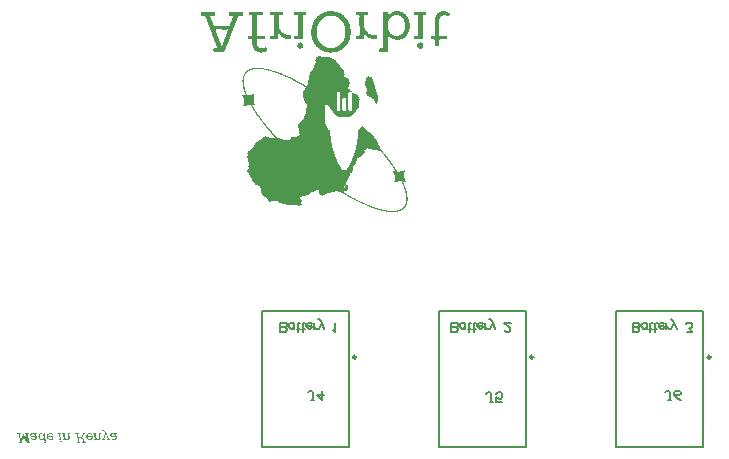
<source format=gbr>
%TF.GenerationSoftware,Altium Limited,Altium Designer,24.5.2 (23)*%
G04 Layer_Color=32896*
%FSLAX45Y45*%
%MOMM*%
%TF.SameCoordinates,2470441B-8579-4349-B98B-18B4F8D42BC9*%
%TF.FilePolarity,Positive*%
%TF.FileFunction,Legend,Bot*%
%TF.Part,Single*%
G01*
G75*
%TA.AperFunction,NonConductor*%
%ADD55C,0.25000*%
%ADD56C,0.20000*%
%ADD61C,0.16000*%
G36*
X2513669Y3707444D02*
X2516083Y3706478D01*
X2517773Y3704305D01*
X2518256Y3677261D01*
X2517291Y3674846D01*
X2516083Y3673639D01*
X2513427Y3671948D01*
X2511013Y3671466D01*
X2485659Y3671707D01*
X2482278Y3671224D01*
X2479864Y3670259D01*
X2478898Y3669775D01*
X2478415Y3668810D01*
X2477449Y3666395D01*
X2476967Y3664463D01*
X2476242Y3661324D01*
X2474069Y3657702D01*
X2473103Y3655288D01*
X2472137Y3651424D01*
X2471413Y3648768D01*
X2469239Y3645146D01*
X2468032Y3642007D01*
X2467066Y3638144D01*
X2463686Y3630900D01*
X2462720Y3627036D01*
X2461755Y3623656D01*
X2459340Y3619793D01*
X2458374Y3615446D01*
X2455959Y3610134D01*
X2455235Y3608444D01*
X2454027Y3605305D01*
X2453061Y3601442D01*
X2451613Y3598061D01*
X2450888Y3597336D01*
X2449922Y3594922D01*
X2449440Y3592990D01*
X2448715Y3589851D01*
X2446784Y3585505D01*
X2446059Y3584781D01*
X2445093Y3582366D01*
X2444369Y3578744D01*
X2443403Y3576329D01*
X2441713Y3573190D01*
X2440264Y3569327D01*
X2439781Y3567395D01*
X2439057Y3564256D01*
X2436883Y3560634D01*
X2435676Y3557495D01*
X2435193Y3555564D01*
X2434228Y3552183D01*
X2432054Y3548078D01*
X2431088Y3545663D01*
X2430364Y3542042D01*
X2428432Y3537695D01*
X2427708Y3536971D01*
X2426501Y3533832D01*
X2425535Y3529968D01*
X2423361Y3524897D01*
X2421913Y3522000D01*
X2421430Y3519586D01*
X2420705Y3516446D01*
X2418532Y3512825D01*
X2417084Y3508961D01*
X2416600Y3507030D01*
X2415876Y3503890D01*
X2413703Y3500268D01*
X2412737Y3497854D01*
X2411771Y3493990D01*
X2411047Y3491334D01*
X2408874Y3487712D01*
X2407908Y3485298D01*
X2407183Y3482159D01*
X2406701Y3480227D01*
X2405010Y3477088D01*
X2403561Y3474190D01*
X2403079Y3472259D01*
X2402354Y3469120D01*
X2400906Y3465739D01*
X2398974Y3462359D01*
X2398008Y3458012D01*
X2395593Y3452700D01*
X2394869Y3451010D01*
X2393903Y3448595D01*
X2393179Y3444973D01*
X2391247Y3440627D01*
X2390522Y3439903D01*
X2389315Y3436764D01*
X2388349Y3432900D01*
X2386418Y3428554D01*
X2384728Y3424932D01*
X2384244Y3422517D01*
X2383520Y3419378D01*
X2381347Y3415756D01*
X2380140Y3412617D01*
X2379415Y3409961D01*
X2378691Y3406822D01*
X2376518Y3403200D01*
X2375310Y3400061D01*
X2374344Y3396198D01*
X2370964Y3388954D01*
X2369998Y3385091D01*
X2368549Y3381710D01*
X2365169Y3375432D01*
X2364686Y3374466D01*
X2362271Y3372052D01*
X2361789Y3371086D01*
X2360581Y3369878D01*
X2359615Y3369396D01*
X2356235Y3366981D01*
X2352854Y3365049D01*
X2351406Y3364566D01*
X2277035Y3364083D01*
X2273654Y3364566D01*
X2272689Y3365532D01*
X2270515Y3368188D01*
X2270033Y3391851D01*
X2270515Y3395232D01*
X2272447Y3397164D01*
X2275103Y3399337D01*
X2293937Y3399820D01*
X2295869Y3399337D01*
X2299249Y3399820D01*
X2300457Y3401027D01*
X2300940Y3404408D01*
X2300457Y3406339D01*
X2297801Y3411410D01*
X2296835Y3413825D01*
X2296352Y3415756D01*
X2295628Y3418895D01*
X2294179Y3422276D01*
X2293455Y3423001D01*
X2292489Y3425415D01*
X2291764Y3428071D01*
X2291281Y3430003D01*
X2287659Y3437971D01*
X2286935Y3441110D01*
X2286452Y3443042D01*
X2285486Y3445456D01*
X2283796Y3448595D01*
X2282830Y3451010D01*
X2282347Y3452942D01*
X2281623Y3456081D01*
X2278484Y3462117D01*
X2277518Y3465981D01*
X2276793Y3469120D01*
X2274620Y3472742D01*
X2273654Y3475156D01*
X2272930Y3478295D01*
X2272447Y3480227D01*
X2270998Y3483607D01*
X2270274Y3484332D01*
X2268584Y3488920D01*
X2267618Y3492783D01*
X2266652Y3495197D01*
X2266169Y3496163D01*
X2265445Y3496888D01*
X2264479Y3499302D01*
X2263996Y3501234D01*
X2263272Y3504373D01*
X2260616Y3509927D01*
X2259408Y3513066D01*
X2258442Y3516929D01*
X2255062Y3524173D01*
X2254579Y3526105D01*
X2254096Y3527554D01*
X2253613Y3530451D01*
X2251440Y3534073D01*
X2250232Y3537212D01*
X2249750Y3539144D01*
X2248784Y3542525D01*
X2247094Y3545663D01*
X2245645Y3549527D01*
X2245162Y3551459D01*
X2244438Y3554598D01*
X2242264Y3558220D01*
X2241057Y3561359D01*
X2240091Y3565222D01*
X2237676Y3570534D01*
X2236469Y3573673D01*
X2235745Y3576812D01*
X2232123Y3584781D01*
X2231640Y3586712D01*
X2230916Y3589368D01*
X2230432Y3591300D01*
X2228259Y3595405D01*
X2227052Y3598544D01*
X2226569Y3600476D01*
X2225603Y3603856D01*
X2222947Y3608927D01*
X2221981Y3612790D01*
X2221257Y3615929D01*
X2219084Y3619551D01*
X2218118Y3621966D01*
X2217635Y3623898D01*
X2216911Y3627036D01*
X2213772Y3633073D01*
X2212564Y3638144D01*
X2211599Y3640558D01*
X2210391Y3643214D01*
X2208942Y3646112D01*
X2208218Y3648768D01*
X2207735Y3650700D01*
X2204354Y3657944D01*
X2202906Y3663739D01*
X2201698Y3666878D01*
X2199767Y3669775D01*
X2196386Y3671707D01*
X2191315Y3671466D01*
X2173205Y3671707D01*
X2171757Y3671224D01*
X2164996Y3672190D01*
X2162340Y3674846D01*
X2161616Y3679434D01*
X2161857Y3701890D01*
X2162340Y3705271D01*
X2164996Y3707444D01*
X2274137Y3707927D01*
X2278001Y3706961D01*
X2279208Y3705754D01*
X2279691Y3704788D01*
X2280657Y3703822D01*
X2281140Y3677744D01*
X2280174Y3675329D01*
X2278001Y3673156D01*
X2276311Y3671948D01*
X2274379Y3671466D01*
X2248060Y3671707D01*
X2244196Y3670741D01*
X2243472Y3670017D01*
X2242989Y3668568D01*
X2243713Y3666395D01*
X2245403Y3661807D01*
X2246369Y3658427D01*
X2247335Y3656012D01*
X2248060Y3655288D01*
X2249025Y3652873D01*
X2249750Y3650217D01*
X2250232Y3648285D01*
X2252647Y3642973D01*
X2254579Y3637661D01*
X2255545Y3633798D01*
X2257718Y3629693D01*
X2258684Y3627278D01*
X2259167Y3624863D01*
X2259891Y3621725D01*
X2262064Y3618102D01*
X2263030Y3615688D01*
X2263755Y3613032D01*
X2264238Y3611100D01*
X2266652Y3605788D01*
X2267859Y3602649D01*
X2268825Y3598785D01*
X2269549Y3596129D01*
X2271481Y3593232D01*
X2271964Y3592266D01*
X2273896Y3589368D01*
X2276311Y3588403D01*
X2403561Y3588644D01*
X2405735Y3589368D01*
X2406942Y3591059D01*
X2408149Y3594198D01*
X2409115Y3596612D01*
X2411289Y3600717D01*
X2412496Y3605788D01*
X2413462Y3608202D01*
X2415152Y3611342D01*
X2416359Y3614480D01*
X2417325Y3618344D01*
X2420705Y3625588D01*
X2422154Y3631383D01*
X2425535Y3638627D01*
X2426984Y3644422D01*
X2429157Y3648527D01*
X2430364Y3651666D01*
X2431330Y3655529D01*
X2433262Y3659876D01*
X2433986Y3661566D01*
X2435435Y3665429D01*
X2436159Y3668085D01*
X2435676Y3670017D01*
X2434469Y3671224D01*
X2428674Y3671707D01*
X2427225Y3671224D01*
X2425776Y3671707D01*
X2408632Y3671466D01*
X2404528Y3671707D01*
X2401147Y3672673D01*
X2399940Y3673880D01*
X2398732Y3675570D01*
X2398249Y3678468D01*
X2398491Y3695129D01*
X2398008Y3696578D01*
X2398491Y3703339D01*
X2399698Y3705995D01*
X2402113Y3707444D01*
X2440264Y3707927D01*
X2508840D01*
X2513669Y3707444D01*
D02*
G37*
G36*
X3830850Y3711065D02*
X3836162Y3710583D01*
X3839060Y3710100D01*
X3840991Y3709617D01*
X3843889Y3709134D01*
X3846303Y3708651D01*
X3849201Y3708168D01*
X3853789Y3707444D01*
X3857652Y3706478D01*
X3863206Y3703822D01*
X3866345Y3703097D01*
X3868276Y3702615D01*
X3870691Y3701166D01*
X3875037Y3698751D01*
X3878176Y3697544D01*
X3880833Y3695371D01*
X3885179Y3692956D01*
X3886869Y3691266D01*
X3889525Y3689093D01*
X3890491Y3688610D01*
X3893872Y3685229D01*
X3894838Y3684746D01*
X3896045Y3683539D01*
X3896528Y3682573D01*
X3898218Y3680883D01*
X3899184Y3680400D01*
X3899908Y3679675D01*
X3900391Y3678709D01*
X3902564Y3676536D01*
X3904737Y3673880D01*
X3905221Y3672915D01*
X3908118Y3670017D01*
X3910532Y3665671D01*
X3912464Y3663739D01*
X3915845Y3657461D01*
X3916328Y3656495D01*
X3917535Y3655288D01*
X3918501Y3652873D01*
X3919708Y3649734D01*
X3922847Y3643697D01*
X3923572Y3640558D01*
X3924537Y3637178D01*
X3925745Y3634039D01*
X3927194Y3630176D01*
X3928159Y3624863D01*
X3928642Y3621000D01*
X3929125Y3618102D01*
X3930091Y3613273D01*
X3930815Y3608685D01*
X3931298Y3607237D01*
X3931781Y3594681D01*
X3932264Y3593232D01*
X3931781Y3578261D01*
X3930574Y3568361D01*
X3930091Y3565463D01*
X3929608Y3563532D01*
X3929125Y3560634D01*
X3928642Y3558220D01*
X3927918Y3552183D01*
X3926952Y3548320D01*
X3925745Y3545181D01*
X3924054Y3540593D01*
X3922606Y3534798D01*
X3920433Y3531176D01*
X3918742Y3526588D01*
X3917294Y3523207D01*
X3916328Y3522242D01*
X3914879Y3519827D01*
X3913430Y3516446D01*
X3911498Y3514515D01*
X3909084Y3510168D01*
X3907394Y3508478D01*
X3905221Y3505822D01*
X3904737Y3504856D01*
X3901357Y3501476D01*
X3900874Y3500510D01*
X3894838Y3494473D01*
X3893872Y3493990D01*
X3890974Y3491093D01*
X3888559Y3489644D01*
X3885662Y3486747D01*
X3881315Y3484332D01*
X3880350Y3483849D01*
X3879625Y3483124D01*
X3875762Y3480710D01*
X3873106Y3479985D01*
X3870208Y3478054D01*
X3868518Y3476846D01*
X3865862Y3476122D01*
X3861999Y3475156D01*
X3856686Y3472742D01*
X3855238Y3472259D01*
X3850650Y3471534D01*
X3841233Y3470327D01*
X3839784Y3469844D01*
X3833506Y3469361D01*
X3832057Y3468878D01*
X3819260Y3469120D01*
X3813464Y3469603D01*
X3809601Y3470086D01*
X3805013Y3470810D01*
X3803082Y3471293D01*
X3798252Y3471776D01*
X3796321Y3472259D01*
X3792940Y3473708D01*
X3789318Y3475398D01*
X3786179Y3476122D01*
X3783765Y3477088D01*
X3782799Y3477571D01*
X3781833Y3478537D01*
X3778452Y3480468D01*
X3776037Y3481434D01*
X3774106Y3483366D01*
X3770726Y3485298D01*
X3769760Y3486264D01*
X3768794Y3486747D01*
X3765896Y3489644D01*
X3764930Y3490127D01*
X3757928Y3497129D01*
X3756479Y3499544D01*
X3755513Y3500510D01*
X3755030Y3501476D01*
X3754065Y3502442D01*
X3752133Y3505822D01*
X3751167Y3508237D01*
X3750443Y3508961D01*
X3748028Y3510410D01*
X3746337Y3510168D01*
X3745855Y3504856D01*
X3746337Y3503408D01*
X3746821Y3370603D01*
X3746337Y3367222D01*
X3745130Y3366015D01*
X3742716Y3364566D01*
X3680418Y3364083D01*
X3678004Y3365049D01*
X3677038Y3365532D01*
X3675347Y3368188D01*
X3674865Y3389437D01*
X3675831Y3391851D01*
X3676796Y3392817D01*
X3677279Y3393783D01*
X3678970Y3395474D01*
X3703116Y3395956D01*
X3706497Y3396922D01*
X3708186Y3398612D01*
X3708669Y3402476D01*
X3708186Y3403925D01*
X3708428Y3693922D01*
X3708186Y3697544D01*
X3708669Y3702373D01*
X3709877Y3705512D01*
X3710118Y3705754D01*
Y3706236D01*
X3711808Y3707444D01*
X3738853Y3707927D01*
X3741991Y3706719D01*
X3743923Y3703339D01*
X3744406Y3673880D01*
X3743923Y3672432D01*
X3744164Y3667361D01*
X3745613Y3666878D01*
X3747303Y3668568D01*
X3747786Y3669534D01*
X3750201Y3671948D01*
X3751650Y3674363D01*
X3753582Y3677261D01*
X3754789Y3678951D01*
X3756962Y3681607D01*
X3757445Y3682573D01*
X3758652Y3683780D01*
X3759618Y3684263D01*
X3760825Y3685471D01*
X3761308Y3686436D01*
X3763481Y3688610D01*
X3764447Y3689093D01*
X3766379Y3691024D01*
X3770726Y3694405D01*
X3771691Y3694887D01*
X3773140Y3696336D01*
X3779418Y3699717D01*
X3781591Y3701890D01*
X3785455Y3703339D01*
X3788594Y3704063D01*
X3792215Y3706236D01*
X3794630Y3707202D01*
X3802599Y3708410D01*
X3808394Y3709858D01*
X3809843Y3710341D01*
X3818535Y3710824D01*
X3819984Y3711307D01*
X3830850Y3711065D01*
D02*
G37*
G36*
X4219605D02*
X4224435Y3710583D01*
X4228781Y3710100D01*
X4231920Y3709375D01*
X4234576Y3708651D01*
X4236991Y3708168D01*
X4241579Y3707444D01*
X4243510Y3706961D01*
X4246891Y3705512D01*
X4249547Y3703822D01*
X4251478Y3703339D01*
X4254134Y3702615D01*
X4257515Y3700200D01*
X4261861Y3697785D01*
X4263310Y3696336D01*
X4267656Y3692956D01*
X4268622Y3692473D01*
X4270795Y3689817D01*
X4271278Y3685954D01*
X4270313Y3683539D01*
X4268381Y3681607D01*
X4265966Y3678227D01*
X4265483Y3677261D01*
X4263069Y3674846D01*
X4261620Y3672432D01*
X4258239Y3669051D01*
X4257756Y3668085D01*
X4256549Y3666878D01*
X4252686Y3666395D01*
X4250754Y3666878D01*
X4248339Y3669293D01*
X4242786Y3672432D01*
X4238922Y3674846D01*
X4234335Y3675570D01*
X4232886Y3676054D01*
X4224676Y3676536D01*
X4223227Y3677019D01*
X4220813Y3676536D01*
X4214535Y3676054D01*
X4212603Y3675570D01*
X4209222Y3675088D01*
X4205842Y3674122D01*
X4204876Y3673156D01*
X4198598Y3669775D01*
X4197874Y3669051D01*
X4197391Y3668085D01*
X4195700Y3666395D01*
X4194735Y3665912D01*
X4193527Y3664705D01*
X4191596Y3661324D01*
X4191113Y3660358D01*
X4188940Y3658185D01*
X4187732Y3655046D01*
X4186767Y3651666D01*
X4185076Y3647561D01*
X4184593Y3645629D01*
X4183869Y3642490D01*
X4183386Y3641041D01*
X4182903Y3508719D01*
X4183386Y3505339D01*
X4184110Y3504615D01*
X4185801Y3503890D01*
X4242061Y3504132D01*
X4246891Y3503649D01*
X4248098Y3502442D01*
X4249305Y3500751D01*
X4250513Y3497612D01*
X4250996Y3496163D01*
X4250513Y3488920D01*
X4250996Y3479744D01*
X4249064Y3475398D01*
X4248581Y3474432D01*
X4246408Y3472259D01*
X4188940Y3471776D01*
X4187491Y3472259D01*
X4186042Y3471776D01*
X4184110Y3471293D01*
X4183386Y3470086D01*
X4182903Y3422276D01*
X4181937Y3419861D01*
X4178315Y3417205D01*
X4173969Y3416722D01*
X4149340D01*
X4147408Y3417205D01*
X4146201Y3418412D01*
X4145718Y3419378D01*
X4144752Y3420344D01*
X4144269Y3421310D01*
X4143303Y3422276D01*
X4142820Y3426139D01*
X4143303Y3427588D01*
X4143062Y3460668D01*
X4143303Y3467671D01*
X4142820Y3469603D01*
X4141130Y3471293D01*
X4116018Y3471776D01*
X4113603Y3472742D01*
X4112637Y3473225D01*
X4111430Y3474432D01*
X4110947Y3475398D01*
X4109981Y3476364D01*
X4109498Y3497612D01*
X4110464Y3500993D01*
X4111671Y3502200D01*
X4114086Y3503649D01*
X4134852Y3504132D01*
X4136301Y3503649D01*
X4139681Y3504132D01*
X4141613Y3504615D01*
X4143303Y3506788D01*
X4143062Y3510893D01*
X4143303Y3637178D01*
X4143786Y3639110D01*
X4144510Y3645629D01*
X4144993Y3648527D01*
X4145718Y3654563D01*
X4146201Y3656495D01*
X4146683Y3659876D01*
X4147166Y3661807D01*
X4149823Y3667361D01*
X4150305Y3669293D01*
X4151030Y3672432D01*
X4152961Y3675329D01*
X4155376Y3679675D01*
X4156825Y3682090D01*
X4160205Y3686436D01*
X4160688Y3687403D01*
X4161896Y3688610D01*
X4162861Y3689093D01*
X4165035Y3691749D01*
X4167691Y3693922D01*
X4168657Y3694405D01*
X4169864Y3695612D01*
X4170347Y3696578D01*
X4172520Y3697785D01*
X4176142Y3699958D01*
X4178798Y3702132D01*
X4181213Y3703097D01*
X4185559Y3705029D01*
X4188940Y3706961D01*
X4192803Y3707927D01*
X4196183Y3708410D01*
X4200047Y3709375D01*
X4202703Y3710100D01*
X4208257Y3710824D01*
X4209705Y3711307D01*
X4219605Y3711065D01*
D02*
G37*
G36*
X4070140Y3707444D02*
X4070864Y3706719D01*
X4072796Y3703339D01*
X4073279Y3683056D01*
X4072796Y3681124D01*
X4071830Y3677744D01*
X4070140Y3676054D01*
X4046476Y3675570D01*
X4043096Y3674605D01*
X4042371Y3673880D01*
X4041647Y3672190D01*
X4041889Y3572466D01*
Y3571983D01*
Y3478295D01*
X4039957Y3473949D01*
X4038266Y3472259D01*
X3975969Y3471776D01*
X3972106Y3472742D01*
X3969933Y3475881D01*
X3969450Y3496163D01*
X3970415Y3501959D01*
X3972589Y3503649D01*
X3993837Y3504132D01*
X3997218Y3503649D01*
X4000599Y3504132D01*
X4001806Y3505339D01*
X4002289Y3673397D01*
X4000599Y3675088D01*
X3975969Y3675570D01*
X3972589Y3676054D01*
X3971381Y3677261D01*
X3969933Y3679675D01*
X3969450Y3699958D01*
X3969933Y3701890D01*
X3970415Y3705271D01*
X3973072Y3707444D01*
X4065310Y3707927D01*
X4070140Y3707444D01*
D02*
G37*
G36*
X2684625Y3706961D02*
X2686315Y3704305D01*
X2686798Y3683056D01*
X2686315Y3679675D01*
X2685349Y3677261D01*
X2684142Y3676054D01*
X2641161Y3675570D01*
X2639954Y3674363D01*
X2639230Y3672673D01*
X2639471Y3515480D01*
X2638988Y3507754D01*
X2640195Y3504615D01*
X2641885Y3503890D01*
X2700078Y3504132D01*
X2703942Y3503166D01*
X2704666Y3502442D01*
X2706115Y3500027D01*
X2706598Y3498095D01*
X2707081Y3496646D01*
X2706839Y3484815D01*
X2707081Y3479261D01*
X2705149Y3474915D01*
X2704666Y3473949D01*
X2703942Y3473225D01*
X2701527Y3471776D01*
X2643817Y3472017D01*
X2641161Y3471776D01*
X2639954Y3470569D01*
X2639230Y3468878D01*
X2639471Y3432900D01*
X2639954Y3430968D01*
X2640920Y3425173D01*
X2641885Y3422759D01*
X2643093Y3420103D01*
X2643817Y3417447D01*
X2644783Y3414066D01*
X2646715Y3412134D01*
X2649130Y3407788D01*
X2649854Y3407064D01*
X2650820Y3406581D01*
X2652510Y3404891D01*
X2653717Y3403200D01*
X2657098Y3401269D01*
X2659995Y3399337D01*
X2662652Y3397646D01*
X2664583Y3397164D01*
X2670620Y3395956D01*
X2672068Y3395474D01*
X2680278Y3394991D01*
X2682210Y3395474D01*
X2688729Y3396198D01*
X2691144Y3396681D01*
X2695249Y3397405D01*
X2697905Y3398612D01*
X2701769Y3401027D01*
X2704907Y3402234D01*
X2705873Y3403200D01*
X2706839Y3403683D01*
X2708288Y3405132D01*
X2708771D01*
X2709737Y3405615D01*
X2712151Y3405132D01*
X2716015Y3401269D01*
X2718188Y3398612D01*
X2718671Y3397646D01*
X2720602Y3395715D01*
X2723017Y3392334D01*
X2723500Y3391369D01*
X2726881Y3387988D01*
X2727364Y3383642D01*
X2726398Y3381227D01*
X2724225Y3379537D01*
X2723259Y3379054D01*
X2721327Y3377122D01*
X2720361Y3376639D01*
X2718429Y3374708D01*
X2715049Y3372776D01*
X2714083Y3372293D01*
X2713117Y3371327D01*
X2709737Y3369396D01*
X2705390Y3367464D01*
X2704183Y3366256D01*
X2701769Y3365290D01*
X2698630Y3364566D01*
X2694766Y3363600D01*
X2690661Y3362393D01*
X2688005Y3361668D01*
X2686556Y3361186D01*
X2671103Y3360703D01*
X2661444Y3361668D01*
X2659513Y3362152D01*
X2656856Y3362876D01*
X2654924Y3363359D01*
X2646956Y3365049D01*
X2645025Y3365532D01*
X2639954Y3368188D01*
X2636815Y3369396D01*
X2634400Y3370362D01*
X2633434Y3370844D01*
X2631986Y3372293D01*
X2627639Y3374708D01*
X2625949Y3376398D01*
X2623293Y3378571D01*
X2622327Y3379054D01*
X2621603Y3379778D01*
X2621120Y3380744D01*
X2617981Y3383883D01*
X2615808Y3386540D01*
X2615325Y3387505D01*
X2613393Y3389437D01*
X2611703Y3392093D01*
X2610496Y3395232D01*
X2609530Y3396198D01*
X2609047Y3397164D01*
X2608081Y3398130D01*
X2606632Y3401993D01*
X2606149Y3403925D01*
X2603976Y3408995D01*
X2603010Y3411410D01*
X2601078Y3423966D01*
X2600354Y3429037D01*
X2599871Y3430485D01*
X2599388Y3468154D01*
X2598905Y3470086D01*
X2597215Y3471293D01*
X2572586Y3471776D01*
X2569205Y3472742D01*
X2568239Y3473708D01*
X2566066Y3476364D01*
X2565583Y3497612D01*
X2566549Y3501476D01*
X2569688Y3503649D01*
X2590454Y3504132D01*
X2592386Y3503649D01*
X2595766Y3504132D01*
X2597698Y3504615D01*
X2598905Y3505822D01*
X2599388Y3671948D01*
X2598905Y3673880D01*
X2597215Y3675088D01*
X2572586Y3675570D01*
X2570412Y3676295D01*
X2567032Y3680641D01*
X2566549Y3699958D01*
X2567998Y3704788D01*
X2570654Y3707444D01*
X2680761Y3707927D01*
X2684625Y3706961D01*
D02*
G37*
G36*
X3052614Y3707444D02*
X3054546Y3706961D01*
X3056236Y3704788D01*
X3056719Y3681124D01*
X3055753Y3677744D01*
X3053580Y3676054D01*
X3029434Y3675570D01*
X3026053Y3674605D01*
X3024846Y3672915D01*
X3025088Y3667361D01*
X3024846Y3657461D01*
Y3656978D01*
Y3483124D01*
X3025329Y3481676D01*
X3024846Y3477812D01*
X3024363Y3475881D01*
X3023398Y3473466D01*
X3022190Y3472259D01*
X2958927Y3471776D01*
X2956271Y3472500D01*
X2953856Y3475881D01*
X2953373Y3498095D01*
X2954339Y3501959D01*
X2956512Y3503649D01*
X2981141Y3504132D01*
X2984522Y3504615D01*
X2986212Y3506788D01*
X2985729Y3513066D01*
X2986212Y3514515D01*
X2985970Y3515722D01*
X2986212Y3663256D01*
X2985729Y3664705D01*
X2986212Y3671948D01*
X2985729Y3673880D01*
X2984039Y3675088D01*
X2957961Y3675570D01*
X2955546Y3676536D01*
X2953856Y3679675D01*
X2953373Y3700441D01*
X2953856Y3703822D01*
X2954822Y3706236D01*
X2956512Y3707444D01*
X3049234Y3707927D01*
X3052614Y3707444D01*
D02*
G37*
G36*
X3574899Y3706719D02*
X3576831Y3703339D01*
X3577314Y3684505D01*
X3576831Y3681124D01*
X3576347Y3679675D01*
X3575865Y3677744D01*
X3574174Y3676054D01*
X3549545Y3675570D01*
X3546889Y3674363D01*
X3545682Y3672673D01*
X3545923Y3591783D01*
X3546406Y3588403D01*
X3548338Y3573432D01*
X3548821Y3571500D01*
X3550994Y3566429D01*
X3552443Y3562566D01*
X3553167Y3559427D01*
X3555099Y3556529D01*
X3557031Y3553149D01*
X3557996Y3550734D01*
X3559446Y3549285D01*
X3559928Y3548320D01*
X3560894Y3547354D01*
X3562826Y3543973D01*
X3563309Y3543007D01*
X3564516Y3541800D01*
X3566689Y3539144D01*
X3567172Y3538178D01*
X3568379Y3536971D01*
X3569345Y3536488D01*
X3570070Y3535764D01*
X3570553Y3534798D01*
X3573692Y3531658D01*
X3574658Y3531176D01*
X3575865Y3529968D01*
X3576347Y3529003D01*
X3577072Y3528278D01*
X3580453Y3526346D01*
X3582384Y3524415D01*
X3588662Y3521034D01*
X3590835Y3518861D01*
X3596872Y3516688D01*
X3600977Y3514515D01*
X3603392Y3513549D01*
X3607496Y3512825D01*
X3611360Y3511858D01*
X3614016Y3511134D01*
X3617879Y3510168D01*
X3623674Y3509203D01*
X3642750Y3508478D01*
X3644199Y3508961D01*
X3647096Y3508478D01*
X3649028Y3507995D01*
X3649753Y3507271D01*
X3650960Y3505580D01*
X3651684Y3502925D01*
X3652167Y3501476D01*
Y3500993D01*
Y3479261D01*
X3651201Y3475398D01*
X3650235Y3472983D01*
X3649028Y3471776D01*
X3634541Y3471293D01*
X3632609Y3471776D01*
X3624882Y3472259D01*
X3619087Y3473708D01*
X3614982Y3474915D01*
X3610877Y3475639D01*
X3607014Y3476605D01*
X3603633Y3477571D01*
X3599528Y3479744D01*
X3596872Y3480468D01*
X3593492Y3481434D01*
X3591077Y3482883D01*
X3589387Y3484090D01*
X3586248Y3485298D01*
X3582867Y3486747D01*
X3581901Y3487712D01*
X3577555Y3490127D01*
X3574658Y3493025D01*
X3573692Y3493507D01*
X3572726Y3494473D01*
X3571760Y3494956D01*
X3571036Y3495681D01*
X3570553Y3496646D01*
X3568863Y3498337D01*
X3567897Y3498820D01*
X3566689Y3500027D01*
X3566206Y3500993D01*
X3563067Y3504132D01*
X3560894Y3506788D01*
X3560411Y3507754D01*
X3558962Y3509203D01*
X3556548Y3512583D01*
X3556065Y3513549D01*
X3553650Y3515964D01*
X3550753Y3521276D01*
X3548338Y3525622D01*
X3547855Y3527554D01*
X3546889Y3529968D01*
X3545682Y3531176D01*
X3543750Y3531658D01*
X3542543Y3529968D01*
X3542060Y3483124D01*
X3542543Y3481676D01*
X3542060Y3478295D01*
X3541094Y3475881D01*
X3540611Y3474915D01*
X3537955Y3472259D01*
X3479521Y3471776D01*
X3476141Y3472742D01*
X3473967Y3475881D01*
X3473484Y3498095D01*
X3474451Y3501959D01*
X3476623Y3503649D01*
X3496906Y3504132D01*
X3501736Y3503649D01*
X3505116Y3504615D01*
X3505841Y3505339D01*
X3506323Y3510168D01*
X3505841Y3512100D01*
X3506323Y3513549D01*
X3506082Y3665429D01*
X3506323Y3671948D01*
X3505841Y3673880D01*
X3504633Y3675088D01*
X3479038Y3675570D01*
X3475658Y3676536D01*
X3473967Y3679193D01*
X3473484Y3700441D01*
X3473967Y3703822D01*
X3474933Y3706236D01*
X3477106Y3707444D01*
X3571760Y3707927D01*
X3574899Y3706719D01*
D02*
G37*
G36*
X2852683Y3706478D02*
X2855098Y3702615D01*
X2855580Y3700200D01*
X2855339Y3688368D01*
X2855822Y3684988D01*
X2855339Y3681607D01*
X2853890Y3678227D01*
X2851717Y3676054D01*
X2827571Y3675570D01*
X2825639Y3675088D01*
X2824432Y3673880D01*
X2823949Y3592749D01*
X2824432Y3587920D01*
X2824915Y3580193D01*
X2825398Y3576812D01*
X2826363Y3572949D01*
X2827571Y3570293D01*
X2828778Y3567154D01*
X2829744Y3563290D01*
X2831193Y3559910D01*
X2834090Y3554598D01*
X2835297Y3551942D01*
X2837471Y3549285D01*
X2839402Y3545905D01*
X2839885Y3544939D01*
X2841093Y3543732D01*
X2843266Y3541076D01*
X2843749Y3540110D01*
X2845922Y3537937D01*
X2848095Y3535281D01*
X2849302Y3533590D01*
X2850268Y3533107D01*
X2853166Y3530210D01*
X2857512Y3526829D01*
X2858478Y3526346D01*
X2859685Y3525139D01*
X2862341Y3522966D01*
X2863307Y3522483D01*
X2865722Y3521517D01*
X2866688Y3520552D01*
X2867653Y3520068D01*
X2868861Y3518861D01*
X2873449Y3517171D01*
X2875381Y3516688D01*
X2878278Y3514756D01*
X2879968Y3514032D01*
X2887454Y3512341D01*
X2889385Y3511858D01*
X2893490Y3510651D01*
X2895422Y3510168D01*
X2898319Y3509685D01*
X2902183Y3509203D01*
X2919326Y3508478D01*
X2920776Y3508961D01*
X2925122Y3508478D01*
X2927536Y3507512D01*
X2929710Y3504856D01*
X2930193Y3477330D01*
X2928744Y3473949D01*
X2928261Y3472983D01*
X2926570Y3471776D01*
X2912566Y3471293D01*
X2910634Y3471776D01*
X2902907Y3472259D01*
X2902424D01*
X2900493Y3472742D01*
X2897112Y3473708D01*
X2894456Y3474432D01*
X2892524Y3474915D01*
X2889385Y3475639D01*
X2887454Y3476122D01*
X2884073Y3476605D01*
X2881658Y3477571D01*
X2879485Y3478778D01*
X2874898Y3480468D01*
X2870068Y3481917D01*
X2869102Y3482883D01*
X2868137Y3483366D01*
X2867412Y3484090D01*
X2864273Y3485298D01*
X2861859Y3486264D01*
X2860893Y3486747D01*
X2859927Y3487712D01*
X2854614Y3490610D01*
X2851234Y3493990D01*
X2850268Y3494473D01*
X2843266Y3501476D01*
X2842783Y3502442D01*
X2842059Y3503166D01*
X2841093Y3503649D01*
X2839885Y3504856D01*
X2837954Y3508237D01*
X2836263Y3509927D01*
X2833124Y3514515D01*
X2832642Y3515480D01*
X2831193Y3516929D01*
X2827812Y3523207D01*
X2826605Y3524415D01*
X2825639Y3526829D01*
X2824915Y3529485D01*
X2823949Y3532866D01*
X2822742Y3534073D01*
X2821534Y3533832D01*
X2820327Y3532142D01*
X2819844Y3529727D01*
X2820085Y3478778D01*
X2819602Y3476846D01*
X2818636Y3474432D01*
X2815980Y3472259D01*
X2758030Y3471776D01*
X2754649Y3472742D01*
X2753683Y3473708D01*
X2751510Y3476364D01*
X2751027Y3497612D01*
X2751993Y3501476D01*
X2755132Y3503649D01*
X2775898Y3504132D01*
X2777346Y3503649D01*
X2781693Y3504132D01*
X2783866Y3506788D01*
X2783624Y3665912D01*
X2783866Y3671948D01*
X2783383Y3673880D01*
X2782176Y3675088D01*
X2757547Y3675570D01*
X2754166Y3676536D01*
X2752959Y3677744D01*
X2752476Y3678709D01*
X2751510Y3679675D01*
X2751027Y3700924D01*
X2751993Y3704788D01*
X2753200Y3705995D01*
X2755615Y3707444D01*
X2849302Y3707927D01*
X2852683Y3706478D01*
D02*
G37*
G36*
X4028366Y3445456D02*
X4032955Y3443766D01*
X4036335Y3442317D01*
X4040681Y3437971D01*
X4041647Y3437488D01*
X4042371Y3436764D01*
X4047684Y3426622D01*
X4048167Y3417930D01*
X4047684Y3414549D01*
X4044786Y3408271D01*
X4042854Y3403925D01*
X4041647Y3402717D01*
X4040681Y3402234D01*
X4039474Y3401027D01*
X4038991Y3400061D01*
X4037784Y3398854D01*
X4031506Y3395474D01*
X4028125Y3393542D01*
X4017018Y3393059D01*
X4015086Y3393542D01*
X4005910Y3397888D01*
X4000115Y3403683D01*
X3998184Y3406581D01*
X3996976Y3409720D01*
X3995286Y3413825D01*
X3995045Y3414066D01*
X3994562Y3417930D01*
X3994079Y3419378D01*
X3994562Y3424208D01*
X3995045Y3426139D01*
X3996493Y3429520D01*
X3998425Y3434349D01*
X3999874Y3435798D01*
X4000357Y3436764D01*
X4001081Y3437005D01*
X4001323Y3437730D01*
X4002530Y3438937D01*
X4003496Y3439420D01*
X4004703Y3440627D01*
X4007359Y3442800D01*
X4011223Y3444249D01*
X4015569Y3446181D01*
X4024262Y3446663D01*
X4028366Y3445456D01*
D02*
G37*
G36*
X3009634Y3446181D02*
X3011807Y3445456D01*
X3014946Y3444249D01*
X3019292Y3442317D01*
X3020258Y3441834D01*
X3026778Y3435315D01*
X3027261Y3434349D01*
X3027985Y3433625D01*
X3030158Y3427588D01*
X3031124Y3425173D01*
X3031607Y3420344D01*
X3031124Y3415515D01*
X3029917Y3412376D01*
X3029192Y3409720D01*
X3027743Y3406339D01*
X3027261Y3405373D01*
X3023880Y3401993D01*
X3023398Y3401027D01*
X3021224Y3398854D01*
X3014946Y3395474D01*
X3011565Y3393542D01*
X3001907Y3393059D01*
X2998526Y3393542D01*
X2989351Y3397888D01*
X2983797Y3403442D01*
X2981383Y3407788D01*
X2978485Y3413100D01*
X2978002Y3422276D01*
Y3422759D01*
Y3423242D01*
X2978485Y3426622D01*
X2982831Y3435798D01*
X2985488Y3438454D01*
X2986453Y3438937D01*
X2990076Y3442559D01*
X2994663Y3444249D01*
X2999009Y3446181D01*
X3006253Y3446663D01*
X3009634Y3446181D01*
D02*
G37*
G36*
X3271621Y3711065D02*
X3280314Y3710583D01*
X3284177Y3710100D01*
X3286592Y3709617D01*
X3292870Y3708651D01*
X3299872Y3707927D01*
X3301804Y3707444D01*
X3305185Y3706961D01*
X3308565Y3705995D01*
X3311221Y3705271D01*
X3313636Y3704305D01*
X3315567Y3703822D01*
X3321121Y3702615D01*
X3326433Y3700200D01*
X3331745Y3698268D01*
X3335126Y3697302D01*
X3338507Y3694887D01*
X3341646Y3693680D01*
X3344302Y3692956D01*
X3345509Y3691749D01*
X3348407Y3689817D01*
X3351546Y3688610D01*
X3352511Y3687644D01*
X3353477Y3687161D01*
X3354443Y3686195D01*
X3358790Y3683780D01*
X3359755Y3683297D01*
X3361204Y3681849D01*
X3364585Y3679434D01*
X3365550Y3678951D01*
X3367241Y3677261D01*
X3369897Y3675088D01*
X3370863Y3674605D01*
X3374726Y3670741D01*
X3375692Y3670259D01*
X3376416Y3669534D01*
X3376899Y3668568D01*
X3378107Y3667361D01*
X3379072Y3666878D01*
X3385592Y3660358D01*
X3386075Y3659392D01*
X3389938Y3655529D01*
X3390421Y3654563D01*
X3393801Y3651183D01*
X3395250Y3648768D01*
X3396458Y3647561D01*
X3398631Y3644905D01*
X3400563Y3641524D01*
X3401045Y3640558D01*
X3402494Y3639110D01*
X3405392Y3633798D01*
X3406841Y3632349D01*
X3408772Y3628968D01*
X3409980Y3625829D01*
X3413119Y3621241D01*
X3413602Y3619310D01*
X3417948Y3610134D01*
X3418914Y3606271D01*
X3421570Y3600717D01*
X3422053Y3598785D01*
X3423260Y3593232D01*
X3424468Y3589127D01*
X3425916Y3585264D01*
X3426399Y3583332D01*
X3427365Y3577536D01*
X3427848Y3573673D01*
X3429296Y3564014D01*
X3429780Y3561600D01*
X3430504Y3557012D01*
X3430987Y3555564D01*
X3431470Y3527071D01*
X3430987Y3514998D01*
X3430504Y3511617D01*
X3429538Y3505822D01*
X3429055Y3503890D01*
X3426641Y3486988D01*
X3425916Y3484332D01*
X3425433Y3482400D01*
X3423502Y3477088D01*
X3422777Y3473466D01*
X3421328Y3468637D01*
X3419397Y3464291D01*
X3418431Y3461876D01*
X3417948Y3459944D01*
X3416016Y3455598D01*
X3414326Y3452942D01*
X3413602Y3450286D01*
X3412153Y3446905D01*
X3411187Y3445939D01*
X3407806Y3439661D01*
X3407324Y3438695D01*
X3406358Y3437730D01*
X3403460Y3432417D01*
X3401045Y3430003D01*
X3399114Y3426622D01*
X3396699Y3424208D01*
X3395250Y3421793D01*
X3391870Y3418412D01*
X3391387Y3417447D01*
X3386799Y3412859D01*
X3386558Y3412617D01*
X3386075Y3411652D01*
X3381004Y3406581D01*
X3380038Y3406098D01*
X3377382Y3403442D01*
X3374726Y3401269D01*
X3373760Y3400786D01*
X3372553Y3399578D01*
X3372070Y3398612D01*
X3370380Y3397405D01*
X3369414Y3396922D01*
X3368448Y3395956D01*
X3367482Y3395474D01*
X3367241Y3394749D01*
X3365550Y3393542D01*
X3362170Y3391610D01*
X3360238Y3389679D01*
X3354926Y3386781D01*
X3353477Y3385332D01*
X3350097Y3383400D01*
X3347682Y3382434D01*
X3346716Y3381468D01*
X3345750Y3380986D01*
X3344543Y3379778D01*
X3338507Y3377605D01*
X3335126Y3375191D01*
X3332711Y3374225D01*
X3330780Y3373742D01*
X3324743Y3371086D01*
X3322329Y3370120D01*
X3319673Y3369396D01*
X3317741Y3368913D01*
X3312187Y3367222D01*
X3309772Y3366256D01*
X3307841Y3365774D01*
X3304219Y3365049D01*
X3302287Y3364566D01*
X3294077Y3363600D01*
X3292146Y3363117D01*
X3288765Y3362634D01*
X3286834Y3362152D01*
X3285385Y3361668D01*
X3274761Y3361186D01*
X3273312Y3360703D01*
X3256651Y3360944D01*
X3247958Y3361427D01*
X3245060Y3361910D01*
X3243129Y3362393D01*
X3240714Y3362876D01*
X3225985Y3365049D01*
X3222121Y3366015D01*
X3218016Y3367222D01*
X3214153Y3368671D01*
X3208600Y3369878D01*
X3202321Y3372776D01*
X3199907Y3373742D01*
X3197975Y3374225D01*
X3194836Y3375432D01*
X3191939Y3377364D01*
X3185902Y3379537D01*
X3184453Y3380986D01*
X3180107Y3383400D01*
X3177692Y3384366D01*
X3176243Y3385815D01*
X3170931Y3388713D01*
X3169000Y3390644D01*
X3166343Y3392334D01*
X3163446Y3394266D01*
X3162963Y3395232D01*
X3159824Y3397405D01*
X3158858Y3397888D01*
X3155478Y3401269D01*
X3154512Y3401752D01*
X3151131Y3405132D01*
X3150165Y3405615D01*
X3148233Y3407547D01*
X3147268Y3408030D01*
X3146543Y3408754D01*
X3146061Y3409720D01*
X3139783Y3415998D01*
X3139300Y3416964D01*
X3137126Y3419137D01*
X3134953Y3421793D01*
X3134470Y3422759D01*
X3132539Y3424691D01*
X3130124Y3428071D01*
X3129641Y3429037D01*
X3127709Y3430968D01*
X3125295Y3435315D01*
X3123846Y3436764D01*
X3121431Y3441110D01*
X3120465Y3443524D01*
X3119016Y3444973D01*
X3117809Y3446663D01*
X3115395Y3452942D01*
X3112497Y3457771D01*
X3111773Y3460910D01*
X3108634Y3466946D01*
X3108151Y3468878D01*
X3107427Y3472017D01*
X3106461Y3475881D01*
X3105253Y3478537D01*
X3104288Y3480951D01*
X3103804Y3483366D01*
X3102356Y3492059D01*
X3101390Y3496888D01*
X3100907Y3498820D01*
X3100424Y3501717D01*
X3099941Y3504132D01*
X3099217Y3509685D01*
X3098734Y3511134D01*
X3098251Y3533349D01*
X3098734Y3555564D01*
X3099217Y3557495D01*
X3099941Y3564014D01*
X3101390Y3571259D01*
X3101873Y3573190D01*
X3103080Y3580675D01*
X3104046Y3586471D01*
X3105253Y3589610D01*
X3106702Y3593473D01*
X3107668Y3597336D01*
X3108392Y3601442D01*
X3110566Y3605063D01*
X3111773Y3608202D01*
X3113222Y3613032D01*
X3115395Y3616654D01*
X3116361Y3619068D01*
X3117568Y3622207D01*
X3119500Y3625105D01*
X3121431Y3628485D01*
X3122397Y3630900D01*
X3122880Y3631866D01*
X3124329Y3633315D01*
X3126744Y3637661D01*
X3127226Y3638627D01*
X3129158Y3640558D01*
X3131573Y3644905D01*
X3133987Y3647319D01*
X3135436Y3649734D01*
X3139300Y3653597D01*
X3139783Y3654563D01*
X3143646Y3658427D01*
X3144129Y3659392D01*
X3150648Y3665912D01*
X3151614Y3666395D01*
X3153304Y3668085D01*
X3153787Y3669051D01*
X3154512Y3669775D01*
X3155478Y3670259D01*
X3157892Y3672673D01*
X3162239Y3676054D01*
X3163204Y3676536D01*
X3163446Y3677261D01*
X3164170Y3677985D01*
X3165136Y3678468D01*
X3168516Y3680883D01*
X3169482Y3681366D01*
X3170931Y3682815D01*
X3176243Y3685712D01*
X3177692Y3687161D01*
X3183970Y3690542D01*
X3184936Y3691507D01*
X3185902Y3691990D01*
X3186626Y3692714D01*
X3189766Y3693922D01*
X3194112Y3695853D01*
X3195802Y3697061D01*
X3200390Y3698751D01*
X3203770Y3699717D01*
X3206909Y3701407D01*
X3209324Y3702373D01*
X3212463Y3703097D01*
X3218258Y3704546D01*
X3220673Y3705512D01*
X3222846Y3706236D01*
X3225985Y3706961D01*
X3227433Y3707444D01*
X3233228Y3707927D01*
X3235160Y3708410D01*
X3243370Y3709375D01*
X3245302Y3709858D01*
X3246750Y3710341D01*
X3257858Y3710824D01*
X3259307Y3711307D01*
X3271621Y3711065D01*
D02*
G37*
G36*
X3170448Y3331727D02*
X3173829Y3328347D01*
X3174795Y3327864D01*
X3176243Y3327381D01*
X3192663Y3326898D01*
X3195078Y3325932D01*
X3196526Y3324483D01*
X3200631Y3321827D01*
X3203287Y3319654D01*
X3210531Y3319171D01*
X3216326Y3320620D01*
X3217775Y3321103D01*
X3221639Y3320137D01*
X3222604Y3319171D01*
X3227917Y3318688D01*
X3230572Y3319413D01*
X3235885Y3321344D01*
X3237816Y3321827D01*
X3242404Y3322552D01*
X3244336Y3322069D01*
X3246509Y3320862D01*
X3249165Y3318688D01*
X3253029Y3318205D01*
X3254478Y3318688D01*
X3257375Y3319171D01*
X3259307Y3318688D01*
X3260031Y3317481D01*
X3260514Y3315549D01*
X3262687Y3313376D01*
X3277175Y3312893D01*
X3284419Y3309513D01*
X3286834Y3308547D01*
X3288041Y3307340D01*
X3290697Y3305166D01*
X3291663Y3304684D01*
X3292629Y3303718D01*
X3293594Y3303235D01*
X3293836Y3302510D01*
X3295043Y3301303D01*
X3296009Y3300820D01*
X3299872Y3298405D01*
X3302287Y3295508D01*
X3303253Y3295025D01*
X3307358Y3290920D01*
X3310255Y3288989D01*
X3310738Y3288022D01*
X3314602Y3284159D01*
X3317016Y3279813D01*
X3317499Y3278847D01*
X3318948Y3277398D01*
X3320880Y3274018D01*
X3324743Y3270154D01*
X3325226Y3269188D01*
X3326916Y3267498D01*
X3327882Y3267015D01*
X3329090Y3265808D01*
X3329572Y3264842D01*
X3331745Y3262669D01*
X3332711Y3262186D01*
X3333436Y3261462D01*
X3335609Y3257357D01*
X3337782Y3254701D01*
X3340197Y3250354D01*
X3342129Y3248423D01*
X3344060Y3245042D01*
X3345026Y3242627D01*
X3346475Y3241179D01*
X3349372Y3235866D01*
X3351304Y3233935D01*
X3352994Y3231279D01*
X3353719Y3228622D01*
X3356133Y3226208D01*
X3358065Y3222827D01*
X3358790Y3222103D01*
X3362170Y3220172D01*
X3363377Y3218964D01*
X3367965Y3215825D01*
X3368931Y3215342D01*
X3370863Y3212927D01*
X3372070Y3209788D01*
X3372553Y3207857D01*
X3375450Y3201578D01*
X3376416Y3190471D01*
X3376899Y3188540D01*
X3378831Y3184193D01*
X3379797Y3181778D01*
X3380279Y3172603D01*
X3379797Y3170671D01*
X3375933Y3166808D01*
X3375450Y3163910D01*
X3376416Y3160530D01*
X3377382Y3159564D01*
X3377865Y3158598D01*
X3381970Y3155942D01*
X3383902Y3155459D01*
X3388731Y3152079D01*
X3389697Y3151596D01*
X3392594Y3149664D01*
X3395975Y3147249D01*
X3401770Y3146766D01*
X3403702Y3146284D01*
X3410704Y3143145D01*
X3413119Y3142179D01*
X3416016Y3140247D01*
X3416499Y3139281D01*
X3417224Y3138557D01*
X3418431Y3135418D01*
X3418914Y3133486D01*
X3419397Y3132037D01*
X3419155Y3129381D01*
X3418672Y3125518D01*
X3418914Y3122379D01*
X3421328Y3117066D01*
X3421812Y3112720D01*
X3422294Y3111271D01*
X3422777Y3098232D01*
X3421328Y3094852D01*
X3418914Y3091472D01*
X3418189Y3086884D01*
X3417465Y3083744D01*
X3414084Y3076501D01*
X3413119Y3073120D01*
X3411670Y3071672D01*
X3409255Y3068291D01*
X3408772Y3061047D01*
X3409738Y3058633D01*
X3410221Y3057666D01*
X3412877Y3055494D01*
X3416257Y3053562D01*
X3416982Y3052837D01*
X3417465Y3051871D01*
X3420121Y3049215D01*
X3421087Y3048733D01*
X3421812Y3048008D01*
X3422294Y3047042D01*
X3424950Y3044386D01*
X3425916Y3043903D01*
X3427123Y3042213D01*
X3427606Y3041247D01*
X3428331Y3040523D01*
X3431711Y3038108D01*
X3437990Y3034728D01*
X3438956Y3034245D01*
X3440404Y3032313D01*
X3441128Y3029657D01*
X3441853Y3027484D01*
X3444267Y3026035D01*
X3446440Y3023862D01*
X3446924Y3022896D01*
X3451753Y3018067D01*
X3454168Y3017101D01*
X3457307Y3015893D01*
X3458031Y3015169D01*
X3460928Y3013237D01*
X3462860Y3012754D01*
X3465999Y3012030D01*
X3469380Y3010581D01*
X3472760Y3008650D01*
X3476141Y3008167D01*
X3478072Y3007684D01*
X3481211Y3005994D01*
X3481694Y3005028D01*
X3482901Y3003820D01*
X3483867Y3003337D01*
X3485316Y3001888D01*
X3486282Y3001406D01*
X3486523Y3000681D01*
X3488214Y2999474D01*
X3490629Y2998025D01*
X3491836Y2996335D01*
X3492319Y2995369D01*
X3493284Y2992955D01*
X3499562Y2986676D01*
X3502460Y2981364D01*
X3505358Y2978467D01*
X3505841Y2973638D01*
X3506323Y2970257D01*
X3508738Y2964945D01*
X3507289Y2961564D01*
X3505841Y2959150D01*
X3505358Y2947076D01*
X3504875Y2943696D01*
X3503909Y2941282D01*
X3504150Y2925103D01*
X3505358Y2917618D01*
X3505841Y2916169D01*
X3506323Y2908442D01*
X3505358Y2906028D01*
X3504633Y2905304D01*
X3503667Y2904821D01*
X3502943Y2903613D01*
X3500528Y2899267D01*
X3498597Y2897335D01*
X3496665Y2893955D01*
X3493767Y2891057D01*
X3491353Y2886711D01*
X3488938Y2884296D01*
X3487006Y2880915D01*
X3486523Y2879950D01*
X3485075Y2878501D01*
X3482660Y2875120D01*
X3482177Y2874155D01*
X3479762Y2871740D01*
X3477348Y2867394D01*
X3475416Y2865462D01*
X3473002Y2861116D01*
X3471070Y2859184D01*
X3468655Y2855804D01*
X3468172Y2854838D01*
X3466240Y2852906D01*
X3463826Y2848559D01*
X3461411Y2846145D01*
X3459479Y2842765D01*
X3455616Y2838901D01*
X3455133Y2837935D01*
X3453926Y2836728D01*
X3452960Y2836245D01*
X3451270Y2834555D01*
X3450787Y2833589D01*
X3449097Y2831899D01*
X3448131Y2831416D01*
X3445958Y2829243D01*
X3443060Y2827311D01*
X3439921Y2826104D01*
X3437265Y2823447D01*
X3434850Y2822482D01*
X3431711Y2821757D01*
X3426641Y2819584D01*
X3422777Y2818135D01*
X3417224Y2817411D01*
X3410463Y2816445D01*
X3409014Y2815962D01*
X3350097Y2815479D01*
X3343819Y2814996D01*
X3341887Y2815479D01*
X3337782Y2816687D01*
X3335851Y2817169D01*
X3331745Y2817894D01*
X3329814Y2818377D01*
X3327399Y2819342D01*
X3324743Y2820550D01*
X3322329Y2821516D01*
X3319190Y2822240D01*
X3316775Y2823206D01*
X3314843Y2825138D01*
X3309531Y2828035D01*
X3307116Y2830450D01*
X3303736Y2832381D01*
X3300838Y2835279D01*
X3299872Y2835762D01*
X3298182Y2837452D01*
X3297699Y2838418D01*
X3296733Y2839384D01*
X3296250Y2840350D01*
X3295526Y2840591D01*
X3294319Y2841798D01*
X3292387Y2845179D01*
X3291904Y2846145D01*
X3289973Y2848077D01*
X3287558Y2852423D01*
X3285626Y2854355D01*
X3283211Y2857735D01*
X3282729Y2858701D01*
X3280314Y2861116D01*
X3278382Y2864496D01*
X3277899Y2865462D01*
X3275968Y2867394D01*
X3273553Y2871740D01*
X3271621Y2873672D01*
X3269207Y2877052D01*
X3268724Y2878018D01*
X3266309Y2880433D01*
X3264378Y2883813D01*
X3263894Y2884779D01*
X3261963Y2886711D01*
X3260031Y2890091D01*
X3257134Y2892989D01*
X3255202Y2896369D01*
X3254719Y2897335D01*
X3252787Y2899267D01*
X3250372Y2903613D01*
X3248441Y2905545D01*
X3246026Y2908925D01*
X3245543Y2909891D01*
X3244336Y2911099D01*
X3242163Y2913755D01*
X3240955Y2915445D01*
X3239266Y2916652D01*
X3238782Y2917618D01*
X3237092Y2918825D01*
X3235402Y2919550D01*
X3232987Y2920033D01*
X3228158Y2920516D01*
X3223812Y2920033D01*
X3220673Y2919308D01*
X3218499Y2916652D01*
X3218016Y2915686D01*
X3217292Y2914962D01*
X3215119Y2912306D01*
X3214636Y2907477D01*
X3214153Y2906028D01*
X3214636Y2775155D01*
X3215602Y2768394D01*
X3217292Y2762840D01*
X3218258Y2758977D01*
X3218982Y2754872D01*
X3219465Y2752940D01*
X3220914Y2749560D01*
X3222121Y2747870D01*
X3223088Y2745455D01*
X3223812Y2742316D01*
X3225743Y2739418D01*
X3227675Y2736038D01*
X3229124Y2732657D01*
X3230572Y2731208D01*
X3232987Y2726862D01*
X3235160Y2724689D01*
X3237334Y2722033D01*
X3237816Y2721067D01*
X3241197Y2717686D01*
X3241680Y2716721D01*
X3251097Y2707304D01*
X3254478Y2705372D01*
X3255202Y2704648D01*
X3255685Y2703682D01*
X3256651Y2702716D01*
X3257134Y2701750D01*
X3258583Y2700301D01*
X3259307Y2698611D01*
X3259790Y2686538D01*
X3260755Y2658045D01*
X3261238Y2651767D01*
X3261721Y2647904D01*
X3262687Y2642109D01*
X3263170Y2639694D01*
X3263653Y2636796D01*
X3264136Y2632933D01*
X3264619Y2628587D01*
X3265102Y2621826D01*
X3265585Y2616997D01*
X3266067Y2614099D01*
X3266550Y2611684D01*
X3268482Y2603957D01*
X3268965Y2601543D01*
X3269690Y2595989D01*
X3270414Y2589470D01*
X3270897Y2587055D01*
X3271621Y2583916D01*
X3272829Y2579811D01*
X3273312Y2577880D01*
X3274036Y2575223D01*
X3275002Y2568462D01*
X3275485Y2566531D01*
X3276692Y2562426D01*
X3277658Y2560011D01*
X3278624Y2556148D01*
X3279348Y2550111D01*
X3280314Y2546731D01*
X3280797Y2544799D01*
X3281763Y2542385D01*
X3282970Y2539245D01*
X3283453Y2536831D01*
X3284177Y2532243D01*
X3286592Y2526931D01*
X3288041Y2523067D01*
X3288524Y2519687D01*
X3289007Y2517755D01*
X3291180Y2512685D01*
X3292146Y2510270D01*
X3292629Y2507855D01*
X3293353Y2503750D01*
X3294802Y2500370D01*
X3295284Y2499404D01*
X3296009Y2498680D01*
X3296975Y2496265D01*
X3297458Y2493850D01*
X3298182Y2490711D01*
X3299631Y2487331D01*
X3300355Y2486606D01*
X3301321Y2484192D01*
X3302046Y2481536D01*
X3303495Y2476707D01*
X3304702Y2474533D01*
X3306151Y2471636D01*
X3307358Y2466082D01*
X3308565Y2463426D01*
X3310980Y2459563D01*
X3311704Y2456423D01*
X3312670Y2454009D01*
X3314843Y2450870D01*
X3316533Y2446282D01*
X3317982Y2442902D01*
X3319673Y2440245D01*
X3320638Y2437831D01*
X3321363Y2434692D01*
X3323294Y2431794D01*
X3325226Y2428414D01*
X3325709Y2425516D01*
X3329090Y2420687D01*
X3331021Y2415375D01*
X3332470Y2413926D01*
X3334402Y2410546D01*
X3335851Y2407165D01*
X3336333Y2406199D01*
X3337299Y2405233D01*
X3338507Y2403543D01*
X3339714Y2400404D01*
X3340680Y2397990D01*
X3341646Y2397024D01*
X3344060Y2392677D01*
X3345026Y2390263D01*
X3345509Y2389297D01*
X3346475Y2388331D01*
X3348889Y2383985D01*
X3349855Y2381570D01*
X3350821Y2380604D01*
X3354202Y2374326D01*
X3357582Y2371911D01*
X3358065Y2370945D01*
X3359755Y2369255D01*
X3366999Y2365392D01*
X3367965Y2364909D01*
X3370380Y2363943D01*
X3380038Y2363460D01*
X3383419Y2363943D01*
X3385350Y2364426D01*
X3391628Y2367324D01*
X3395009Y2368773D01*
X3395975Y2369255D01*
X3398631Y2371911D01*
X3399114Y2372877D01*
X3400080Y2373843D01*
X3400563Y2374809D01*
X3402494Y2376741D01*
X3404426Y2380121D01*
X3404909Y2382053D01*
X3406841Y2383985D01*
X3407324Y2384951D01*
X3408048Y2385675D01*
X3409255Y2388814D01*
X3410463Y2391470D01*
X3412636Y2394126D01*
X3414567Y2398955D01*
X3416016Y2400404D01*
X3417224Y2402094D01*
X3418914Y2406682D01*
X3420363Y2408131D01*
X3420846Y2409097D01*
X3421812Y2410063D01*
X3423260Y2413926D01*
X3424468Y2416582D01*
X3426882Y2420446D01*
X3427365Y2422377D01*
X3428089Y2425033D01*
X3430745Y2428655D01*
X3431953Y2431794D01*
X3432436Y2433726D01*
X3433643Y2436382D01*
X3436058Y2440245D01*
X3436782Y2442902D01*
X3438231Y2446282D01*
X3438714Y2447248D01*
X3439921Y2448455D01*
X3441611Y2453043D01*
X3442577Y2456423D01*
X3444509Y2459321D01*
X3445233Y2461012D01*
X3446199Y2464875D01*
X3446924Y2467531D01*
X3448855Y2470428D01*
X3449338Y2471394D01*
X3450304Y2473809D01*
X3450787Y2476707D01*
X3452719Y2481053D01*
X3453926Y2482743D01*
X3454892Y2485158D01*
X3455375Y2487572D01*
X3455858Y2489504D01*
X3457065Y2492643D01*
X3457789Y2493368D01*
X3459479Y2497955D01*
X3459963Y2499887D01*
X3460445Y2503268D01*
X3462618Y2508338D01*
X3464067Y2512201D01*
X3464550Y2515099D01*
X3465275Y2518238D01*
X3468172Y2524516D01*
X3469621Y2531277D01*
X3470104Y2533209D01*
X3470828Y2535865D01*
X3472035Y2539004D01*
X3473002Y2541419D01*
X3473484Y2545282D01*
X3473967Y2547214D01*
X3474451Y2550594D01*
X3477589Y2560494D01*
X3478314Y2564599D01*
X3478796Y2567979D01*
X3479280Y2569911D01*
X3480728Y2574741D01*
X3481453Y2577396D01*
X3481935Y2579811D01*
X3482418Y2582709D01*
X3483143Y2589228D01*
X3484109Y2595989D01*
X3485075Y2599853D01*
X3485799Y2602509D01*
X3486282Y2604441D01*
X3486765Y2606855D01*
X3487248Y2609753D01*
X3487731Y2614099D01*
X3488214Y2619894D01*
X3488697Y2624241D01*
X3489180Y2628104D01*
X3489663Y2630518D01*
X3490629Y2636313D01*
X3491594Y2642592D01*
X3492560Y2656114D01*
X3493043Y2665289D01*
X3494250Y2684365D01*
X3494733Y2685814D01*
X3495216Y2697404D01*
X3495699Y2699335D01*
X3496665Y2701750D01*
X3497631Y2702716D01*
X3498113Y2703682D01*
X3498838Y2704406D01*
X3503185Y2706821D01*
X3505358Y2708994D01*
X3505841Y2709960D01*
X3506565Y2710684D01*
X3507531Y2711167D01*
X3509704Y2713340D01*
X3510187Y2714306D01*
X3511152Y2715272D01*
X3511636Y2716238D01*
X3513326Y2717928D01*
X3515499Y2720584D01*
X3515982Y2721550D01*
X3519363Y2724931D01*
X3521294Y2728311D01*
X3521777Y2729277D01*
X3523226Y2730726D01*
X3524675Y2733140D01*
X3526606Y2737486D01*
X3528780Y2739660D01*
X3532160Y2740143D01*
X3532884Y2739418D01*
X3534816Y2736038D01*
X3536507Y2734347D01*
X3537472Y2733864D01*
X3537714Y2733140D01*
X3538438Y2732416D01*
X3539645Y2729277D01*
X3542301Y2726621D01*
X3545682Y2724689D01*
X3546647Y2724206D01*
X3550028Y2720826D01*
X3550994Y2720343D01*
X3552201Y2719135D01*
X3552685Y2718169D01*
X3554858Y2715996D01*
X3555823Y2715513D01*
X3556548Y2714789D01*
X3557031Y2713823D01*
X3559204Y2711650D01*
X3560170Y2711167D01*
X3561377Y2709960D01*
X3561860Y2708994D01*
X3563067Y2707787D01*
X3565482Y2706338D01*
X3568863Y2702957D01*
X3569828Y2702474D01*
X3571519Y2700784D01*
X3572001Y2699818D01*
X3573208Y2698611D01*
X3574174Y2698128D01*
X3578038Y2694265D01*
X3579004Y2693782D01*
X3579728Y2693058D01*
X3584316Y2691367D01*
X3588421Y2689194D01*
X3591560Y2687987D01*
X3593975Y2687021D01*
X3594940Y2686538D01*
X3595665Y2685814D01*
X3596147Y2684848D01*
X3596872Y2684606D01*
X3597596Y2683882D01*
X3598079Y2682916D01*
X3599045Y2681950D01*
X3599528Y2680984D01*
X3603392Y2677121D01*
X3603874Y2676155D01*
X3605565Y2674465D01*
X3606531Y2673982D01*
X3608221Y2672292D01*
X3608704Y2671326D01*
X3611360Y2669152D01*
X3613533Y2666496D01*
X3616189Y2664323D01*
X3617155Y2663840D01*
X3620535Y2660460D01*
X3621502Y2659977D01*
X3623674Y2657804D01*
X3624157Y2656838D01*
X3624882Y2656597D01*
X3625606Y2655872D01*
X3628021Y2651526D01*
X3629470Y2650077D01*
X3630677Y2648387D01*
X3631401Y2645731D01*
X3632367Y2643316D01*
X3634299Y2641384D01*
X3635748Y2638970D01*
X3642267Y2632450D01*
X3643233Y2631967D01*
X3644440Y2630760D01*
X3646855Y2626414D01*
X3647338Y2625448D01*
X3648062Y2624723D01*
X3649028Y2622309D01*
X3649511Y2619894D01*
X3650235Y2617238D01*
X3651201Y2614823D01*
X3652167Y2613858D01*
X3653374Y2612167D01*
X3654582Y2609028D01*
X3656996Y2603716D01*
X3658928Y2600335D01*
X3659411Y2595506D01*
X3660377Y2593092D01*
X3662309Y2591160D01*
X3664723Y2586813D01*
X3666655Y2584882D01*
X3669552Y2579570D01*
X3673657Y2575465D01*
X3674623Y2573050D01*
X3675831Y2569911D01*
X3676796Y2566048D01*
X3677279Y2564599D01*
X3677762Y2557355D01*
X3678728Y2553975D01*
X3681143Y2551560D01*
X3683074Y2546248D01*
X3684765Y2544558D01*
X3685730Y2544075D01*
X3686938Y2542385D01*
X3687421Y2541419D01*
X3691284Y2537555D01*
X3691767Y2536589D01*
X3693940Y2534416D01*
X3696113Y2531760D01*
X3696596Y2530794D01*
X3697803Y2529587D01*
X3698769Y2529104D01*
X3699494Y2528379D01*
X3701426Y2524999D01*
X3703116Y2523309D01*
X3705289Y2520653D01*
X3705772Y2519687D01*
X3708428Y2517031D01*
X3710601Y2514375D01*
X3711084Y2513409D01*
X3713981Y2510511D01*
X3715430Y2508097D01*
X3716155Y2507372D01*
X3717845Y2506165D01*
X3719777Y2502784D01*
X3722191Y2500370D01*
X3724606Y2496989D01*
X3725089Y2496023D01*
X3727504Y2493609D01*
X3728952Y2491194D01*
X3731125Y2489021D01*
X3733299Y2486365D01*
X3733782Y2485399D01*
X3735713Y2483467D01*
X3738128Y2480087D01*
X3738611Y2479121D01*
X3741026Y2476707D01*
X3743440Y2472360D01*
X3746337Y2469462D01*
X3747786Y2467048D01*
X3750201Y2464633D01*
X3752133Y2461253D01*
X3755030Y2458355D01*
X3757445Y2454009D01*
X3759860Y2451594D01*
X3761791Y2448214D01*
X3764206Y2445799D01*
X3766621Y2441453D01*
X3769035Y2439038D01*
X3770967Y2435658D01*
X3771450Y2434692D01*
X3773864Y2432277D01*
X3775796Y2428897D01*
X3778211Y2426482D01*
X3779659Y2424067D01*
X3781350Y2420928D01*
X3782316Y2420446D01*
X3783040Y2419238D01*
X3784972Y2415858D01*
X3786662Y2414167D01*
X3788835Y2411512D01*
X3789318Y2409580D01*
X3790042Y2408855D01*
X3792215Y2406199D01*
X3794630Y2401853D01*
X3797045Y2399438D01*
X3798977Y2396058D01*
X3799460Y2395092D01*
X3800909Y2393643D01*
X3803806Y2388331D01*
X3805738Y2386399D01*
X3809360Y2380363D01*
X3811533Y2377707D01*
X3812015Y2376741D01*
X3812981Y2374326D01*
X3814913Y2372394D01*
X3817811Y2367082D01*
X3819742Y2365150D01*
X3822157Y2360805D01*
X3824089Y2358873D01*
X3826021Y2355492D01*
X3827952Y2353560D01*
X3830850Y2353077D01*
X3842199Y2353319D01*
X3850409Y2354285D01*
X3853789Y2354767D01*
X3855721Y2355251D01*
X3858377Y2355975D01*
X3863689Y2357907D01*
X3866587Y2358390D01*
X3870208Y2359114D01*
X3873589Y2360563D01*
X3874555Y2361046D01*
X3875279Y2361770D01*
X3879867Y2363460D01*
X3883247Y2364426D01*
X3885662Y2366841D01*
X3888077Y2367807D01*
X3890008Y2367324D01*
X3891215Y2366116D01*
X3890974Y2362495D01*
X3889767Y2356941D01*
X3888077Y2352836D01*
X3887594Y2350904D01*
X3887111Y2348490D01*
X3886628Y2344627D01*
X3885904Y2337141D01*
X3885420Y2335692D01*
X3884938Y2317341D01*
X3885420Y2315409D01*
X3886386Y2307199D01*
X3886869Y2300921D01*
X3887352Y2298990D01*
X3890008Y2292953D01*
X3890491Y2291021D01*
X3891215Y2287400D01*
X3892423Y2283294D01*
X3894354Y2280397D01*
X3895562Y2277258D01*
X3896045Y2275326D01*
X3896769Y2273153D01*
X3898942Y2270497D01*
X3899425Y2269048D01*
X3898701Y2266875D01*
X3896286Y2266392D01*
X3893630Y2267116D01*
X3890491Y2268324D01*
X3887111Y2269773D01*
X3882281Y2270255D01*
X3880833Y2270738D01*
X3874555Y2271222D01*
X3872864Y2269048D01*
X3873347Y2266151D01*
X3875279Y2264219D01*
X3876486Y2262529D01*
X3877211Y2259873D01*
X3877694Y2257941D01*
X3878901Y2255768D01*
X3880833Y2252870D01*
X3882040Y2247799D01*
X3883247Y2245144D01*
X3885662Y2241280D01*
X3886145Y2239348D01*
X3886869Y2236209D01*
X3890491Y2229207D01*
X3891215Y2226068D01*
X3892181Y2222687D01*
X3893872Y2219548D01*
X3894838Y2217134D01*
X3896045Y2211580D01*
X3896769Y2209407D01*
X3897735Y2206992D01*
X3899184Y2204095D01*
X3899667Y2202163D01*
X3900391Y2198541D01*
X3901357Y2194678D01*
X3902564Y2191539D01*
X3904013Y2187675D01*
X3904496Y2185743D01*
X3905221Y2180190D01*
X3906186Y2176327D01*
X3906911Y2173670D01*
X3907876Y2171255D01*
X3908359Y2168841D01*
X3908842Y2166910D01*
X3909566Y2161356D01*
X3910291Y2154836D01*
X3911740Y2146144D01*
X3912464Y2141073D01*
X3912947Y2139624D01*
X3913430Y2118858D01*
X3912947Y2112580D01*
X3911740Y2102680D01*
X3911257Y2100266D01*
X3910532Y2097127D01*
X3910050Y2095678D01*
X3909566Y2090848D01*
X3909084Y2088917D01*
X3908601Y2085536D01*
X3906911Y2081431D01*
X3905221Y2076844D01*
X3903772Y2072014D01*
X3901357Y2068634D01*
X3900633Y2066944D01*
X3899908Y2064287D01*
X3897494Y2060907D01*
X3894596Y2055595D01*
X3892664Y2053663D01*
X3890250Y2050283D01*
X3889767Y2049317D01*
X3889043Y2049075D01*
X3886386Y2046419D01*
X3885904Y2045454D01*
X3883247Y2043280D01*
X3881074Y2040624D01*
X3878418Y2038451D01*
X3877452Y2037968D01*
X3876486Y2036519D01*
X3873106Y2034105D01*
X3872140Y2033622D01*
X3870208Y2031690D01*
X3864896Y2028792D01*
X3863930Y2028310D01*
X3862481Y2026861D01*
X3860791Y2025653D01*
X3857652Y2024446D01*
X3855238Y2023480D01*
X3854272Y2022997D01*
X3853064Y2021790D01*
X3848477Y2020100D01*
X3844372Y2018892D01*
X3839542Y2016961D01*
X3837611Y2016478D01*
X3835196Y2015995D01*
X3831333Y2015512D01*
X3828918Y2015029D01*
X3825055Y2014063D01*
X3821191Y2012614D01*
X3819260Y2012132D01*
X3816362Y2011649D01*
X3806221Y2011166D01*
X3785213Y2010441D01*
X3765896Y2010924D01*
X3751650Y2011649D01*
X3746337Y2012132D01*
X3741991Y2012614D01*
X3739094Y2013098D01*
X3736679Y2013580D01*
X3732816Y2014546D01*
X3730401Y2015029D01*
X3723882Y2015753D01*
X3717121Y2016719D01*
X3713257Y2017685D01*
X3709152Y2018892D01*
X3705289Y2019859D01*
X3700943Y2020341D01*
X3697079Y2020824D01*
X3694664Y2021307D01*
X3691526Y2022032D01*
X3689111Y2022997D01*
X3686455Y2023722D01*
X3681384Y2024929D01*
X3678004Y2025412D01*
X3674623Y2026378D01*
X3669311Y2028792D01*
X3665931Y2029276D01*
X3663999Y2029758D01*
X3660618Y2030241D01*
X3655548Y2032415D01*
X3653133Y2033380D01*
X3651201Y2033863D01*
X3648062Y2034587D01*
X3644682Y2035553D01*
X3641060Y2037726D01*
X3635989Y2038934D01*
X3632125Y2039900D01*
X3627055Y2042556D01*
X3623916Y2043280D01*
X3620053Y2044246D01*
X3614016Y2047385D01*
X3610394Y2048110D01*
X3607014Y2049075D01*
X3602909Y2051249D01*
X3600494Y2052214D01*
X3597355Y2052938D01*
X3595423Y2053422D01*
X3593009Y2054388D01*
X3589628Y2056802D01*
X3586731Y2057285D01*
X3581418Y2059700D01*
X3578038Y2061632D01*
X3574174Y2062598D01*
X3570794Y2064046D01*
X3569828Y2064529D01*
X3569104Y2065253D01*
X3566689Y2066219D01*
X3564033Y2066944D01*
X3559687Y2068875D01*
X3557996Y2070083D01*
X3554858Y2071290D01*
X3552926Y2071773D01*
X3550511Y2072739D01*
X3548821Y2074429D01*
X3545682Y2075636D01*
X3542301Y2076602D01*
X3539887Y2078051D01*
X3538197Y2079258D01*
X3535782Y2080224D01*
X3533126Y2080949D01*
X3529745Y2082397D01*
X3528538Y2083605D01*
X3524675Y2085053D01*
X3522019Y2085778D01*
X3518880Y2087468D01*
X3515982Y2089400D01*
X3512843Y2090124D01*
X3509704Y2091331D01*
X3505841Y2093746D01*
X3503185Y2094471D01*
X3499804Y2095919D01*
X3498838Y2096402D01*
X3497389Y2097851D01*
X3492077Y2099783D01*
X3487248Y2103163D01*
X3485316Y2103646D01*
X3481935Y2105095D01*
X3480970Y2105578D01*
X3479280Y2107268D01*
X3476141Y2108475D01*
X3474209Y2108958D01*
X3471311Y2110890D01*
X3469621Y2112097D01*
X3466482Y2113305D01*
X3463826Y2114512D01*
X3461170Y2116685D01*
X3456341Y2118617D01*
X3455375Y2119100D01*
X3454409Y2120065D01*
X3452719Y2121273D01*
X3449580Y2122480D01*
X3446924Y2123687D01*
X3444026Y2126102D01*
X3440887Y2127310D01*
X3438472Y2128275D01*
X3437506Y2129241D01*
X3435816Y2130449D01*
X3431228Y2132139D01*
X3427848Y2134553D01*
X3425433Y2136002D01*
X3423502Y2136485D01*
X3420846Y2137692D01*
X3418189Y2139865D01*
X3412877Y2141797D01*
X3411429Y2143246D01*
X3410463Y2143729D01*
X3409738Y2144453D01*
X3406599Y2145661D01*
X3404185Y2146627D01*
X3402736Y2148075D01*
X3399355Y2150007D01*
X3396941Y2150973D01*
X3395492Y2152422D01*
X3391146Y2154836D01*
X3388731Y2155802D01*
X3386799Y2157734D01*
X3384385Y2159183D01*
X3381970Y2160149D01*
X3381004Y2160631D01*
X3379555Y2162080D01*
X3373277Y2165461D01*
X3372312Y2165944D01*
X3371346Y2166910D01*
X3368931Y2168358D01*
X3365550Y2169807D01*
X3364101Y2171255D01*
X3362411Y2172463D01*
X3359272Y2173670D01*
X3356858Y2175119D01*
X3353477Y2177534D01*
X3347682Y2178017D01*
X3337058Y2178500D01*
X3330780Y2181397D01*
X3328365Y2182363D01*
X3326433Y2182846D01*
X3324019Y2185261D01*
X3317741Y2188641D01*
X3316775Y2189124D01*
X3315809Y2190090D01*
X3312912Y2190573D01*
X3308806Y2188882D01*
X3305668Y2187675D01*
X3303736Y2187192D01*
X3299631Y2185985D01*
X3295768Y2183570D01*
X3292629Y2182363D01*
X3285385Y2178982D01*
X3283694Y2178258D01*
X3276692Y2177051D01*
X3274761Y2176568D01*
X3273312Y2176085D01*
X3254960Y2175602D01*
X3252546Y2174636D01*
X3251097Y2173187D01*
X3250131Y2172704D01*
X3248682Y2171255D01*
X3246026Y2169565D01*
X3244095Y2169083D01*
X3235643Y2167875D01*
X3233711Y2167392D01*
X3231056Y2166185D01*
X3228641Y2165219D01*
X3225985Y2164495D01*
X3219224Y2163529D01*
X3217050Y2162322D01*
X3215843Y2160631D01*
X3215119Y2157975D01*
X3214153Y2155561D01*
X3212704Y2154595D01*
X3207875Y2152663D01*
X3203287Y2150973D01*
X3201838Y2150490D01*
X3187351Y2150007D01*
X3185419Y2150490D01*
X3181073Y2152422D01*
X3174795Y2155802D01*
X3173829Y2156285D01*
X3173588Y2157009D01*
X3170931Y2159183D01*
X3169965Y2159665D01*
X3167792Y2161839D01*
X3167309Y2162805D01*
X3166102Y2164012D01*
X3163929Y2166668D01*
X3163446Y2176327D01*
X3164412Y2179707D01*
X3165861Y2182122D01*
X3166343Y2185502D01*
X3164894Y2188882D01*
X3162963Y2192263D01*
X3162480Y2193229D01*
X3160790Y2194919D01*
X3159100Y2196126D01*
X3156202Y2198058D01*
X3153546Y2200231D01*
X3148717Y2200714D01*
X3144370Y2198782D01*
X3140990Y2196851D01*
X3139300Y2195161D01*
X3138817Y2194195D01*
X3136643Y2192505D01*
X3135678Y2192021D01*
X3125536Y2187192D01*
X3123604Y2186709D01*
X3120948Y2185985D01*
X3117085Y2184536D01*
X3108392Y2183088D01*
X3101873Y2182363D01*
X3099458Y2181397D01*
X3098251Y2180190D01*
X3095595Y2178017D01*
X3094629Y2177534D01*
X3091249Y2174153D01*
X3090283Y2173670D01*
X3089076Y2172463D01*
X3088592Y2167151D01*
X3088109Y2165219D01*
X3083039Y2160149D01*
X3080624Y2159183D01*
X3076761Y2158217D01*
X3071690Y2155561D01*
X3068551Y2154353D01*
X3064204Y2152422D01*
X3060341Y2151939D01*
X3056961Y2150490D01*
X3051165Y2150007D01*
X3046336Y2150490D01*
X3044405Y2150973D01*
X3042956Y2151456D01*
X3040783Y2151214D01*
X3038851Y2150731D01*
X3036195Y2150007D01*
X3034263Y2149524D01*
X3031849Y2148558D01*
X3030882Y2147592D01*
X3028227Y2145902D01*
X3023156Y2144695D01*
X3020741Y2143729D01*
X3019775Y2143246D01*
X3018810Y2142280D01*
X3017843Y2141797D01*
X3013497Y2137451D01*
X3011807Y2136726D01*
X3009393Y2135761D01*
X3006253Y2135036D01*
X3002873Y2134070D01*
X3000700Y2131897D01*
X3000217Y2128034D01*
X3000700Y2126102D01*
X3005529Y2121273D01*
X3006012Y2120307D01*
X3007220Y2119100D01*
X3008185Y2118617D01*
X3014222Y2112580D01*
X3015670Y2110165D01*
X3016395Y2109441D01*
X3018568Y2106785D01*
X3019051Y2101956D01*
X3018568Y2100024D01*
X3017119Y2096644D01*
X3014704Y2092297D01*
X3013497Y2091090D01*
X3012531Y2090607D01*
X3011807Y2089883D01*
X3010358Y2087468D01*
X3009875Y2086019D01*
X3010358Y2082639D01*
X3011324Y2080224D01*
X3015429Y2076119D01*
X3016395Y2075636D01*
X3019051Y2072980D01*
X3019534Y2069117D01*
X3018810Y2066944D01*
X3015429Y2066461D01*
X3013739Y2068151D01*
X3013256Y2069117D01*
X3012531Y2069841D01*
X3009151Y2070324D01*
X3007220Y2069841D01*
X3006012Y2067668D01*
X3005046Y2063805D01*
X3003356Y2062114D01*
X2996112Y2061632D01*
X2989834Y2062114D01*
X2987419Y2063080D01*
X2986695Y2063805D01*
X2982107Y2066944D01*
X2971000Y2067426D01*
X2969551Y2067910D01*
X2966171Y2068393D01*
X2961824Y2066461D01*
X2956512Y2065978D01*
X2954097Y2066944D01*
X2950717Y2067426D01*
X2946853Y2066461D01*
X2945405Y2065978D01*
X2942507Y2065495D01*
X2940576Y2065978D01*
X2938161Y2066944D01*
X2935263Y2068875D01*
X2930917Y2071290D01*
X2929468Y2071773D01*
X2924156Y2072256D01*
X2922224Y2071773D01*
X2919810Y2070807D01*
X2901459Y2070324D01*
X2900010Y2070807D01*
X2887937Y2071290D01*
X2886005Y2071773D01*
X2883590Y2073222D01*
X2881900Y2074429D01*
X2879968Y2074912D01*
X2867895Y2075395D01*
X2859444Y2076119D01*
X2856063Y2077085D01*
X2855339Y2077810D01*
X2852441Y2079741D01*
X2849302Y2080949D01*
X2846405Y2082880D01*
X2843024Y2084812D01*
X2840610Y2085778D01*
X2838920Y2087468D01*
X2838436Y2088434D01*
X2837712Y2088675D01*
X2836746Y2089641D01*
X2831917Y2090124D01*
X2829985Y2090607D01*
X2827812Y2091814D01*
X2825156Y2092539D01*
X2821776Y2093022D01*
X2820085Y2094712D01*
X2819602Y2095678D01*
X2813566Y2101714D01*
X2811876Y2102922D01*
X2809461Y2103887D01*
X2806805Y2104612D01*
X2804390Y2105578D01*
X2796181Y2106061D01*
X2793766Y2105095D01*
X2790386Y2103163D01*
X2779278Y2103646D01*
X2777829Y2103163D01*
X2763825Y2103646D01*
X2761893Y2103163D01*
X2760444Y2102680D01*
X2759478Y2102197D01*
X2758030Y2100748D01*
X2753683Y2098334D01*
X2750302Y2094953D01*
X2746922Y2092539D01*
X2743059Y2092056D01*
X2738229Y2096885D01*
X2737264Y2099300D01*
X2736298Y2104129D01*
X2735573Y2107268D01*
X2734366Y2110407D01*
X2732193Y2116444D01*
X2729295Y2119341D01*
X2726398Y2124653D01*
X2723017Y2128034D01*
X2722534Y2129000D01*
X2720844Y2130690D01*
X2717463Y2132622D01*
X2716498Y2133588D01*
X2713842Y2135278D01*
X2711186Y2136002D01*
X2707805Y2137451D01*
X2706839Y2137934D01*
X2705632Y2139141D01*
X2702493Y2140349D01*
X2700561Y2140831D01*
X2698146Y2141797D01*
X2694766Y2145178D01*
X2693800Y2145661D01*
X2692834Y2146627D01*
X2690420Y2149524D01*
X2689454Y2150007D01*
X2687764Y2151697D01*
X2685349Y2155077D01*
X2684866Y2161356D01*
X2684383Y2163288D01*
X2682934Y2165702D01*
X2680037Y2171014D01*
X2678105Y2172946D01*
X2676656Y2175361D01*
X2675449Y2178017D01*
X2674000Y2181880D01*
X2674242Y2191780D01*
X2674966Y2194436D01*
X2676173Y2197575D01*
X2676656Y2199024D01*
X2676173Y2206268D01*
X2675208Y2208683D01*
X2674483Y2209407D01*
X2672310Y2212063D01*
X2671827Y2213995D01*
X2669654Y2217617D01*
X2667963Y2218824D01*
X2667481Y2219790D01*
X2666032Y2221238D01*
X2665549Y2222204D01*
X2663859Y2223412D01*
X2662893Y2223895D01*
X2659995Y2226792D01*
X2654683Y2229690D01*
X2653476Y2230897D01*
X2650820Y2233070D01*
X2649854Y2233553D01*
X2648164Y2235243D01*
X2647681Y2236209D01*
X2644300Y2238141D01*
X2641161Y2238865D01*
X2637539Y2241039D01*
X2634400Y2242246D01*
X2632468Y2242729D01*
X2627639Y2243212D01*
X2624259Y2244660D01*
X2623293Y2245144D01*
X2622569Y2245868D01*
X2620637Y2249248D01*
X2619188Y2252629D01*
X2618222Y2253594D01*
X2617015Y2255285D01*
X2615808Y2258424D01*
X2615325Y2260356D01*
X2614359Y2262770D01*
X2613876Y2263736D01*
X2611461Y2266151D01*
X2610979Y2267116D01*
X2609288Y2268806D01*
X2607598Y2270014D01*
X2604459Y2271222D01*
X2602044Y2273636D01*
X2601078Y2274119D01*
X2600112Y2275085D01*
X2599146Y2275568D01*
X2598181Y2277017D01*
X2596973Y2280155D01*
X2594076Y2286434D01*
X2593110Y2288848D01*
X2592627Y2293678D01*
X2592144Y2295609D01*
X2591661Y2297058D01*
X2591178Y2298024D01*
X2590213Y2298990D01*
X2587798Y2303336D01*
X2587315Y2304302D01*
X2585383Y2306233D01*
X2583452Y2309614D01*
X2582969Y2310580D01*
X2582244Y2311304D01*
X2581279Y2311787D01*
X2580071Y2312995D01*
X2577657Y2317341D01*
X2577174Y2318307D01*
X2575966Y2319514D01*
X2575000Y2321929D01*
X2574276Y2324585D01*
X2572586Y2326275D01*
X2571620Y2326758D01*
X2569930Y2328448D01*
X2569446Y2335209D01*
X2568481Y2337624D01*
X2567515Y2338589D01*
X2567032Y2339555D01*
X2566308Y2340280D01*
X2565100Y2343419D01*
X2563893Y2344627D01*
X2562203Y2345834D01*
X2556408Y2353560D01*
X2555925Y2360321D01*
X2555442Y2363702D01*
X2556408Y2367082D01*
X2557615Y2367807D01*
X2558581Y2368290D01*
X2559305Y2369014D01*
X2561237Y2372394D01*
X2564859Y2376017D01*
X2567032Y2378673D01*
X2567515Y2388331D01*
X2567032Y2390263D01*
X2565583Y2393643D01*
X2565100Y2398472D01*
X2565583Y2400404D01*
X2567515Y2402336D01*
X2569930Y2405716D01*
X2570412Y2421170D01*
X2569930Y2423102D01*
X2569446Y2427931D01*
X2568481Y2434692D01*
X2566066Y2440004D01*
X2565583Y2441936D01*
X2565100Y2445316D01*
X2564135Y2448697D01*
X2562686Y2452077D01*
X2563169Y2456907D01*
X2560754Y2462219D01*
X2559305Y2465599D01*
X2552303Y2472602D01*
X2548922Y2474533D01*
X2547232Y2476224D01*
X2547715Y2478155D01*
X2550854Y2479845D01*
X2554959Y2483950D01*
X2556891Y2487331D01*
X2560271Y2492160D01*
X2560754Y2496023D01*
X2558822Y2500370D01*
X2558340Y2504716D01*
X2557857Y2512443D01*
X2558822Y2515824D01*
X2560030Y2518480D01*
X2563410Y2520894D01*
X2564376Y2521377D01*
X2565100Y2522101D01*
X2565583Y2523067D01*
X2566308Y2523792D01*
X2571620Y2526689D01*
X2581279Y2527172D01*
X2582727Y2526689D01*
X2585625Y2527172D01*
X2585866Y2528379D01*
X2583210Y2529587D01*
X2582003Y2530794D01*
X2581279Y2532484D01*
X2581520Y2534657D01*
X2582969Y2538038D01*
X2583934Y2539004D01*
X2584417Y2539970D01*
X2585142Y2540694D01*
X2588522Y2542626D01*
X2591903Y2544075D01*
X2592869Y2544558D01*
X2593593Y2545765D01*
X2596973Y2552043D01*
X2597457Y2553009D01*
X2598905Y2554457D01*
X2599388Y2555423D01*
X2600112Y2555665D01*
X2601078Y2556631D01*
X2605183Y2558804D01*
X2607598Y2562184D01*
X2608081Y2563150D01*
X2614842Y2569911D01*
X2615566Y2571601D01*
X2616532Y2576914D01*
X2617256Y2581984D01*
X2617739Y2583916D01*
X2619188Y2587296D01*
X2621120Y2590194D01*
X2621603Y2591160D01*
X2623776Y2593333D01*
X2628122Y2595748D01*
X2629813Y2597921D01*
X2630295Y2598887D01*
X2631020Y2599611D01*
X2631986Y2600094D01*
X2635366Y2602509D01*
X2637781Y2603957D01*
X2639712Y2604441D01*
X2643093Y2605889D01*
X2646473Y2607821D01*
X2651785Y2613133D01*
X2653959Y2615789D01*
X2654442Y2616755D01*
X2656856Y2618204D01*
X2659995Y2619411D01*
X2660961Y2620377D01*
X2665308Y2622792D01*
X2668688Y2626172D01*
X2669654Y2626655D01*
X2670620Y2627621D01*
X2671586Y2628104D01*
X2678830Y2635348D01*
X2682210Y2637279D01*
X2683900Y2638970D01*
X2686798Y2640901D01*
X2689937Y2642109D01*
X2691386Y2643558D01*
X2694766Y2645972D01*
X2699595Y2646455D01*
X2704907Y2648870D01*
X2706598Y2649594D01*
X2708530Y2650077D01*
X2716015Y2650801D01*
X2719878Y2649835D01*
X2721327Y2648387D01*
X2722293Y2647904D01*
X2723259Y2646938D01*
X2725190Y2646455D01*
X2731227Y2643799D01*
X2736539Y2641867D01*
X2741610Y2641143D01*
X2747405Y2640177D01*
X2751510Y2638970D01*
X2753442Y2638487D01*
X2756581Y2637762D01*
X2758030Y2637279D01*
X2771068Y2636796D01*
X2774449Y2637279D01*
X2776381Y2637762D01*
X2779761Y2638728D01*
X2782900Y2639936D01*
X2784832Y2640419D01*
X2787971Y2641143D01*
X2790627Y2642350D01*
X2791110Y2643316D01*
X2790627Y2645248D01*
X2789903Y2645489D01*
X2786039Y2649353D01*
X2785073Y2649835D01*
X2784349Y2650560D01*
X2783866Y2651526D01*
X2782900Y2652492D01*
X2782417Y2653457D01*
X2781210Y2654665D01*
X2780244Y2655148D01*
X2779037Y2656355D01*
X2778554Y2657321D01*
X2774208Y2661668D01*
X2773724Y2662633D01*
X2769378Y2666979D01*
X2768895Y2667945D01*
X2767688Y2669152D01*
X2766722Y2669636D01*
X2764549Y2672292D01*
X2764066Y2673257D01*
X2761168Y2676155D01*
X2759720Y2678570D01*
X2756822Y2681467D01*
X2756339Y2682433D01*
X2755373Y2683399D01*
X2754890Y2684365D01*
X2752717Y2686538D01*
X2750544Y2689194D01*
X2750061Y2690160D01*
X2746681Y2693540D01*
X2746198Y2694506D01*
X2745232Y2695472D01*
X2744749Y2696438D01*
X2743542Y2697162D01*
X2741369Y2699818D01*
X2740886Y2700784D01*
X2737988Y2703682D01*
X2736539Y2706096D01*
X2734366Y2708270D01*
X2732193Y2710926D01*
X2731710Y2711891D01*
X2730020Y2713582D01*
X2727847Y2716238D01*
X2727364Y2717204D01*
X2726398Y2718169D01*
X2725915Y2719135D01*
X2725190Y2719377D01*
X2723983Y2720584D01*
X2722534Y2722999D01*
X2720844Y2724689D01*
X2719878Y2725172D01*
X2718671Y2726862D01*
X2718188Y2727828D01*
X2715290Y2730726D01*
X2712876Y2734106D01*
X2712393Y2735072D01*
X2711427Y2736038D01*
X2708047Y2740384D01*
X2707805Y2740626D01*
X2707564Y2741350D01*
X2706115Y2742316D01*
X2703700Y2745696D01*
X2703217Y2746662D01*
X2702010Y2747870D01*
X2701044Y2748352D01*
X2700561Y2749318D01*
X2698630Y2752216D01*
X2697663Y2752699D01*
X2696456Y2753906D01*
X2694524Y2757287D01*
X2691627Y2760184D01*
X2689695Y2763564D01*
X2689212Y2764531D01*
X2686798Y2766945D01*
X2685349Y2769360D01*
X2682451Y2772257D01*
X2680520Y2775638D01*
X2678105Y2778052D01*
X2675691Y2782399D01*
X2674000Y2784089D01*
X2671827Y2786745D01*
X2671344Y2787711D01*
X2668447Y2790609D01*
X2666515Y2793989D01*
X2664583Y2795921D01*
X2662169Y2800267D01*
X2661203Y2801233D01*
X2660720Y2802199D01*
X2659995Y2802440D01*
X2659271Y2803164D01*
X2657339Y2806545D01*
X2654442Y2809443D01*
X2652510Y2812823D01*
X2650095Y2815238D01*
X2647681Y2819584D01*
X2647198Y2820550D01*
X2645749Y2821516D01*
X2643335Y2825862D01*
X2641403Y2827794D01*
X2638505Y2833106D01*
X2638022Y2834072D01*
X2636090Y2836003D01*
X2634159Y2839384D01*
X2633676Y2840350D01*
X2631744Y2842282D01*
X2629330Y2846628D01*
X2628847Y2847594D01*
X2627398Y2849043D01*
X2624500Y2854355D01*
X2623052Y2855804D01*
X2619671Y2862082D01*
X2617739Y2864013D01*
X2616290Y2866428D01*
X2615325Y2868842D01*
X2613393Y2870774D01*
X2611944Y2873189D01*
X2610496Y2876569D01*
X2608564Y2878501D01*
X2605666Y2883813D01*
X2605183Y2884779D01*
X2604217Y2885745D01*
X2601320Y2891057D01*
X2599388Y2892989D01*
X2597939Y2895403D01*
X2596491Y2898784D01*
X2596008Y2899750D01*
X2595042Y2900716D01*
X2593110Y2904096D01*
X2592144Y2906511D01*
X2591661Y2907477D01*
X2590213Y2908925D01*
X2588281Y2912306D01*
X2587798Y2914238D01*
X2585142Y2916894D01*
X2581761Y2918825D01*
X2578139Y2918584D01*
X2572827Y2917618D01*
X2569930Y2917135D01*
X2561961Y2915928D01*
X2560030Y2915445D01*
X2556649Y2914962D01*
X2552786Y2913996D01*
X2547232Y2911340D01*
X2542162Y2910133D01*
X2540230Y2909650D01*
X2536849Y2908201D01*
X2536125Y2907477D01*
X2531537Y2905786D01*
X2528156Y2904338D01*
X2524776Y2903855D01*
X2523810Y2904821D01*
X2523327Y2906752D01*
X2523569Y2910374D01*
X2526949Y2920999D01*
X2527432Y2922447D01*
X2527915Y2929691D01*
X2528398Y2931140D01*
X2528881Y2954803D01*
X2528398Y2956252D01*
X2527915Y2964945D01*
X2527432Y2966876D01*
X2526949Y2970257D01*
X2524293Y2976294D01*
X2523810Y2978225D01*
X2523086Y2982330D01*
X2522120Y2985711D01*
X2520188Y2988608D01*
X2519464Y2990299D01*
X2518739Y2993437D01*
X2517773Y2995852D01*
X2517291Y2996818D01*
X2515359Y2998749D01*
X2514876Y3001647D01*
X2516566Y3003337D01*
X2520188Y3003096D01*
X2524052Y3002613D01*
X2526949Y3002130D01*
X2530813Y3001164D01*
X2533951Y3000440D01*
X2536366Y2999474D01*
X2540713Y2998991D01*
X2543127Y2999957D01*
X2543369Y3001647D01*
X2542644Y3003820D01*
X2541920Y3006477D01*
X2541437Y3008408D01*
X2538781Y3013962D01*
X2537815Y3016376D01*
X2537091Y3019998D01*
X2535642Y3023379D01*
X2535159Y3024345D01*
X2534434Y3025069D01*
X2533469Y3027484D01*
X2532261Y3033037D01*
X2531779Y3034969D01*
X2530088Y3039074D01*
X2529122Y3041488D01*
X2527915Y3047042D01*
X2526949Y3050906D01*
X2525983Y3053320D01*
X2524776Y3055976D01*
X2523810Y3059840D01*
X2523086Y3065393D01*
X2522120Y3069257D01*
X2521396Y3071913D01*
X2519947Y3077708D01*
X2518981Y3083020D01*
X2518498Y3087367D01*
X2517773Y3094852D01*
X2517291Y3096783D01*
X2516566Y3103303D01*
X2515842Y3109340D01*
X2515359Y3110789D01*
X2515601Y3123103D01*
X2516083Y3132762D01*
X2516566Y3137108D01*
X2517049Y3139523D01*
X2518015Y3143386D01*
X2519705Y3155218D01*
X2520188Y3157150D01*
X2522844Y3162703D01*
X2523569Y3165842D01*
X2524535Y3169706D01*
X2526466Y3172603D01*
X2527915Y3176466D01*
X2528881Y3178881D01*
X2531295Y3181296D01*
X2533227Y3184676D01*
X2534917Y3186366D01*
X2538056Y3190954D01*
X2538539Y3191920D01*
X2539264Y3192162D01*
X2540230Y3193127D01*
X2542403Y3195784D01*
X2542886Y3196749D01*
X2543610Y3196991D01*
X2546266Y3199647D01*
X2546749Y3200613D01*
X2547715Y3201578D01*
X2550612Y3203510D01*
X2551095Y3204476D01*
X2552303Y3205684D01*
X2554718Y3207133D01*
X2557132Y3209547D01*
X2558822Y3210754D01*
X2561961Y3211962D01*
X2564376Y3212927D01*
X2565342Y3213893D01*
X2567032Y3215101D01*
X2570171Y3216308D01*
X2574518Y3218240D01*
X2575483Y3218723D01*
X2576208Y3219447D01*
X2580795Y3221137D01*
X2588764Y3224759D01*
X2596008Y3226208D01*
X2597939Y3226691D01*
X2600354Y3227174D01*
X2605908Y3228381D01*
X2607357Y3228864D01*
X2612186Y3229347D01*
X2613634Y3229830D01*
X2621361Y3230313D01*
X2622810Y3230795D01*
X2631503Y3231279D01*
X2632952Y3231762D01*
X2644542Y3232244D01*
X2658788Y3231520D01*
X2670378Y3230554D01*
X2677864Y3229830D01*
X2684383Y3229105D01*
X2690178Y3228140D01*
X2694042Y3227174D01*
X2697181Y3226449D01*
X2698630Y3225966D01*
X2704424Y3225484D01*
X2711186Y3224518D01*
X2715049Y3223552D01*
X2718429Y3222586D01*
X2721085Y3221862D01*
X2723017Y3221379D01*
X2729054Y3220654D01*
X2732434Y3220172D01*
X2734366Y3219688D01*
X2737746Y3218723D01*
X2742576Y3217274D01*
X2746439Y3216308D01*
X2749819Y3215825D01*
X2753683Y3214859D01*
X2756822Y3213652D01*
X2759237Y3212686D01*
X2761893Y3211962D01*
X2763825Y3211478D01*
X2767205Y3210996D01*
X2769136Y3210513D01*
X2775656Y3207857D01*
X2777588Y3207374D01*
X2781693Y3206649D01*
X2785073Y3205684D01*
X2787729Y3204476D01*
X2791593Y3203027D01*
X2794007Y3202544D01*
X2796905Y3202062D01*
X2799561Y3201337D01*
X2805115Y3198681D01*
X2807771Y3197957D01*
X2811634Y3196991D01*
X2815014Y3195542D01*
X2815739Y3194818D01*
X2818154Y3193852D01*
X2823707Y3192645D01*
X2829744Y3189505D01*
X2832400Y3188781D01*
X2836263Y3187815D01*
X2838920Y3186608D01*
X2842783Y3184193D01*
X2845922Y3183469D01*
X2850268Y3181537D01*
X2852924Y3179847D01*
X2856546Y3179122D01*
X2859685Y3177915D01*
X2862583Y3175983D01*
X2867171Y3174293D01*
X2870551Y3173327D01*
X2873690Y3171154D01*
X2876105Y3170188D01*
X2879244Y3169464D01*
X2882624Y3168015D01*
X2883831Y3166808D01*
X2886971Y3165600D01*
X2891800Y3164152D01*
X2895663Y3161737D01*
X2896629Y3161254D01*
X2901459Y3159805D01*
X2903873Y3158357D01*
X2905563Y3157150D01*
X2910151Y3155459D01*
X2912566Y3154494D01*
X2913531Y3153528D01*
X2916912Y3151596D01*
X2918844Y3151113D01*
X2922224Y3149664D01*
X2925605Y3147249D01*
X2927536Y3146766D01*
X2931883Y3144835D01*
X2932849Y3144352D01*
X2933814Y3143386D01*
X2934780Y3142903D01*
X2937195Y3141937D01*
X2939127Y3141454D01*
X2941541Y3140489D01*
X2942266Y3139764D01*
X2945163Y3137832D01*
X2948302Y3137108D01*
X2950717Y3136142D01*
X2951441Y3135418D01*
X2954339Y3133486D01*
X2956995Y3132762D01*
X2959410Y3131796D01*
X2960375Y3131313D01*
X2961341Y3130347D01*
X2963032Y3129140D01*
X2966171Y3127932D01*
X2968826Y3126725D01*
X2971483Y3124552D01*
X2976795Y3122620D01*
X2977761Y3121654D01*
X2978727Y3121172D01*
X2979934Y3119964D01*
X2983073Y3118757D01*
X2985488Y3117791D01*
X2986936Y3116342D01*
X2990317Y3114411D01*
X2993697Y3112962D01*
X2994663Y3112479D01*
X2996353Y3110789D01*
X2999492Y3109581D01*
X3001907Y3108615D01*
X3003356Y3107167D01*
X3005046Y3105959D01*
X3009634Y3104269D01*
X3010358Y3103545D01*
X3013014Y3101371D01*
X3017843Y3099440D01*
X3019292Y3097991D01*
X3022673Y3096059D01*
X3026053Y3094611D01*
X3027019Y3094128D01*
X3027985Y3093162D01*
X3029675Y3091954D01*
X3034263Y3090264D01*
X3034988Y3089540D01*
X3037644Y3087367D01*
X3042473Y3085435D01*
X3043922Y3083986D01*
X3044887Y3083503D01*
X3045612Y3082779D01*
X3048751Y3081571D01*
X3051165Y3080605D01*
X3052614Y3079157D01*
X3055029Y3077708D01*
X3056478Y3077225D01*
X3058892Y3077708D01*
X3060100Y3078915D01*
X3061066Y3081330D01*
X3062031Y3084710D01*
X3063963Y3086642D01*
X3067343Y3092920D01*
X3067826Y3093886D01*
X3068551Y3094128D01*
X3070241Y3096301D01*
X3073863Y3103303D01*
X3074346Y3126483D01*
X3075553Y3136384D01*
X3076519Y3139764D01*
X3078934Y3145076D01*
X3079416Y3149422D01*
X3079900Y3150871D01*
X3080382Y3161496D01*
X3080866Y3164876D01*
X3082073Y3167532D01*
X3083521Y3173327D01*
X3084004Y3175742D01*
X3084487Y3178640D01*
X3085212Y3181778D01*
X3085695Y3183227D01*
X3086178Y3188057D01*
X3090041Y3196266D01*
X3090524Y3197232D01*
X3091973Y3198681D01*
X3093180Y3200371D01*
X3094388Y3203510D01*
X3097044Y3206166D01*
X3098009Y3206649D01*
X3099458Y3208098D01*
X3100424Y3208581D01*
X3101148Y3209305D01*
X3101631Y3210271D01*
X3102356Y3210513D01*
X3104288Y3212444D01*
X3105253Y3212927D01*
X3106461Y3214617D01*
X3107909Y3217032D01*
X3109841Y3218964D01*
X3112256Y3223311D01*
X3113222Y3226691D01*
X3115395Y3229830D01*
X3116602Y3232969D01*
X3117085Y3234901D01*
X3118051Y3238281D01*
X3120224Y3242386D01*
X3120948Y3246008D01*
X3122397Y3251320D01*
X3124812Y3254701D01*
X3127226Y3261462D01*
X3128675Y3262910D01*
X3131573Y3268222D01*
X3132055Y3269188D01*
X3133504Y3270637D01*
X3134712Y3272327D01*
X3135678Y3274742D01*
X3136402Y3278847D01*
X3136885Y3280779D01*
X3138092Y3284883D01*
X3138575Y3286815D01*
X3138334Y3289471D01*
X3137609Y3290196D01*
X3133263Y3293576D01*
X3132297Y3294059D01*
X3131573Y3295266D01*
X3131090Y3298164D01*
X3131573Y3300096D01*
X3133021Y3301544D01*
X3134953Y3304925D01*
X3135919Y3307340D01*
X3137126Y3308547D01*
X3138092Y3309030D01*
X3139300Y3310237D01*
X3139783Y3315549D01*
X3140265Y3318930D01*
X3140748Y3320862D01*
X3142922Y3322069D01*
X3147751Y3323518D01*
X3149199Y3324966D01*
X3155719Y3328588D01*
X3160307Y3331727D01*
X3167068Y3332210D01*
X3170448Y3331727D01*
D02*
G37*
G36*
X3587696Y3157874D02*
X3588421Y3157150D01*
X3593009Y3155459D01*
X3596147Y3154252D01*
X3599045Y3153769D01*
X3602184Y3153045D01*
X3604599Y3152079D01*
X3606531Y3151596D01*
X3608945Y3150630D01*
X3609911Y3150147D01*
X3612084Y3147974D01*
X3612567Y3147008D01*
X3616189Y3143386D01*
X3617397Y3140247D01*
X3618362Y3133486D01*
X3619328Y3131071D01*
X3619811Y3129140D01*
X3621502Y3123586D01*
X3621984Y3121172D01*
X3622709Y3118032D01*
X3623674Y3115618D01*
X3626089Y3110305D01*
X3626572Y3107408D01*
X3627538Y3103545D01*
X3628745Y3100888D01*
X3630677Y3096059D01*
X3631884Y3089057D01*
X3635265Y3081813D01*
X3635748Y3079881D01*
X3636231Y3076501D01*
X3636714Y3074569D01*
X3637680Y3072154D01*
X3639853Y3068049D01*
X3640335Y3065635D01*
X3641060Y3061530D01*
X3643957Y3055252D01*
X3644923Y3052837D01*
X3645889Y3046076D01*
X3646372Y3044145D01*
X3647096Y3041488D01*
X3648545Y3037625D01*
X3649028Y3035210D01*
X3649511Y3032313D01*
X3650235Y3027725D01*
X3650719Y3024345D01*
X3651201Y3022413D01*
X3651684Y3020964D01*
X3652167Y3016135D01*
X3651684Y3014686D01*
X3651201Y3010823D01*
X3652167Y3008408D01*
X3652892Y3007684D01*
X3655306Y3003820D01*
X3656272Y3003337D01*
X3658928Y3000681D01*
X3659411Y2992472D01*
X3658928Y2991023D01*
X3658445Y2985228D01*
X3658928Y2983296D01*
X3660135Y2982572D01*
X3664965Y2982089D01*
X3665689Y2981364D01*
X3666172Y2969291D01*
X3665689Y2965911D01*
X3664723Y2963496D01*
X3663757Y2953354D01*
X3662309Y2948525D01*
X3659894Y2943213D01*
X3657962Y2938384D01*
X3655789Y2936211D01*
X3654823Y2933796D01*
X3653616Y2930657D01*
X3650719Y2927760D01*
X3648062Y2925586D01*
X3646131Y2926069D01*
X3644923Y2927277D01*
X3644440Y2928243D01*
X3643474Y2929208D01*
X3642991Y2936452D01*
X3641543Y2941282D01*
X3640335Y2942489D01*
X3639370Y2942972D01*
X3637196Y2945145D01*
X3634541Y2947318D01*
X3632125Y2947801D01*
X3628745Y2948284D01*
X3627538Y2949491D01*
X3627055Y2952872D01*
X3626572Y2954321D01*
X3626089Y2960599D01*
X3625606Y2963979D01*
X3622709Y2966876D01*
X3622226Y2967842D01*
X3619570Y2970499D01*
X3618604Y2970981D01*
X3615948Y2976052D01*
X3614982Y2977018D01*
X3614499Y2977984D01*
X3613291Y2979191D01*
X3606531Y2979674D01*
X3604599Y2980157D01*
X3603874Y2980881D01*
X3603392Y2983779D01*
X3603874Y2985228D01*
X3603150Y2987884D01*
X3601219Y2988367D01*
X3599287Y2987884D01*
X3596389Y2984986D01*
X3592526Y2984503D01*
X3590353Y2985228D01*
X3588904Y2987642D01*
X3586731Y2989333D01*
X3582867Y2989816D01*
X3578038Y2990299D01*
X3573692Y2992230D01*
X3572726Y2992713D01*
X3572001Y2993437D01*
X3570070Y2996818D01*
X3569587Y2998749D01*
X3567655Y3003579D01*
X3566206Y3006959D01*
X3565482Y3007684D01*
X3564516Y3008167D01*
X3561377Y3012272D01*
X3560894Y3015652D01*
X3562343Y3019032D01*
X3564757Y3021447D01*
X3565240Y3022413D01*
X3565965Y3023137D01*
X3566689Y3026760D01*
X3567172Y3028691D01*
X3568138Y3032071D01*
X3568621Y3034003D01*
X3569104Y3037384D01*
X3570311Y3040523D01*
X3570794Y3042454D01*
X3571277Y3044869D01*
X3572001Y3048974D01*
X3572484Y3050423D01*
X3572001Y3052837D01*
X3571519Y3054286D01*
X3571036Y3056218D01*
X3567655Y3059598D01*
X3565723Y3062979D01*
X3564999Y3063703D01*
X3562826Y3066359D01*
X3562101Y3068049D01*
X3561377Y3071189D01*
X3559446Y3074086D01*
X3558238Y3075776D01*
X3557031Y3078915D01*
X3555582Y3082296D01*
X3553167Y3085676D01*
X3552685Y3087608D01*
X3552201Y3089057D01*
X3551719Y3102096D01*
X3552201Y3105476D01*
X3552685Y3107408D01*
X3554133Y3110789D01*
X3554616Y3111754D01*
X3554858Y3111996D01*
X3556548Y3115135D01*
X3557031Y3120447D01*
X3557514Y3122379D01*
X3557996Y3125759D01*
X3558721Y3128415D01*
X3560653Y3133728D01*
X3561860Y3139281D01*
X3562343Y3142662D01*
X3563309Y3145076D01*
X3566206Y3150388D01*
X3568138Y3152320D01*
X3570794Y3154494D01*
X3573208Y3155942D01*
X3576106Y3156425D01*
X3580453Y3158357D01*
X3585282Y3158840D01*
X3587696Y3157874D01*
D02*
G37*
G36*
X1220642Y138334D02*
X1222445Y138057D01*
X1224525Y137779D01*
X1226744Y137363D01*
X1228963Y136808D01*
X1231182Y135976D01*
X1231459Y135838D01*
X1232152Y135560D01*
X1233123Y135006D01*
X1234510Y134451D01*
X1235897Y133619D01*
X1237422Y132787D01*
X1238809Y131816D01*
X1240196Y130706D01*
X1240335Y130568D01*
X1240751Y130290D01*
X1241306Y129736D01*
X1241999Y129042D01*
X1243525Y127655D01*
X1244218Y126962D01*
X1244634Y126407D01*
X1244773Y126268D01*
X1244911Y125714D01*
Y125020D01*
X1244773Y124743D01*
X1244495Y124327D01*
X1241722Y121137D01*
X1241583Y120998D01*
X1241028Y120860D01*
X1240335D01*
X1239919Y121137D01*
X1239503Y121415D01*
X1239364Y121553D01*
X1239225Y121831D01*
X1238671Y122385D01*
X1237977Y122940D01*
X1237145Y123772D01*
X1235897Y124743D01*
X1234371Y125852D01*
X1232569Y126962D01*
X1232291Y127101D01*
X1231598Y127517D01*
X1230488Y127933D01*
X1228963Y128626D01*
X1227160Y129181D01*
X1224941Y129874D01*
X1222445Y130290D01*
X1219671Y130568D01*
X1218977D01*
X1218423Y130429D01*
X1217036Y130290D01*
X1215372Y129874D01*
X1213430Y129320D01*
X1211350Y128487D01*
X1209270Y127239D01*
X1207328Y125575D01*
X1207051Y125298D01*
X1206496Y124604D01*
X1205803Y123356D01*
X1204970Y121692D01*
X1204138Y119612D01*
X1203445Y116977D01*
X1203029Y113787D01*
Y110181D01*
X1245466D01*
X1245882Y110042D01*
X1246298Y109765D01*
X1246853Y109072D01*
Y108933D01*
X1246992Y108794D01*
X1247130Y108378D01*
X1247269Y107824D01*
X1247408Y106991D01*
X1247546Y106021D01*
Y104634D01*
X1247685Y103108D01*
Y102970D01*
Y102554D01*
Y101999D01*
X1247546Y101305D01*
Y100335D01*
X1247408Y99225D01*
X1246853Y96729D01*
X1246160Y93955D01*
X1245050Y91043D01*
X1243663Y88130D01*
X1241722Y85634D01*
Y85495D01*
X1241444Y85357D01*
X1240612Y84663D01*
X1239364Y83692D01*
X1237561Y82444D01*
X1235204Y81335D01*
X1232291Y80364D01*
X1228963Y79671D01*
X1227021Y79393D01*
X1223693D01*
X1222167Y79532D01*
X1220226Y79948D01*
X1217868Y80364D01*
X1215372Y81057D01*
X1212598Y82028D01*
X1209824Y83415D01*
X1209686D01*
X1209547Y83554D01*
X1209131Y83831D01*
X1208576Y84109D01*
X1207189Y85079D01*
X1205525Y86327D01*
X1203722Y87853D01*
X1201642Y89795D01*
X1199700Y92152D01*
X1197759Y94787D01*
Y94926D01*
X1197620Y95065D01*
X1197343Y95481D01*
X1197065Y96174D01*
X1196649Y96867D01*
X1196233Y97700D01*
X1195817Y98670D01*
X1195401Y99919D01*
X1194569Y102554D01*
X1193737Y105605D01*
X1193182Y109210D01*
X1192905Y113094D01*
Y113232D01*
Y113648D01*
Y114203D01*
X1193044Y115035D01*
X1193182Y116145D01*
X1193321Y117254D01*
X1193876Y119889D01*
X1194708Y122940D01*
X1195956Y126130D01*
X1196788Y127655D01*
X1197620Y129042D01*
X1198730Y130568D01*
X1199978Y131816D01*
X1200116Y131955D01*
X1200255Y132093D01*
X1200671Y132371D01*
X1201226Y132787D01*
X1201919Y133341D01*
X1202751Y133896D01*
X1204832Y135144D01*
X1207328Y136392D01*
X1210518Y137363D01*
X1213985Y138195D01*
X1215926Y138334D01*
X1217868Y138473D01*
X1219116D01*
X1220642Y138334D01*
D02*
G37*
G36*
X887384D02*
X889187Y138057D01*
X891267Y137779D01*
X893486Y137363D01*
X895705Y136808D01*
X897924Y135976D01*
X898201Y135838D01*
X898895Y135560D01*
X899866Y135006D01*
X901252Y134451D01*
X902639Y133619D01*
X904165Y132787D01*
X905552Y131816D01*
X906938Y130706D01*
X907077Y130568D01*
X907493Y130290D01*
X908048Y129736D01*
X908741Y129042D01*
X910267Y127655D01*
X910960Y126962D01*
X911376Y126407D01*
X911515Y126268D01*
X911654Y125714D01*
Y125020D01*
X911515Y124743D01*
X911238Y124327D01*
X908464Y121137D01*
X908325Y120998D01*
X907771Y120860D01*
X907077D01*
X906661Y121137D01*
X906245Y121415D01*
X906106Y121553D01*
X905968Y121831D01*
X905413Y122385D01*
X904720Y122940D01*
X903887Y123772D01*
X902639Y124743D01*
X901114Y125852D01*
X899311Y126962D01*
X899034Y127101D01*
X898340Y127517D01*
X897231Y127933D01*
X895705Y128626D01*
X893902Y129181D01*
X891683Y129874D01*
X889187Y130290D01*
X886413Y130568D01*
X885720D01*
X885165Y130429D01*
X883778Y130290D01*
X882114Y129874D01*
X880172Y129320D01*
X878092Y128487D01*
X876012Y127239D01*
X874070Y125575D01*
X873793Y125298D01*
X873238Y124604D01*
X872545Y123356D01*
X871713Y121692D01*
X870881Y119612D01*
X870187Y116977D01*
X869771Y113787D01*
Y110181D01*
X912208D01*
X912625Y110042D01*
X913041Y109765D01*
X913595Y109072D01*
Y108933D01*
X913734Y108794D01*
X913873Y108378D01*
X914011Y107824D01*
X914150Y106991D01*
X914289Y106021D01*
Y104634D01*
X914427Y103108D01*
Y102970D01*
Y102554D01*
Y101999D01*
X914289Y101305D01*
Y100335D01*
X914150Y99225D01*
X913595Y96729D01*
X912902Y93955D01*
X911792Y91043D01*
X910406Y88130D01*
X908464Y85634D01*
Y85495D01*
X908187Y85357D01*
X907355Y84663D01*
X906106Y83692D01*
X904303Y82444D01*
X901946Y81335D01*
X899034Y80364D01*
X895705Y79671D01*
X893764Y79393D01*
X890435D01*
X888910Y79532D01*
X886968Y79948D01*
X884610Y80364D01*
X882114Y81057D01*
X879340Y82028D01*
X876567Y83415D01*
X876428D01*
X876289Y83554D01*
X875873Y83831D01*
X875319Y84109D01*
X873932Y85079D01*
X872267Y86327D01*
X870465Y87853D01*
X868384Y89795D01*
X866443Y92152D01*
X864501Y94787D01*
Y94926D01*
X864363Y95065D01*
X864085Y95481D01*
X863808Y96174D01*
X863392Y96867D01*
X862976Y97700D01*
X862560Y98670D01*
X862144Y99919D01*
X861311Y102554D01*
X860479Y105605D01*
X859925Y109210D01*
X859647Y113094D01*
Y113232D01*
Y113648D01*
Y114203D01*
X859786Y115035D01*
X859925Y116145D01*
X860063Y117254D01*
X860618Y119889D01*
X861450Y122940D01*
X862698Y126130D01*
X863530Y127655D01*
X864363Y129042D01*
X865472Y130568D01*
X866720Y131816D01*
X866859Y131955D01*
X866998Y132093D01*
X867414Y132371D01*
X867968Y132787D01*
X868662Y133341D01*
X869494Y133896D01*
X871574Y135144D01*
X874070Y136392D01*
X877260Y137363D01*
X880727Y138195D01*
X882669Y138334D01*
X884610Y138473D01*
X885859D01*
X887384Y138334D01*
D02*
G37*
G36*
X1178620Y137502D02*
X1178759Y137363D01*
X1178898Y137225D01*
X1179175Y136392D01*
X1180007Y130568D01*
Y130429D01*
Y130152D01*
Y129874D01*
X1179869Y129597D01*
Y129458D01*
X1179591Y129320D01*
X1179314Y129181D01*
X1171686D01*
X1164336Y108794D01*
Y108656D01*
X1164197Y108240D01*
X1163920Y107685D01*
X1163643Y106853D01*
X1162810Y105050D01*
X1161840Y103247D01*
Y103108D01*
X1161562Y102831D01*
X1161285Y102415D01*
X1160869Y101860D01*
X1159621Y100612D01*
X1158789Y99919D01*
X1157818Y99364D01*
X1157957D01*
X1158234Y99225D01*
X1158650Y98948D01*
X1159205Y98670D01*
X1160730Y97700D01*
X1162533Y96313D01*
X1164752Y94510D01*
X1166971Y92291D01*
X1169329Y89656D01*
X1171409Y86466D01*
Y86327D01*
X1171686Y86050D01*
X1171964Y85495D01*
X1172380Y84802D01*
X1172796Y83970D01*
X1173212Y82860D01*
X1173905Y81474D01*
X1174460Y80087D01*
X1175015Y78422D01*
X1175708Y76620D01*
X1176402Y74678D01*
X1176956Y72459D01*
X1177511Y70240D01*
X1178066Y67744D01*
X1178620Y65109D01*
X1179037Y62335D01*
X1187496D01*
X1188190Y62058D01*
X1188328Y61919D01*
X1188467Y61780D01*
X1188606Y61364D01*
X1188744Y60948D01*
X1189576Y55124D01*
Y54846D01*
X1189438Y54430D01*
X1189160Y54014D01*
X1188744Y53737D01*
X1161840D01*
X1161424Y53875D01*
X1160869Y54291D01*
X1160592Y55124D01*
X1159759Y60948D01*
Y61087D01*
Y61364D01*
Y61642D01*
X1159898Y62058D01*
X1160037D01*
X1160175Y62196D01*
X1160869Y62335D01*
X1168913D01*
Y62613D01*
X1168774Y63167D01*
X1168635Y64138D01*
X1168358Y65386D01*
X1168080Y66912D01*
X1167664Y68715D01*
X1167248Y70656D01*
X1166694Y72736D01*
X1165307Y77036D01*
X1163504Y81335D01*
X1162533Y83415D01*
X1161424Y85357D01*
X1160175Y87021D01*
X1158789Y88546D01*
X1158650Y88685D01*
X1158511Y88824D01*
X1158095Y89240D01*
X1157402Y89656D01*
X1156708Y90211D01*
X1155876Y90765D01*
X1154767Y91459D01*
X1153657Y92152D01*
X1150884Y93400D01*
X1147694Y94510D01*
X1143949Y95203D01*
X1141869Y95481D01*
X1127446D01*
X1132161Y62335D01*
X1139650D01*
X1140344Y62058D01*
X1140482Y61919D01*
X1140621Y61780D01*
X1140760Y61364D01*
X1140898Y60948D01*
X1141731Y55124D01*
Y54846D01*
X1141592Y54430D01*
X1141314Y54014D01*
X1140898Y53737D01*
X1113855D01*
X1113439Y53875D01*
X1113023Y54153D01*
X1112884Y54430D01*
X1112746Y54708D01*
X1112607Y55124D01*
X1111775Y60948D01*
Y61226D01*
Y61642D01*
X1112191Y62058D01*
X1112468Y62335D01*
X1121899D01*
X1112607Y129181D01*
X1103315D01*
X1102760Y129320D01*
X1102206Y129736D01*
X1101928Y130568D01*
X1101096Y136392D01*
Y136670D01*
X1101235Y137086D01*
X1101512Y137502D01*
X1101928Y137779D01*
X1132716D01*
X1133409Y137502D01*
X1133548Y137363D01*
X1133687Y137225D01*
X1133826Y136808D01*
X1133964Y136392D01*
X1134796Y130568D01*
Y130290D01*
X1134658Y129874D01*
X1134380Y129458D01*
X1133964Y129181D01*
X1122731D01*
X1126337Y103663D01*
X1143811D01*
X1144782Y103802D01*
X1146030Y103940D01*
X1147417Y104218D01*
X1148665Y104634D01*
X1149913Y105050D01*
X1150745Y105743D01*
X1150884Y105882D01*
X1151022Y106021D01*
X1151438Y106437D01*
X1151854Y106991D01*
X1152687Y108240D01*
X1152964Y109072D01*
X1153241Y109904D01*
X1161285Y132232D01*
Y132371D01*
X1161424Y132648D01*
X1161562Y133203D01*
X1161840Y133757D01*
X1162533Y135144D01*
X1163504Y136392D01*
X1163781Y136670D01*
X1164475Y137086D01*
X1165723Y137502D01*
X1167387Y137779D01*
X1177927D01*
X1178620Y137502D01*
D02*
G37*
G36*
X1415770Y138473D02*
X1417573Y138334D01*
X1419376Y138057D01*
X1421456Y137641D01*
X1423536Y137086D01*
X1425478Y136392D01*
X1425755Y136254D01*
X1426310Y135976D01*
X1427281Y135560D01*
X1428390Y134867D01*
X1429638Y134173D01*
X1431025Y133341D01*
X1432273Y132371D01*
X1433522Y131400D01*
X1433660Y131261D01*
X1434076Y130984D01*
X1434492Y130429D01*
X1435186Y129736D01*
X1436573Y128349D01*
X1437266Y127655D01*
X1437821Y126962D01*
X1438098D01*
X1437266Y132925D01*
Y133064D01*
Y133341D01*
Y133757D01*
Y134312D01*
X1437405Y135560D01*
X1437682Y136254D01*
X1437960Y136670D01*
X1438237Y136808D01*
X1438792Y137225D01*
X1439901Y137641D01*
X1441565Y137779D01*
X1452105D01*
X1452521Y137641D01*
X1453076Y137225D01*
X1453492Y136392D01*
X1454186Y131400D01*
Y131122D01*
X1454047Y130706D01*
X1453770Y130290D01*
X1453353Y130013D01*
X1446281D01*
X1450164Y102831D01*
Y102692D01*
Y102276D01*
X1450302Y101583D01*
Y100751D01*
X1450441Y99641D01*
Y98532D01*
X1450302Y95758D01*
X1449886Y92846D01*
X1449054Y89795D01*
X1448500Y88408D01*
X1447806Y87021D01*
X1446974Y85773D01*
X1446003Y84663D01*
X1445726Y84386D01*
X1444894Y83831D01*
X1443646Y82999D01*
X1441704Y82028D01*
X1439346Y81057D01*
X1436295Y80087D01*
X1432828Y79532D01*
X1428806Y79393D01*
X1427558D01*
X1426033Y79532D01*
X1424230Y79671D01*
X1422150Y79809D01*
X1419931Y80087D01*
X1417712Y80641D01*
X1415631Y81196D01*
X1415354Y81335D01*
X1414799Y81474D01*
X1413829Y81751D01*
X1412719Y82306D01*
X1410223Y83415D01*
X1408975Y83970D01*
X1407865Y84663D01*
X1407726D01*
X1407449Y84941D01*
X1406478Y85495D01*
X1405507Y86327D01*
X1405230Y86605D01*
X1404953Y86882D01*
X1404814D01*
X1404675Y87160D01*
X1404398Y87437D01*
X1404259Y87714D01*
Y87992D01*
Y88269D01*
X1404398Y88685D01*
X1407172Y92846D01*
X1407310Y93123D01*
X1407865Y93400D01*
X1408142D01*
X1408836Y93123D01*
X1408975Y92984D01*
X1409113Y92846D01*
X1409529Y92707D01*
X1410084Y92291D01*
X1410916Y91875D01*
X1412026Y91320D01*
X1413551Y90488D01*
X1413829Y90349D01*
X1414383Y90072D01*
X1415493Y89656D01*
X1416880Y89240D01*
X1418821Y88824D01*
X1421179Y88269D01*
X1424091Y87992D01*
X1427281Y87714D01*
X1428390D01*
X1429638Y87853D01*
X1431164Y88130D01*
X1432967Y88546D01*
X1434770Y89101D01*
X1436434Y89933D01*
X1437960Y91043D01*
X1438098Y91181D01*
X1438514Y91597D01*
X1439069Y92430D01*
X1439762Y93678D01*
X1440317Y95203D01*
X1440595Y97145D01*
X1440872Y99641D01*
X1440595Y102415D01*
X1440317Y103940D01*
X1427974D01*
X1426587Y104079D01*
X1425201Y104218D01*
X1423536Y104356D01*
X1421734Y104495D01*
X1417712Y105050D01*
X1413690Y105882D01*
X1409529Y107130D01*
X1405785Y108794D01*
X1405646D01*
X1405369Y109072D01*
X1404953Y109349D01*
X1404398Y109765D01*
X1402872Y110875D01*
X1401070Y112539D01*
X1399405Y114758D01*
X1397880Y117393D01*
X1397325Y119057D01*
X1396770Y120721D01*
X1396493Y122524D01*
X1396354Y124466D01*
Y124604D01*
Y124743D01*
X1396493Y125575D01*
X1396632Y126823D01*
X1397048Y128349D01*
X1397602Y130013D01*
X1398435Y131816D01*
X1399544Y133480D01*
X1401070Y135006D01*
X1401347Y135144D01*
X1401902Y135560D01*
X1403011Y136115D01*
X1404398Y136808D01*
X1406062Y137502D01*
X1408281Y138057D01*
X1410639Y138473D01*
X1413274Y138611D01*
X1414522D01*
X1415770Y138473D01*
D02*
G37*
G36*
X1315779Y137502D02*
X1315918Y137363D01*
X1316056Y137225D01*
X1316195Y136808D01*
X1316334Y136392D01*
X1317027Y131400D01*
Y131122D01*
X1316888Y130706D01*
X1316611Y130290D01*
X1316195Y130013D01*
X1309261D01*
X1313421Y99780D01*
Y99641D01*
Y99364D01*
X1313560Y98809D01*
Y98254D01*
Y97422D01*
Y96451D01*
Y94371D01*
X1313144Y92014D01*
X1312589Y89517D01*
X1311618Y87160D01*
X1310232Y84941D01*
X1310093Y84663D01*
X1309399Y84109D01*
X1308290Y83138D01*
X1306903Y82167D01*
X1304962Y81196D01*
X1302465Y80225D01*
X1299692Y79671D01*
X1296363Y79393D01*
X1295531D01*
X1294976Y79532D01*
X1293451Y79671D01*
X1291509Y79948D01*
X1289429Y80503D01*
X1287210Y81196D01*
X1285130Y82306D01*
X1283188Y83554D01*
X1283050Y83692D01*
X1282495Y84247D01*
X1281663Y84941D01*
X1280692Y86050D01*
X1279582Y87160D01*
X1278612Y88546D01*
X1277641Y89933D01*
X1276809Y91459D01*
X1276670Y91597D01*
X1276531Y92014D01*
X1276254Y92707D01*
X1275977Y93400D01*
X1275561Y94232D01*
X1275283Y94787D01*
X1275145Y95342D01*
Y95619D01*
X1274728D01*
X1276809Y81612D01*
Y81335D01*
Y80919D01*
X1276531Y80503D01*
X1276115Y80225D01*
X1261553D01*
X1261137Y80364D01*
X1260583Y80780D01*
X1260167Y81612D01*
X1259473Y86605D01*
Y86882D01*
X1259612Y87298D01*
X1259889Y87714D01*
X1260305Y87992D01*
X1267378D01*
X1261415Y130013D01*
X1254481D01*
X1254065Y130152D01*
X1253510Y130568D01*
X1253232Y131400D01*
X1252400Y136392D01*
Y136670D01*
X1252539Y137086D01*
X1252955Y137502D01*
X1253232Y137779D01*
X1276531D01*
X1277225Y137502D01*
X1277363Y137363D01*
X1277502Y137225D01*
X1277780Y136808D01*
X1277918Y136392D01*
X1278612Y131400D01*
Y131122D01*
X1278473Y130706D01*
X1278196Y130290D01*
X1277780Y130013D01*
X1271123D01*
X1274451Y105327D01*
Y105189D01*
X1274590Y104911D01*
X1274728Y104634D01*
X1275006Y104079D01*
X1275422Y103247D01*
X1275977Y102137D01*
X1276670Y100751D01*
X1276809Y100612D01*
X1277086Y100057D01*
X1277502Y99225D01*
X1278196Y98116D01*
X1279028Y96729D01*
X1280137Y95342D01*
X1281385Y93816D01*
X1282772Y92291D01*
X1282911Y92152D01*
X1283466Y91597D01*
X1284436Y90904D01*
X1285684Y90211D01*
X1287071Y89379D01*
X1288874Y88546D01*
X1290816Y87992D01*
X1293035Y87714D01*
X1293312D01*
X1294006Y87853D01*
X1295115Y87992D01*
X1296363Y88269D01*
X1297750Y88685D01*
X1299137Y89379D01*
X1300524Y90349D01*
X1301633Y91597D01*
X1301772Y91736D01*
X1302049Y92291D01*
X1302465Y93123D01*
X1302881Y94371D01*
X1303159Y95758D01*
X1303436Y97561D01*
X1303575Y99780D01*
X1303297Y102137D01*
X1299137Y132925D01*
Y133064D01*
Y133341D01*
Y133757D01*
Y134312D01*
X1299276Y135560D01*
X1299553Y136254D01*
X1299830Y136670D01*
X1300108Y136808D01*
X1300662Y137225D01*
X1301772Y137641D01*
X1303436Y137779D01*
X1315086D01*
X1315779Y137502D01*
D02*
G37*
G36*
X1053666D02*
X1053805Y137363D01*
X1053944Y137225D01*
X1054082Y136808D01*
X1054221Y136392D01*
X1054914Y131400D01*
Y131122D01*
X1054776Y130706D01*
X1054498Y130290D01*
X1054082Y130013D01*
X1047148D01*
X1051309Y99780D01*
Y99641D01*
Y99364D01*
X1051447Y98809D01*
Y98254D01*
Y97422D01*
Y96451D01*
Y94371D01*
X1051031Y92014D01*
X1050476Y89517D01*
X1049506Y87160D01*
X1048119Y84941D01*
X1047980Y84663D01*
X1047287Y84109D01*
X1046177Y83138D01*
X1044790Y82167D01*
X1042849Y81196D01*
X1040353Y80225D01*
X1037579Y79671D01*
X1034250Y79393D01*
X1033418D01*
X1032864Y79532D01*
X1031338Y79671D01*
X1029396Y79948D01*
X1027316Y80503D01*
X1025097Y81196D01*
X1023017Y82306D01*
X1021075Y83554D01*
X1020937Y83692D01*
X1020382Y84247D01*
X1019550Y84941D01*
X1018579Y86050D01*
X1017470Y87160D01*
X1016499Y88546D01*
X1015528Y89933D01*
X1014696Y91459D01*
X1014557Y91597D01*
X1014419Y92014D01*
X1014141Y92707D01*
X1013864Y93400D01*
X1013448Y94232D01*
X1013170Y94787D01*
X1013032Y95342D01*
Y95619D01*
X1012616D01*
X1014696Y81612D01*
Y81335D01*
Y80919D01*
X1014419Y80503D01*
X1014003Y80225D01*
X999441D01*
X999025Y80364D01*
X998470Y80780D01*
X998054Y81612D01*
X997360Y86605D01*
Y86882D01*
X997499Y87298D01*
X997777Y87714D01*
X998193Y87992D01*
X1005265D01*
X999302Y130013D01*
X992368D01*
X991952Y130152D01*
X991397Y130568D01*
X991120Y131400D01*
X990288Y136392D01*
Y136670D01*
X990426Y137086D01*
X990842Y137502D01*
X991120Y137779D01*
X1014419D01*
X1015112Y137502D01*
X1015251Y137363D01*
X1015389Y137225D01*
X1015667Y136808D01*
X1015805Y136392D01*
X1016499Y131400D01*
Y131122D01*
X1016360Y130706D01*
X1016083Y130290D01*
X1015667Y130013D01*
X1009010D01*
X1012338Y105327D01*
Y105189D01*
X1012477Y104911D01*
X1012616Y104634D01*
X1012893Y104079D01*
X1013309Y103247D01*
X1013864Y102137D01*
X1014557Y100751D01*
X1014696Y100612D01*
X1014973Y100057D01*
X1015389Y99225D01*
X1016083Y98116D01*
X1016915Y96729D01*
X1018024Y95342D01*
X1019273Y93816D01*
X1020659Y92291D01*
X1020798Y92152D01*
X1021353Y91597D01*
X1022324Y90904D01*
X1023572Y90211D01*
X1024959Y89379D01*
X1026761Y88546D01*
X1028703Y87992D01*
X1030922Y87714D01*
X1031199D01*
X1031893Y87853D01*
X1033002Y87992D01*
X1034250Y88269D01*
X1035637Y88685D01*
X1037024Y89379D01*
X1038411Y90349D01*
X1039520Y91597D01*
X1039659Y91736D01*
X1039936Y92291D01*
X1040353Y93123D01*
X1040769Y94371D01*
X1041046Y95758D01*
X1041323Y97561D01*
X1041462Y99780D01*
X1041185Y102137D01*
X1037024Y132925D01*
Y133064D01*
Y133341D01*
Y133757D01*
Y134312D01*
X1037163Y135560D01*
X1037440Y136254D01*
X1037718Y136670D01*
X1037995Y136808D01*
X1038550Y137225D01*
X1039659Y137641D01*
X1041323Y137779D01*
X1052973D01*
X1053666Y137502D01*
D02*
G37*
G36*
X737467Y138473D02*
X739270Y138334D01*
X741072Y138057D01*
X743153Y137641D01*
X745233Y137086D01*
X747175Y136392D01*
X747452Y136254D01*
X748007Y135976D01*
X748977Y135560D01*
X750087Y134867D01*
X751335Y134173D01*
X752722Y133341D01*
X753970Y132371D01*
X755218Y131400D01*
X755357Y131261D01*
X755773Y130984D01*
X756189Y130429D01*
X756882Y129736D01*
X758269Y128349D01*
X758963Y127655D01*
X759517Y126962D01*
X759795D01*
X758963Y132925D01*
Y133064D01*
Y133341D01*
Y133757D01*
Y134312D01*
X759101Y135560D01*
X759379Y136254D01*
X759656Y136670D01*
X759933Y136808D01*
X760488Y137225D01*
X761598Y137641D01*
X763262Y137779D01*
X773802D01*
X774218Y137641D01*
X774773Y137225D01*
X775189Y136392D01*
X775882Y131400D01*
Y131122D01*
X775743Y130706D01*
X775466Y130290D01*
X775050Y130013D01*
X767977D01*
X771860Y102831D01*
Y102692D01*
Y102276D01*
X771999Y101583D01*
Y100751D01*
X772138Y99641D01*
Y98532D01*
X771999Y95758D01*
X771583Y92846D01*
X770751Y89795D01*
X770196Y88408D01*
X769503Y87021D01*
X768671Y85773D01*
X767700Y84663D01*
X767422Y84386D01*
X766590Y83831D01*
X765342Y82999D01*
X763401Y82028D01*
X761043Y81057D01*
X757992Y80087D01*
X754525Y79532D01*
X750503Y79393D01*
X749255D01*
X747729Y79532D01*
X745926Y79671D01*
X743846Y79809D01*
X741627Y80087D01*
X739408Y80641D01*
X737328Y81196D01*
X737051Y81335D01*
X736496Y81474D01*
X735525Y81751D01*
X734416Y82306D01*
X731919Y83415D01*
X730671Y83970D01*
X729562Y84663D01*
X729423D01*
X729146Y84941D01*
X728175Y85495D01*
X727204Y86327D01*
X726927Y86605D01*
X726649Y86882D01*
X726511D01*
X726372Y87160D01*
X726095Y87437D01*
X725956Y87714D01*
Y87992D01*
Y88269D01*
X726095Y88685D01*
X728868Y92846D01*
X729007Y93123D01*
X729562Y93400D01*
X729839D01*
X730532Y93123D01*
X730671Y92984D01*
X730810Y92846D01*
X731226Y92707D01*
X731781Y92291D01*
X732613Y91875D01*
X733722Y91320D01*
X735248Y90488D01*
X735525Y90349D01*
X736080Y90072D01*
X737189Y89656D01*
X738576Y89240D01*
X740518Y88824D01*
X742875Y88269D01*
X745788Y87992D01*
X748977Y87714D01*
X750087D01*
X751335Y87853D01*
X752861Y88130D01*
X754663Y88546D01*
X756466Y89101D01*
X758131Y89933D01*
X759656Y91043D01*
X759795Y91181D01*
X760211Y91597D01*
X760766Y92430D01*
X761459Y93678D01*
X762014Y95203D01*
X762291Y97145D01*
X762568Y99641D01*
X762291Y102415D01*
X762014Y103940D01*
X749671D01*
X748284Y104079D01*
X746897Y104218D01*
X745233Y104356D01*
X743430Y104495D01*
X739408Y105050D01*
X735386Y105882D01*
X731226Y107130D01*
X727481Y108794D01*
X727343D01*
X727065Y109072D01*
X726649Y109349D01*
X726095Y109765D01*
X724569Y110875D01*
X722766Y112539D01*
X721102Y114758D01*
X719576Y117393D01*
X719022Y119057D01*
X718467Y120721D01*
X718190Y122524D01*
X718051Y124466D01*
Y124604D01*
Y124743D01*
X718190Y125575D01*
X718328Y126823D01*
X718744Y128349D01*
X719299Y130013D01*
X720131Y131816D01*
X721241Y133480D01*
X722766Y135006D01*
X723044Y135144D01*
X723598Y135560D01*
X724708Y136115D01*
X726095Y136808D01*
X727759Y137502D01*
X729978Y138057D01*
X732335Y138473D01*
X734970Y138611D01*
X736218D01*
X737467Y138473D01*
D02*
G37*
G36*
X1336304Y164961D02*
X1337691Y164823D01*
X1339633Y164407D01*
X1341574Y163852D01*
X1343793Y162881D01*
X1346012Y161633D01*
X1347954Y159830D01*
X1348231Y159553D01*
X1348786Y158859D01*
X1349757Y157750D01*
X1351143Y156086D01*
X1352530Y154005D01*
X1354194Y151509D01*
X1355859Y148597D01*
X1357523Y145268D01*
X1386646Y87992D01*
X1393442D01*
X1394135Y87714D01*
X1394274Y87576D01*
X1394413Y87437D01*
X1394690Y87021D01*
X1394829Y86605D01*
X1395384Y81612D01*
Y81335D01*
Y80919D01*
X1395106Y80503D01*
X1394690Y80225D01*
X1372085D01*
X1371669Y80364D01*
X1371114Y80780D01*
X1370698Y81612D01*
X1370004Y86605D01*
Y86882D01*
X1370143Y87298D01*
X1370420Y87714D01*
X1370836Y87992D01*
X1376523D01*
X1356968Y127794D01*
X1356691D01*
X1347122Y87992D01*
X1352253D01*
X1352946Y87714D01*
X1353085Y87576D01*
X1353224Y87437D01*
X1353501Y87021D01*
X1353640Y86605D01*
X1354194Y81612D01*
Y81474D01*
Y81196D01*
Y80919D01*
X1354056Y80641D01*
Y80503D01*
X1353778Y80364D01*
X1353501Y80225D01*
X1331589D01*
X1331034Y80364D01*
X1330479Y80780D01*
X1330202Y81612D01*
X1329509Y86605D01*
Y86882D01*
X1329647Y87298D01*
X1329925Y87714D01*
X1330341Y87992D01*
X1337275D01*
X1348647Y133619D01*
X1348786Y133896D01*
X1348924Y134590D01*
X1349202Y135283D01*
X1349618Y135976D01*
X1349757Y136115D01*
X1350034Y136254D01*
X1350589Y136531D01*
X1352808D01*
X1348508Y145130D01*
X1348370Y145407D01*
X1347954Y146100D01*
X1347399Y147210D01*
X1346567Y148597D01*
X1344625Y151509D01*
X1343516Y152896D01*
X1342406Y154144D01*
X1342268Y154283D01*
X1341852Y154560D01*
X1341297Y154976D01*
X1340465Y155531D01*
X1339355Y156086D01*
X1338107Y156502D01*
X1336582Y156779D01*
X1335056Y156918D01*
X1334640D01*
X1334085Y156779D01*
X1333530D01*
X1332144Y156363D01*
X1330895Y155808D01*
X1330618Y155669D01*
X1330202Y155392D01*
X1329509Y154976D01*
X1329093Y154560D01*
X1328815Y154421D01*
X1328122Y154283D01*
X1327844D01*
X1327428Y154421D01*
X1327151Y154699D01*
X1323545Y158443D01*
Y158582D01*
X1323407Y158721D01*
X1323268Y159137D01*
X1323129Y159553D01*
Y159691D01*
X1323268Y159830D01*
X1323407Y160246D01*
X1323684Y160662D01*
X1323823Y160801D01*
X1324239Y161217D01*
X1324655Y161633D01*
X1325209Y162049D01*
X1326042Y162604D01*
X1326874Y163158D01*
X1327012Y163297D01*
X1327428Y163436D01*
X1327983Y163713D01*
X1328954Y164129D01*
X1330063Y164407D01*
X1331450Y164684D01*
X1333114Y164961D01*
X1334917Y165100D01*
X1335749D01*
X1336304Y164961D01*
D02*
G37*
G36*
X980441Y137641D02*
X980857Y137502D01*
X980996Y137363D01*
X981134Y137225D01*
X981412Y136392D01*
X982105Y131400D01*
Y131122D01*
X981967Y130706D01*
X981689Y130290D01*
X981273Y130013D01*
X974616D01*
X981412Y81612D01*
Y81335D01*
X981273Y80919D01*
X980996Y80503D01*
X980580Y80225D01*
X965047D01*
X964631Y80364D01*
X964076Y80780D01*
X963660Y81612D01*
X962967Y86605D01*
Y86882D01*
X963106Y87298D01*
X963522Y87714D01*
X963799Y87992D01*
X970872D01*
X964908Y130013D01*
X957974D01*
X957558Y130152D01*
X957003Y130568D01*
X956726Y131400D01*
X955894Y136392D01*
Y136670D01*
X956033Y137086D01*
X956449Y137502D01*
X956726Y137779D01*
X980025D01*
X980441Y137641D01*
D02*
G37*
G36*
X705569Y137502D02*
X705708Y137363D01*
X705847Y137225D01*
X706124Y136392D01*
X706956Y130568D01*
Y130429D01*
Y130152D01*
Y129874D01*
X706679Y129597D01*
Y129458D01*
X706401Y129320D01*
X706124Y129181D01*
X696694D01*
X706124Y62335D01*
X715416D01*
X716109Y62058D01*
X716248Y61919D01*
X716387Y61780D01*
X716664Y61364D01*
X716803Y60948D01*
X717635Y55124D01*
Y54846D01*
X717496Y54430D01*
X717080Y54014D01*
X716803Y53737D01*
X697526D01*
X697110Y53875D01*
X695861Y54153D01*
X694613Y54846D01*
X694336Y54985D01*
X693781Y55540D01*
X692949Y56372D01*
X692117Y57620D01*
X668679Y100057D01*
Y100196D01*
X668402Y100612D01*
X668125Y101167D01*
X667709Y101860D01*
X667154Y102831D01*
X666599Y103940D01*
X665351Y106298D01*
X665212Y106437D01*
X665074Y106853D01*
X664796Y107546D01*
X664380Y108240D01*
X663409Y110181D01*
X662439Y112123D01*
Y112261D01*
X662300Y112539D01*
X661884Y113371D01*
X661329Y114203D01*
X661190Y114480D01*
Y114619D01*
X660774D01*
Y114203D01*
X660636Y113926D01*
X660497Y113510D01*
X660358Y112816D01*
X660220Y111984D01*
Y111845D01*
X660081Y111568D01*
X659942Y111013D01*
X659804Y110320D01*
X659665Y109488D01*
X659388Y108378D01*
X658833Y106021D01*
Y105882D01*
X658694Y105466D01*
X658555Y104772D01*
X658278Y103940D01*
X657862Y101999D01*
X657307Y99919D01*
X645797Y57620D01*
Y57481D01*
X645658Y57343D01*
X645380Y56649D01*
X644826Y55678D01*
X643994Y54846D01*
X643855Y54708D01*
X643162Y54291D01*
X642191Y53875D01*
X640804Y53737D01*
X622359D01*
X621943Y53875D01*
X621527Y54153D01*
X621388Y54430D01*
X621249Y54708D01*
X621111Y55124D01*
X620279Y60948D01*
Y61226D01*
Y61642D01*
X620695Y62058D01*
X620972Y62335D01*
X630403D01*
X621111Y129181D01*
X611819D01*
X611264Y129320D01*
X610709Y129736D01*
X610432Y130568D01*
X609600Y136392D01*
Y136670D01*
X609739Y137086D01*
X610016Y137502D01*
X610432Y137779D01*
X638308D01*
X639001Y137502D01*
X639140Y137363D01*
X639278Y137225D01*
X639417Y136808D01*
X639556Y136392D01*
X640388Y130568D01*
Y130290D01*
X640249Y129874D01*
X639972Y129458D01*
X639556Y129181D01*
X631235D01*
X639417Y70656D01*
X639694D01*
X654256Y126130D01*
X654395Y126407D01*
X654672Y127101D01*
X655088Y127933D01*
X655782Y128765D01*
X656059Y128903D01*
X656614Y129181D01*
X657585Y129458D01*
X658833Y129597D01*
X659526D01*
X660220Y129458D01*
X661052Y129181D01*
X661884Y128765D01*
X662855Y128071D01*
X663825Y127239D01*
X664519Y126130D01*
X694613Y70656D01*
X694752D01*
X686570Y129181D01*
X678387D01*
X677971Y129320D01*
X677416Y129736D01*
X677000Y130568D01*
X676168Y136392D01*
Y136670D01*
X676307Y137086D01*
X676584Y137502D01*
X677000Y137779D01*
X704876D01*
X705569Y137502D01*
D02*
G37*
G36*
X978499Y73707D02*
X979193Y73569D01*
X980025Y73291D01*
X980857Y73014D01*
X981828Y72459D01*
X982660Y71766D01*
X982799Y71627D01*
X983076Y71350D01*
X983353Y70934D01*
X983908Y70379D01*
X984324Y69547D01*
X984602Y68715D01*
X984879Y67744D01*
X985018Y66634D01*
Y66496D01*
Y66218D01*
X984879Y65802D01*
Y65109D01*
X984324Y63861D01*
X983908Y63167D01*
X983353Y62474D01*
Y62335D01*
X983076Y62196D01*
X982244Y61642D01*
X980996Y61087D01*
X980164Y60810D01*
X978777D01*
X978222Y60948D01*
X977529Y61087D01*
X976697Y61364D01*
X975864Y61780D01*
X974894Y62335D01*
X974062Y63029D01*
X973923Y63167D01*
X973784Y63445D01*
X973368Y63861D01*
X972952Y64415D01*
X972536Y65248D01*
X972259Y66080D01*
X971981Y67050D01*
X971843Y68160D01*
Y68299D01*
Y68576D01*
X971981Y68992D01*
Y69547D01*
X972536Y70934D01*
X972813Y71627D01*
X973368Y72320D01*
X973507D01*
X973645Y72598D01*
X974478Y73014D01*
X975726Y73569D01*
X976558Y73707D01*
X977390Y73846D01*
X977945D01*
X978499Y73707D01*
D02*
G37*
G36*
X811663Y138334D02*
X813049Y138195D01*
X814991Y137918D01*
X817071Y137502D01*
X819290Y136808D01*
X821648Y135976D01*
X823728Y134728D01*
X824005Y134590D01*
X824699Y134035D01*
X825670Y133341D01*
X826779Y132232D01*
X828166Y130984D01*
X829414Y129597D01*
X830662Y128071D01*
X831633Y126407D01*
X830801Y132925D01*
Y133064D01*
Y133341D01*
Y133757D01*
Y134312D01*
X830940Y135560D01*
X831217Y136254D01*
X831494Y136670D01*
X831772Y136808D01*
X832327Y137225D01*
X833575Y137641D01*
X834268Y137779D01*
X845779D01*
X846472Y137502D01*
X846611Y137363D01*
X846750Y137225D01*
X847027Y136392D01*
X847859Y131400D01*
Y131122D01*
X847720Y130706D01*
X847443Y130290D01*
X847027Y130013D01*
X839954D01*
X850633Y55124D01*
Y54846D01*
X850494Y54430D01*
X850078Y54014D01*
X849801Y53737D01*
X834407D01*
X833991Y53875D01*
X833436Y54291D01*
X833159Y55124D01*
X832327Y60116D01*
Y60394D01*
X832465Y60810D01*
X832881Y61226D01*
X833159Y61503D01*
X840231D01*
X836626Y86882D01*
Y87160D01*
X836487Y87714D01*
Y88408D01*
X836348Y89379D01*
Y89517D01*
Y90072D01*
X836210Y90488D01*
Y90627D01*
X835932Y90072D01*
X835655Y89240D01*
X835100Y88130D01*
X834268Y86882D01*
X833297Y85634D01*
X832188Y84247D01*
X830662Y82999D01*
X830524Y82860D01*
X829830Y82444D01*
X828998Y81890D01*
X827611Y81196D01*
X825947Y80641D01*
X823867Y79948D01*
X821509Y79532D01*
X818735Y79393D01*
X818181D01*
X817487Y79532D01*
X816517D01*
X815268Y79809D01*
X814020Y79948D01*
X812495Y80225D01*
X810830Y80641D01*
X807363Y81890D01*
X805560Y82722D01*
X803619Y83554D01*
X801816Y84663D01*
X800013Y85911D01*
X798210Y87437D01*
X796546Y89101D01*
X796407Y89240D01*
X796130Y89517D01*
X795714Y90072D01*
X795159Y90765D01*
X794604Y91736D01*
X793772Y92846D01*
X793079Y94094D01*
X792247Y95619D01*
X791415Y97284D01*
X790583Y99086D01*
X789889Y101167D01*
X789196Y103247D01*
X788641Y105605D01*
X788225Y108101D01*
X787948Y110736D01*
X787809Y113510D01*
Y113648D01*
Y114064D01*
Y114619D01*
X787948Y115451D01*
Y116422D01*
X788086Y117531D01*
X788502Y120166D01*
X789334Y123079D01*
X790305Y126130D01*
X791831Y129181D01*
X792663Y130568D01*
X793772Y131816D01*
X793911D01*
X794050Y132093D01*
X794882Y132787D01*
X796269Y133896D01*
X798072Y135144D01*
X800429Y136254D01*
X803342Y137363D01*
X806531Y138195D01*
X808334Y138334D01*
X810276Y138473D01*
X811108D01*
X811663Y138334D01*
D02*
G37*
%LPC*%
G36*
X2389557Y3555805D02*
X2384728Y3555322D01*
X2383279Y3555805D01*
X2382071Y3555564D01*
X2299733Y3555805D01*
X2298284Y3555322D01*
X2290074Y3555805D01*
X2287901Y3555081D01*
X2286452Y3552666D01*
X2286935Y3550734D01*
X2287901Y3547354D01*
X2288625Y3546629D01*
X2291040Y3541317D01*
X2291764Y3538178D01*
X2292247Y3536246D01*
X2293696Y3532866D01*
X2294420Y3532142D01*
X2295869Y3528278D01*
X2296594Y3524656D01*
X2298042Y3521276D01*
X2299974Y3517895D01*
X2301423Y3512100D01*
X2302871Y3508719D01*
X2305044Y3504132D01*
X2306252Y3498578D01*
X2308425Y3494956D01*
X2309391Y3492542D01*
X2309874Y3490610D01*
X2310598Y3487471D01*
X2312047Y3484090D01*
X2313979Y3480710D01*
X2315428Y3474915D01*
X2316876Y3471534D01*
X2319049Y3466946D01*
X2319532Y3464532D01*
X2320256Y3461393D01*
X2322430Y3457771D01*
X2323396Y3455357D01*
X2323879Y3453425D01*
X2324603Y3450286D01*
X2326052Y3446905D01*
X2326776Y3446181D01*
X2328467Y3441593D01*
X2329432Y3437730D01*
X2332813Y3430485D01*
X2333779Y3426622D01*
X2334744Y3424208D01*
Y3423725D01*
X2335952Y3421552D01*
X2337642Y3416964D01*
X2338850Y3415756D01*
X2340781Y3415273D01*
X2342230Y3416722D01*
X2342954Y3419861D01*
X2343920Y3423725D01*
X2345128Y3426381D01*
X2346576Y3429278D01*
X2347059Y3431210D01*
X2347783Y3434349D01*
X2350440Y3439903D01*
X2351406Y3442317D01*
X2352613Y3447871D01*
X2354786Y3451493D01*
X2355993Y3454632D01*
X2356476Y3456564D01*
X2357925Y3461393D01*
X2359615Y3464532D01*
X2360823Y3467671D01*
X2361306Y3469603D01*
X2362271Y3472983D01*
X2363962Y3476122D01*
X2365411Y3479985D01*
X2366135Y3483124D01*
X2369515Y3490368D01*
X2370964Y3496163D01*
X2374344Y3503408D01*
X2375310Y3507754D01*
X2378932Y3515722D01*
X2379898Y3519586D01*
X2380623Y3522724D01*
X2382796Y3526346D01*
X2383762Y3528761D01*
X2384244Y3531176D01*
X2384969Y3533832D01*
X2387625Y3539385D01*
X2388591Y3541800D01*
X2389315Y3546388D01*
X2391730Y3549768D01*
X2392696Y3552183D01*
X2391971Y3554356D01*
X2389557Y3555805D01*
D02*
G37*
G36*
X3818535Y3677502D02*
X3813706Y3677019D01*
X3807186Y3676295D01*
X3804289Y3675812D01*
X3799701Y3675088D01*
X3795837Y3674122D01*
X3791733Y3671948D01*
X3785455Y3669534D01*
X3782799Y3667361D01*
X3779418Y3665429D01*
X3778452Y3664946D01*
X3776762Y3663256D01*
X3774106Y3661083D01*
X3773140Y3660600D01*
X3770967Y3658427D01*
X3770484Y3657461D01*
X3768311Y3655771D01*
X3766138Y3653115D01*
X3765655Y3652149D01*
X3764689Y3651183D01*
X3764206Y3650217D01*
X3762274Y3648285D01*
X3760342Y3644905D01*
X3759860Y3643939D01*
X3757686Y3641766D01*
X3756238Y3637902D01*
X3755272Y3635488D01*
X3753340Y3632590D01*
X3752133Y3629451D01*
X3750684Y3623656D01*
X3749477Y3621000D01*
X3748511Y3618586D01*
X3747545Y3612790D01*
X3747062Y3608444D01*
X3746337Y3598544D01*
X3745855Y3597095D01*
X3746096Y3581400D01*
X3747303Y3566671D01*
X3747786Y3564739D01*
X3748269Y3561359D01*
X3748752Y3559427D01*
X3749960Y3556771D01*
X3750925Y3554356D01*
X3751409Y3552424D01*
X3752133Y3549285D01*
X3754065Y3544939D01*
X3754547Y3543973D01*
X3755272Y3543249D01*
X3756238Y3540834D01*
X3757445Y3537695D01*
X3759377Y3535764D01*
X3761791Y3531417D01*
X3764206Y3529003D01*
X3764689Y3528037D01*
X3765655Y3527071D01*
X3766138Y3526105D01*
X3773140Y3519103D01*
X3775555Y3517654D01*
X3777003Y3516205D01*
X3777969Y3515722D01*
X3779418Y3514273D01*
X3783765Y3511858D01*
X3784731Y3511376D01*
X3786421Y3509685D01*
X3792457Y3507512D01*
X3797769Y3505098D01*
X3800184Y3504132D01*
X3805979Y3503649D01*
X3807428Y3503166D01*
X3822399Y3502683D01*
X3828677Y3503166D01*
X3832057Y3503649D01*
X3836886Y3504132D01*
X3838818Y3504615D01*
X3843889Y3506788D01*
X3846303Y3507754D01*
X3848960Y3508478D01*
X3851374Y3509444D01*
X3852823Y3510893D01*
X3853789Y3511376D01*
X3854513Y3512100D01*
X3857652Y3513307D01*
X3859825Y3515480D01*
X3860067Y3515722D01*
X3863447Y3518137D01*
X3864413Y3518620D01*
X3870933Y3525139D01*
X3871416Y3526105D01*
X3872381Y3527071D01*
X3872864Y3528037D01*
X3875762Y3530934D01*
X3878176Y3535281D01*
X3879625Y3536730D01*
X3881557Y3540110D01*
X3883972Y3545422D01*
X3885904Y3548802D01*
X3887352Y3554598D01*
X3889525Y3560151D01*
X3890008Y3562083D01*
X3890491Y3564498D01*
X3890974Y3568361D01*
X3891699Y3578261D01*
X3892181Y3579710D01*
X3891940Y3599268D01*
X3891457Y3605063D01*
X3890974Y3610376D01*
X3890491Y3614239D01*
X3890008Y3616654D01*
X3889525Y3618586D01*
X3887594Y3623415D01*
X3886869Y3626070D01*
X3885904Y3629934D01*
X3884455Y3633315D01*
X3883247Y3634522D01*
X3881557Y3639110D01*
X3880591Y3641524D01*
X3879142Y3642973D01*
X3876728Y3647319D01*
X3875279Y3648768D01*
X3871899Y3653115D01*
X3871416Y3654081D01*
X3864896Y3660600D01*
X3863930Y3661083D01*
X3862481Y3662531D01*
X3861516Y3663015D01*
X3861274Y3663739D01*
X3860550Y3663980D01*
X3859584Y3664946D01*
X3856203Y3666878D01*
X3855238Y3667361D01*
X3854272Y3668327D01*
X3849925Y3670741D01*
X3843647Y3673639D01*
X3841957Y3674363D01*
X3840025Y3674846D01*
X3834230Y3675812D01*
X3829159Y3676536D01*
X3827711Y3677019D01*
X3818535Y3677502D01*
D02*
G37*
G36*
X3268482Y3672190D02*
X3262446Y3671948D01*
X3253270Y3671466D01*
X3248924Y3670983D01*
X3244095Y3670500D01*
X3240231Y3670017D01*
X3237816Y3669534D01*
X3231538Y3667120D01*
X3229607Y3666637D01*
X3226468Y3665912D01*
X3222363Y3664705D01*
X3218499Y3662290D01*
X3215843Y3661566D01*
X3212463Y3660117D01*
X3211497Y3659634D01*
X3210048Y3658185D01*
X3208358Y3657461D01*
X3205219Y3656254D01*
X3204253Y3655288D01*
X3203287Y3654805D01*
X3202321Y3653839D01*
X3197975Y3651424D01*
X3195561Y3649010D01*
X3192180Y3647078D01*
X3188800Y3643697D01*
X3187834Y3643214D01*
X3183487Y3638869D01*
X3182521Y3638385D01*
X3180107Y3635488D01*
X3179141Y3635005D01*
X3177933Y3633798D01*
X3177451Y3632832D01*
X3176002Y3631383D01*
X3175519Y3630417D01*
X3174312Y3629693D01*
X3172139Y3627036D01*
X3171656Y3626070D01*
X3169241Y3623656D01*
X3167309Y3620276D01*
X3165377Y3618344D01*
X3161514Y3611100D01*
X3160548Y3610134D01*
X3159341Y3608444D01*
X3157651Y3603856D01*
X3155719Y3600959D01*
X3154995Y3599268D01*
X3153787Y3596129D01*
X3153304Y3594198D01*
X3151131Y3589127D01*
X3150165Y3586712D01*
X3148475Y3578744D01*
X3147509Y3575363D01*
X3146302Y3571259D01*
X3145819Y3569327D01*
X3145336Y3566912D01*
X3144853Y3562083D01*
X3144370Y3555322D01*
X3143887Y3549527D01*
X3143404Y3536005D01*
X3143646Y3524656D01*
X3144129Y3519827D01*
X3144612Y3512100D01*
X3145095Y3505822D01*
X3145577Y3502442D01*
X3146061Y3500510D01*
X3147751Y3494956D01*
X3148233Y3493025D01*
X3149682Y3485781D01*
X3150165Y3483849D01*
X3151131Y3481434D01*
X3153546Y3476122D01*
X3154270Y3472983D01*
X3155719Y3469603D01*
X3157409Y3467430D01*
X3159100Y3462842D01*
X3161031Y3459944D01*
X3164653Y3453425D01*
X3165619Y3452942D01*
X3168275Y3448837D01*
X3168758Y3447871D01*
X3170448Y3446181D01*
X3172622Y3443524D01*
X3173104Y3442559D01*
X3177451Y3438213D01*
X3177933Y3437247D01*
X3179624Y3435556D01*
X3180590Y3435073D01*
X3184936Y3430727D01*
X3185902Y3430244D01*
X3187834Y3428312D01*
X3188800Y3427830D01*
X3190731Y3425898D01*
X3193146Y3424449D01*
X3196043Y3421552D01*
X3200390Y3419137D01*
X3201838Y3417688D01*
X3204495Y3415998D01*
X3207634Y3414790D01*
X3209082Y3413342D01*
X3210048Y3412859D01*
X3210773Y3412134D01*
X3217050Y3409720D01*
X3219948Y3407788D01*
X3222363Y3406822D01*
X3225502Y3406098D01*
X3230572Y3403925D01*
X3232987Y3402959D01*
X3234919Y3402476D01*
X3240714Y3401510D01*
X3245302Y3400786D01*
X3247234Y3400303D01*
X3250614Y3399820D01*
X3252063Y3399337D01*
X3259790Y3398854D01*
X3261238Y3398371D01*
X3269690Y3398612D01*
X3275968Y3399095D01*
X3278865Y3399578D01*
X3280797Y3400061D01*
X3283694Y3400544D01*
X3291663Y3401752D01*
X3293594Y3402234D01*
X3296975Y3402717D01*
X3302529Y3405373D01*
X3304460Y3405856D01*
X3307599Y3406581D01*
X3311946Y3408513D01*
X3313636Y3409720D01*
X3319914Y3412134D01*
X3322570Y3414307D01*
X3327882Y3417205D01*
X3328848Y3417688D01*
X3329814Y3418654D01*
X3333194Y3420586D01*
X3334643Y3422034D01*
X3338990Y3425415D01*
X3339955Y3425898D01*
X3343336Y3429278D01*
X3344302Y3429761D01*
X3348648Y3434108D01*
X3349614Y3434591D01*
X3352270Y3437247D01*
X3352753Y3438213D01*
X3356616Y3442076D01*
X3357099Y3443042D01*
X3358065Y3444008D01*
X3358548Y3444973D01*
X3360238Y3446663D01*
X3363377Y3451252D01*
X3363860Y3452218D01*
X3366275Y3454632D01*
X3366758Y3455598D01*
X3368207Y3458978D01*
X3368690Y3459944D01*
X3369655Y3460910D01*
X3370863Y3462600D01*
X3372070Y3465739D01*
X3373277Y3468395D01*
X3375692Y3472259D01*
X3376175Y3474190D01*
X3376899Y3476846D01*
X3379072Y3481917D01*
X3380521Y3485781D01*
X3381004Y3488195D01*
X3381729Y3492300D01*
X3382694Y3496163D01*
X3384143Y3500993D01*
X3384626Y3502925D01*
X3385109Y3504373D01*
X3385592Y3514032D01*
X3386075Y3515480D01*
X3386558Y3543490D01*
X3386075Y3548320D01*
X3385592Y3558944D01*
X3385109Y3563773D01*
X3384626Y3567154D01*
X3383660Y3571017D01*
X3382936Y3573190D01*
X3381970Y3577054D01*
X3381487Y3579468D01*
X3381004Y3582366D01*
X3380279Y3585505D01*
X3378107Y3590575D01*
X3376899Y3593714D01*
X3375933Y3597578D01*
X3372312Y3604581D01*
X3372070Y3604822D01*
X3371587Y3606754D01*
X3370621Y3609168D01*
X3369172Y3610617D01*
X3365792Y3616895D01*
X3365309Y3617861D01*
X3363860Y3619310D01*
X3361929Y3622690D01*
X3360721Y3623898D01*
X3358548Y3626554D01*
X3358065Y3627520D01*
X3353719Y3631866D01*
X3353236Y3632832D01*
X3347682Y3638385D01*
X3346716Y3638869D01*
X3342370Y3643214D01*
X3341404Y3643697D01*
X3339714Y3645388D01*
X3337058Y3647561D01*
X3336092Y3648044D01*
X3333677Y3650459D01*
X3329331Y3652873D01*
X3328365Y3653356D01*
X3326916Y3654805D01*
X3322570Y3657220D01*
X3320155Y3658185D01*
X3319190Y3659151D01*
X3316533Y3660841D01*
X3313877Y3661566D01*
X3306875Y3665188D01*
X3303736Y3665912D01*
X3300355Y3666878D01*
X3296250Y3668085D01*
X3293836Y3669051D01*
X3291180Y3669775D01*
X3289731Y3670259D01*
X3282970Y3670741D01*
X3281521Y3671224D01*
X3269931Y3671707D01*
X3268482Y3672190D01*
D02*
G37*
G36*
X2630537Y3222103D02*
X2629330Y3221862D01*
X2616049Y3221137D01*
X2611220Y3220654D01*
X2609288Y3220172D01*
X2600837Y3217515D01*
X2598905Y3217032D01*
X2594318Y3216308D01*
X2592386Y3215825D01*
X2589005Y3214859D01*
X2586349Y3213652D01*
X2582486Y3212203D01*
X2579347Y3211478D01*
X2576932Y3210513D01*
X2575966Y3209547D01*
X2569688Y3206166D01*
X2567757Y3204235D01*
X2563410Y3201820D01*
X2560996Y3199405D01*
X2557615Y3197474D01*
X2553752Y3193610D01*
X2552061Y3192403D01*
X2551579Y3191437D01*
X2548198Y3188057D01*
X2545783Y3184676D01*
X2545300Y3183710D01*
X2543852Y3182261D01*
X2542162Y3179606D01*
X2540954Y3176466D01*
X2538056Y3173569D01*
X2537091Y3171154D01*
X2535159Y3166808D01*
X2533469Y3164152D01*
X2532986Y3162220D01*
X2532261Y3159564D01*
X2530088Y3154494D01*
X2529122Y3152079D01*
X2528640Y3149664D01*
X2527915Y3144111D01*
X2526949Y3135901D01*
X2526466Y3134452D01*
X2525983Y3121413D01*
X2525501Y3112237D01*
X2525983Y3110305D01*
X2527191Y3099440D01*
X2528398Y3083744D01*
X2529364Y3080364D01*
X2530571Y3076259D01*
X2531537Y3072396D01*
X2532261Y3068291D01*
X2532744Y3066359D01*
X2533227Y3061530D01*
X2534193Y3058150D01*
X2535400Y3055011D01*
X2536366Y3052596D01*
X2537573Y3047042D01*
X2538056Y3045110D01*
X2540713Y3039074D01*
X2541196Y3037142D01*
X2541920Y3033520D01*
X2542403Y3031589D01*
X2544818Y3026276D01*
X2545542Y3024586D01*
X2546266Y3021930D01*
X2547232Y3018067D01*
X2548681Y3015652D01*
X2550612Y3012272D01*
X2551095Y3008891D01*
X2555442Y2999715D01*
X2557132Y2998025D01*
X2566791Y2997542D01*
X2568722Y2998025D01*
X2576932Y2998991D01*
X2580795Y2999957D01*
X2583452Y3000681D01*
X2585866Y3001647D01*
X2587798Y3002130D01*
X2593352Y3003337D01*
X2596732Y3004303D01*
X2600354Y3006477D01*
X2603493Y3007684D01*
X2605425Y3008167D01*
X2607839Y3009133D01*
X2608805Y3009616D01*
X2609288Y3010581D01*
X2610254Y3011064D01*
X2610979Y3011788D01*
X2612910Y3012272D01*
X2614600Y3012030D01*
X2615325Y3011306D01*
X2615808Y3007442D01*
X2614600Y3004786D01*
X2612669Y2999474D01*
X2612186Y2997542D01*
X2611461Y2992955D01*
X2610979Y2988125D01*
X2610013Y2982330D01*
X2609530Y2980398D01*
X2609047Y2978950D01*
X2609288Y2961323D01*
X2609771Y2958425D01*
X2610737Y2953596D01*
X2611220Y2949732D01*
X2611703Y2944903D01*
X2612186Y2942489D01*
X2613393Y2939350D01*
X2614117Y2938625D01*
X2615083Y2936211D01*
X2616290Y2931140D01*
X2616774Y2929208D01*
X2618222Y2925828D01*
X2619912Y2923172D01*
X2620637Y2920516D01*
X2621603Y2916652D01*
X2623052Y2915203D01*
X2623534Y2912306D01*
X2622810Y2911582D01*
X2620395Y2911099D01*
X2618464Y2911582D01*
X2614359Y2912789D01*
X2611944Y2913755D01*
X2610013Y2914238D01*
X2605425Y2914962D01*
X2603976Y2915445D01*
X2600354Y2915203D01*
X2599871Y2913755D01*
X2603251Y2906511D01*
X2603976Y2905786D01*
X2606390Y2901923D01*
X2607598Y2898784D01*
X2609530Y2896852D01*
X2612427Y2891540D01*
X2612910Y2890574D01*
X2614359Y2889126D01*
X2615808Y2886711D01*
X2616774Y2884296D01*
X2618705Y2882364D01*
X2620637Y2878984D01*
X2621603Y2876569D01*
X2622327Y2875845D01*
X2624500Y2873189D01*
X2624983Y2872223D01*
X2625949Y2869808D01*
X2627881Y2867876D01*
X2629571Y2865221D01*
X2630778Y2862082D01*
X2631503Y2861357D01*
X2633917Y2858460D01*
X2635125Y2855321D01*
X2637056Y2853389D01*
X2639954Y2848077D01*
X2642369Y2845662D01*
X2644783Y2841316D01*
X2647681Y2838418D01*
X2648164Y2837452D01*
X2649130Y2835038D01*
X2651544Y2832623D01*
X2652027Y2831657D01*
X2652993Y2830691D01*
X2653476Y2828760D01*
X2655891Y2826345D01*
X2658305Y2821999D01*
X2660720Y2819584D01*
X2663134Y2815238D01*
X2665549Y2812823D01*
X2667481Y2809443D01*
X2669895Y2807028D01*
X2672793Y2801716D01*
X2674725Y2799784D01*
X2676656Y2796404D01*
X2678830Y2794231D01*
X2681003Y2791574D01*
X2681485Y2790609D01*
X2683900Y2788194D01*
X2685832Y2784813D01*
X2686798Y2783847D01*
X2687281Y2782882D01*
X2689212Y2780950D01*
X2691144Y2777570D01*
X2691869Y2776845D01*
X2692834Y2776362D01*
X2694524Y2774189D01*
X2695008Y2773223D01*
X2697905Y2770325D01*
X2699837Y2766945D01*
X2702251Y2764531D01*
X2704666Y2761150D01*
X2705149Y2760184D01*
X2707564Y2757770D01*
X2710220Y2753665D01*
X2711186Y2753182D01*
X2713359Y2750525D01*
X2713842Y2749560D01*
X2716739Y2746662D01*
X2718671Y2743282D01*
X2720361Y2741592D01*
X2722534Y2738935D01*
X2723017Y2737969D01*
X2725190Y2735796D01*
X2727364Y2733140D01*
X2727847Y2732174D01*
X2730744Y2729277D01*
X2732193Y2726862D01*
X2736056Y2722999D01*
X2736539Y2722033D01*
X2739920Y2718652D01*
X2741369Y2716238D01*
X2742817Y2714789D01*
X2746198Y2710443D01*
X2746681Y2709477D01*
X2748854Y2707304D01*
X2751027Y2704648D01*
X2751510Y2703682D01*
X2752717Y2702474D01*
X2753683Y2701992D01*
X2753924Y2701267D01*
X2754890Y2700301D01*
X2755373Y2699335D01*
X2758754Y2695955D01*
X2760203Y2693540D01*
X2760927Y2692816D01*
X2761893Y2692333D01*
X2763825Y2689919D01*
X2765756Y2687021D01*
X2766722Y2686538D01*
X2769378Y2682916D01*
X2769861Y2681950D01*
X2773000Y2678811D01*
X2774932Y2675914D01*
X2775898Y2675431D01*
X2778071Y2673257D01*
X2778554Y2672292D01*
X2782417Y2668428D01*
X2782900Y2667462D01*
X2787246Y2663116D01*
X2787729Y2662150D01*
X2790144Y2659736D01*
X2790386Y2659494D01*
X2790868D01*
X2791110Y2658770D01*
X2792076Y2657804D01*
X2792559Y2656838D01*
X2793766Y2655631D01*
X2794732Y2655148D01*
X2795939Y2653940D01*
X2796422Y2652974D01*
X2802458Y2646938D01*
X2804873Y2645489D01*
X2805839Y2645006D01*
X2807288Y2643558D01*
X2809944Y2641867D01*
X2813083Y2640660D01*
X2815498Y2639694D01*
X2816222Y2638970D01*
X2818636Y2638004D01*
X2822742Y2637279D01*
X2827571Y2635831D01*
X2831193Y2633175D01*
X2835780Y2631484D01*
X2838195Y2630518D01*
X2841575Y2628587D01*
X2850510Y2627862D01*
X2853649Y2627138D01*
X2856063Y2624723D01*
X2858720Y2623033D01*
X2863307Y2622309D01*
X2865963Y2621584D01*
X2868378Y2620618D01*
X2877554Y2619170D01*
X2880451Y2618687D01*
X2900010Y2617962D01*
X2907737Y2618445D01*
X2910151Y2619411D01*
X2911117Y2620377D01*
X2915463Y2622792D01*
X2917153Y2624482D01*
X2919085Y2627862D01*
X2919568Y2628828D01*
X2920534Y2629794D01*
X2921741Y2631484D01*
X2923915Y2634141D01*
X2924398Y2638970D01*
X2926812Y2644282D01*
X2927295Y2645248D01*
X2929710Y2647180D01*
X2930917Y2648870D01*
X2933573Y2650560D01*
X2936712Y2651284D01*
X2939127Y2652250D01*
X2943714Y2652008D01*
X2946371Y2651284D01*
X2951683Y2648870D01*
X2954097Y2647421D01*
X2958202Y2647662D01*
X2961100Y2648145D01*
X2963514Y2649111D01*
X2965446Y2649594D01*
X2967619Y2649353D01*
X2969551Y2648870D01*
X2972932Y2645489D01*
X2975829Y2645006D01*
X2977519Y2647662D01*
X2978002Y2648628D01*
X2980175Y2650319D01*
X2981141Y2650801D01*
X2982348Y2652492D01*
X2982831Y2653457D01*
X2984522Y2655148D01*
X2987419Y2655631D01*
X2989351Y2656114D01*
X2991041Y2657804D01*
X2991524Y2658770D01*
X2993939Y2661184D01*
X2996836Y2666496D01*
X2998768Y2669877D01*
X2999251Y2672775D01*
X2998768Y2674706D01*
X2998044Y2675431D01*
X2996595Y2679294D01*
X2996112Y2687021D01*
X2995629Y2688953D01*
X2993939Y2693540D01*
X2992007Y2696438D01*
X2991524Y2700784D01*
X2992249Y2702957D01*
X2993456Y2706096D01*
X2992490Y2709477D01*
X2991766Y2710201D01*
X2991041Y2712857D01*
X2991524Y2714789D01*
X2992249Y2715513D01*
X2993214Y2715996D01*
X2995387Y2718169D01*
X2995146Y2718894D01*
X2993456Y2720101D01*
X2990317Y2721308D01*
X2989592Y2722033D01*
X2989110Y2725897D01*
X2987661Y2729277D01*
X2987178Y2730243D01*
X2985004Y2732416D01*
X2984039Y2732899D01*
X2981866Y2735072D01*
X2981383Y2737486D01*
X2983797Y2745213D01*
X2986212Y2748594D01*
X2987178Y2752940D01*
X2988385Y2755596D01*
X2989351Y2756079D01*
X2990317Y2757045D01*
X2991283Y2757528D01*
X2992007Y2758253D01*
X2992490Y2759219D01*
X2994180Y2760909D01*
X2995146Y2761391D01*
X2996353Y2762599D01*
X2996836Y2763564D01*
X2998526Y2765255D01*
X2999492Y2765738D01*
X3001182Y2767428D01*
X3001665Y2768394D01*
X3002873Y2769601D01*
X3003839Y2770084D01*
X3006012Y2772257D01*
X3006495Y2773223D01*
X3008185Y2774913D01*
X3009151Y2775396D01*
X3010841Y2777087D01*
X3011324Y2778052D01*
X3013739Y2780467D01*
X3015188Y2782882D01*
X3016878Y2784572D01*
X3018568Y2785779D01*
X3019051Y2786745D01*
X3021224Y2788918D01*
X3022190Y2789401D01*
X3023880Y2791091D01*
X3024363Y2792057D01*
X3027743Y2795438D01*
X3029192Y2797852D01*
X3031607Y2800267D01*
X3033297Y2802923D01*
X3034504Y2806062D01*
X3034988Y2807994D01*
X3036195Y2812099D01*
X3037885Y2816687D01*
X3040300Y2824413D01*
X3040783Y2827794D01*
X3043680Y2834072D01*
X3044163Y2835038D01*
X3045370Y2835762D01*
X3047785Y2838660D01*
X3048751Y2841074D01*
X3049958Y2844213D01*
X3050441Y2847594D01*
X3051407Y2851457D01*
X3052373Y2854838D01*
X3053339Y2855804D01*
X3055270Y2859184D01*
X3055753Y2860633D01*
X3056236Y2865462D01*
X3055270Y2867876D01*
X3054546Y2868601D01*
X3052373Y2871257D01*
X3052856Y2878018D01*
X3053339Y2879950D01*
X3055029Y2884055D01*
X3056236Y2887194D01*
X3057202Y2890574D01*
X3059617Y2892989D01*
X3061549Y2896369D01*
X3062514Y2897335D01*
X3062997Y2898301D01*
X3063963Y2899267D01*
X3064446Y2903130D01*
X3062273Y2907235D01*
X3061790Y2909167D01*
X3062031Y2916652D01*
X3061066Y2922447D01*
X3060100Y2924862D01*
X3059617Y2925828D01*
X3058168Y2927277D01*
X3055753Y2931623D01*
X3053339Y2933072D01*
X3050200Y2934279D01*
X3048751Y2935728D01*
X3047544Y2938867D01*
X3046578Y2941282D01*
X3046095Y2942247D01*
X3045370Y2942489D01*
X3043680Y2944179D01*
X3042956Y2945869D01*
X3042231Y2949008D01*
X3040058Y2954079D01*
X3039092Y2956494D01*
X3038610Y2958425D01*
X3037885Y2963979D01*
X3036919Y2967842D01*
X3035229Y2971947D01*
X3034263Y2974362D01*
X3033056Y2979916D01*
X3031607Y2983296D01*
X3029192Y2986676D01*
X3028709Y2998749D01*
X3028227Y3000198D01*
X3027743Y3020481D01*
X3028227Y3026760D01*
X3029675Y3030140D01*
X3030400Y3030381D01*
X3031124Y3031106D01*
X3033539Y3034486D01*
X3034022Y3035452D01*
X3035953Y3037384D01*
X3038368Y3040764D01*
X3038851Y3041730D01*
X3040300Y3043179D01*
X3040783Y3044145D01*
X3041749Y3045110D01*
X3042715Y3047525D01*
X3044163Y3050906D01*
X3045129Y3051871D01*
X3045612Y3052837D01*
X3046336Y3053562D01*
X3047544Y3056701D01*
X3048510Y3059115D01*
X3050441Y3061047D01*
X3052373Y3064427D01*
X3051890Y3066842D01*
X3051165Y3067566D01*
X3047785Y3069498D01*
X3046819Y3070464D01*
X3042473Y3072879D01*
X3039817Y3074086D01*
X3037161Y3076259D01*
X3034746Y3077225D01*
X3031366Y3078674D01*
X3029192Y3080847D01*
X3026053Y3082054D01*
X3023398Y3083262D01*
X3020500Y3085676D01*
X3015912Y3087367D01*
X3015188Y3088091D01*
X3012531Y3090264D01*
X3007702Y3092196D01*
X3006253Y3093645D01*
X3004563Y3094852D01*
X2999975Y3096542D01*
X2998044Y3098474D01*
X2997078Y3098957D01*
X2996353Y3099681D01*
X2993214Y3100888D01*
X2987419Y3104752D01*
X2985488Y3105235D01*
X2982107Y3106684D01*
X2981141Y3107650D01*
X2978485Y3109340D01*
X2975829Y3110064D01*
X2973414Y3111030D01*
X2972449Y3111996D01*
X2968102Y3114411D01*
X2966171Y3114893D01*
X2961824Y3117791D01*
X2958685Y3118998D01*
X2956029Y3119723D01*
X2955063Y3120689D01*
X2954097Y3121172D01*
X2952890Y3122379D01*
X2946853Y3124552D01*
X2945405Y3126001D01*
X2944439Y3126483D01*
X2943714Y3127208D01*
X2937436Y3129623D01*
X2934780Y3131796D01*
X2930917Y3133244D01*
X2928502Y3134210D01*
X2927536Y3135176D01*
X2925846Y3136384D01*
X2923432Y3137350D01*
X2920776Y3138074D01*
X2917878Y3140006D01*
X2914498Y3141937D01*
X2911117Y3142903D01*
X2908219Y3144835D01*
X2904839Y3146766D01*
X2901941Y3147249D01*
X2899044Y3149181D01*
X2897354Y3150388D01*
X2892766Y3152079D01*
X2889385Y3153528D01*
X2888420Y3154010D01*
X2887695Y3154735D01*
X2883831Y3156184D01*
X2880692Y3156908D01*
X2875381Y3160289D01*
X2872483Y3160771D01*
X2869102Y3162220D01*
X2868137Y3162703D01*
X2866929Y3163910D01*
X2863790Y3165118D01*
X2859927Y3166084D01*
X2856788Y3167291D01*
X2853890Y3169223D01*
X2848820Y3170430D01*
X2845439Y3171879D01*
X2844473Y3172362D01*
X2843749Y3173086D01*
X2840610Y3174293D01*
X2834814Y3175742D01*
X2831193Y3177915D01*
X2828778Y3178881D01*
X2826363Y3179364D01*
X2823224Y3180088D01*
X2819602Y3182261D01*
X2815739Y3183710D01*
X2813324Y3184193D01*
X2810185Y3184918D01*
X2807288Y3186850D01*
X2803424Y3188298D01*
X2797629Y3189747D01*
X2792559Y3192403D01*
X2789420Y3193127D01*
X2785556Y3194093D01*
X2782176Y3195542D01*
X2778554Y3197232D01*
X2775415Y3197957D01*
X2770585Y3199405D01*
X2767205Y3200854D01*
X2764790Y3201820D01*
X2762859Y3202303D01*
X2759478Y3202786D01*
X2757547Y3203269D01*
X2754890Y3203993D01*
X2752476Y3204959D01*
X2748612Y3206408D01*
X2745473Y3207133D01*
X2742093Y3207615D01*
X2738229Y3208581D01*
X2732676Y3210271D01*
X2730744Y3210754D01*
X2723742Y3211962D01*
X2720361Y3212444D01*
X2717705Y3213169D01*
X2713842Y3214135D01*
X2708771Y3215342D01*
X2706839Y3215825D01*
X2703459Y3216308D01*
X2696939Y3217032D01*
X2694042Y3217515D01*
X2691627Y3217998D01*
X2689695Y3218481D01*
X2686798Y3218964D01*
X2680761Y3219688D01*
X2679312Y3220172D01*
X2669171Y3220654D01*
X2667722Y3221137D01*
X2631986Y3221620D01*
X2630537Y3222103D01*
D02*
G37*
G36*
X3423502Y3030864D02*
X3421570Y3030381D01*
X3420121Y3029898D01*
X3419155Y3029415D01*
X3417224Y3027484D01*
X3416257Y3027001D01*
X3414326Y3025069D01*
X3413119Y3021930D01*
X3412636Y3019998D01*
X3411670Y3017584D01*
X3411187Y2936452D01*
X3411670Y2933072D01*
X3412153Y2931623D01*
X3412636Y2875604D01*
X3414084Y2870774D01*
X3415775Y2869084D01*
X3416741Y2868601D01*
X3418431Y2866911D01*
X3418914Y2865945D01*
X3421328Y2864496D01*
X3427848Y2863772D01*
X3433643Y2864737D01*
X3437024Y2868118D01*
X3437990Y2868601D01*
X3440163Y2870774D01*
X3440645Y2871740D01*
X3441611Y2874155D01*
X3442094Y2985711D01*
X3441611Y2987159D01*
X3441128Y3011788D01*
X3441611Y3016618D01*
X3441128Y3019998D01*
X3439680Y3023379D01*
X3439197Y3024345D01*
X3438472Y3025069D01*
X3437506Y3025552D01*
X3435816Y3027242D01*
X3435575Y3027484D01*
X3434850Y3028208D01*
X3432194Y3030381D01*
X3423502Y3030864D01*
D02*
G37*
G36*
X3375692Y2979191D02*
X3372312Y2978708D01*
X3368931Y2976294D01*
X3367965Y2975811D01*
X3363619Y2971464D01*
X3362653Y2969050D01*
X3361687Y2963254D01*
X3361929Y2893955D01*
X3361446Y2886228D01*
X3361929Y2884779D01*
X3362411Y2874638D01*
X3363377Y2870774D01*
X3365067Y2869084D01*
X3366033Y2868601D01*
X3368448Y2866186D01*
X3371829Y2864255D01*
X3375209Y2863772D01*
X3381487Y2864255D01*
X3384143Y2865462D01*
X3384626Y2866428D01*
X3387282Y2868601D01*
X3388248Y2869084D01*
X3388972Y2869808D01*
X3390421Y2872223D01*
X3390904Y2877535D01*
X3391387Y2878984D01*
X3390904Y2880433D01*
X3391146Y2882606D01*
X3390904Y2921482D01*
Y2921964D01*
Y2955769D01*
X3391387Y2960599D01*
X3390421Y2968808D01*
X3388972Y2972189D01*
X3388490Y2973155D01*
X3387765Y2973396D01*
X3386799Y2974362D01*
X3382453Y2976777D01*
X3379555Y2978708D01*
X3375692Y2979191D01*
D02*
G37*
G36*
X3323053Y3030864D02*
X3319673Y3029415D01*
X3318707Y3028932D01*
X3315567Y3025794D01*
X3312187Y3021447D01*
X3311704Y2911823D01*
X3311221Y2910374D01*
X3311463Y2909167D01*
X3311946Y2905304D01*
X3312428Y2902406D01*
X3312187Y2876086D01*
X3312670Y2874155D01*
X3316051Y2869325D01*
X3316533Y2868360D01*
X3317741Y2867152D01*
X3317982Y2866911D01*
X3318224Y2866669D01*
X3321604Y2864255D01*
X3328365Y2863772D01*
X3331745Y2864255D01*
X3334160Y2865221D01*
X3335126Y2865703D01*
X3338748Y2869325D01*
X3339231Y2870291D01*
X3342612Y2877535D01*
X3343094Y2922447D01*
X3342129Y2924862D01*
X3341646Y3017584D01*
X3340438Y3021689D01*
X3339231Y3024828D01*
X3336575Y3027001D01*
X3335609Y3027484D01*
X3332711Y3030381D01*
X3323053Y3030864D01*
D02*
G37*
G36*
X3573692Y2551801D02*
X3567414Y2548904D01*
X3550994Y2532484D01*
X3547613Y2532002D01*
X3545682Y2531518D01*
X3544958Y2530794D01*
X3545923Y2527897D01*
X3547131Y2526689D01*
X3549545Y2525241D01*
X3551960Y2524275D01*
X3552685Y2523550D01*
X3553167Y2521619D01*
X3552201Y2517755D01*
X3551236Y2515341D01*
X3550753Y2514375D01*
X3548338Y2511960D01*
X3547855Y2510994D01*
X3545682Y2508821D01*
X3540370Y2505923D01*
X3538197Y2503268D01*
X3537714Y2502302D01*
X3535782Y2500370D01*
X3534575Y2498680D01*
X3532401Y2496023D01*
X3529745Y2493850D01*
X3527331Y2492885D01*
X3526123Y2491677D01*
X3524192Y2488297D01*
X3522019Y2486123D01*
X3519845Y2483467D01*
X3519363Y2482502D01*
X3518638Y2481777D01*
X3515982Y2480087D01*
X3514050Y2479604D01*
X3511394Y2478880D01*
X3508980Y2476465D01*
X3507289Y2475258D01*
X3502219Y2474051D01*
X3500528Y2472360D01*
X3500045Y2471394D01*
X3498355Y2469704D01*
X3497389Y2469221D01*
X3494009Y2468255D01*
X3493043Y2467289D01*
X3489663Y2465358D01*
X3488938Y2464633D01*
X3487490Y2462219D01*
X3486041Y2458838D01*
X3484350Y2457148D01*
X3483384Y2454733D01*
X3482418Y2449904D01*
X3481694Y2444833D01*
X3481211Y2442902D01*
X3480004Y2438797D01*
X3479521Y2436865D01*
X3478796Y2432277D01*
X3478314Y2428897D01*
X3477348Y2426482D01*
X3476865Y2425516D01*
X3475416Y2424067D01*
X3473484Y2420687D01*
X3473002Y2419721D01*
X3472035Y2419238D01*
X3469138Y2417306D01*
X3468655Y2416341D01*
X3465999Y2413685D01*
X3465033Y2413202D01*
X3463584Y2411753D01*
X3461894Y2410546D01*
X3459238Y2409821D01*
X3456099Y2408614D01*
X3451753Y2400404D01*
X3451270Y2369014D01*
X3450787Y2367082D01*
X3449580Y2364426D01*
X3448614Y2363943D01*
X3446440Y2361770D01*
X3445958Y2355009D01*
X3444992Y2351629D01*
X3443060Y2349697D01*
X3441128Y2346317D01*
X3438472Y2344143D01*
X3437506Y2343661D01*
X3436782Y2342936D01*
X3436299Y2341970D01*
X3435092Y2341246D01*
X3431711Y2339314D01*
X3430745Y2338831D01*
X3428814Y2336899D01*
X3426641Y2334243D01*
X3423260Y2329897D01*
X3422777Y2319272D01*
X3421812Y2315892D01*
X3420363Y2314443D01*
X3419155Y2312753D01*
X3417948Y2309614D01*
X3417465Y2307682D01*
X3415533Y2304785D01*
X3413602Y2301404D01*
X3413119Y2299473D01*
X3411670Y2296092D01*
X3409255Y2292712D01*
X3408772Y2289814D01*
X3407806Y2287400D01*
X3407324Y2286434D01*
X3405150Y2284261D01*
X3403943Y2281121D01*
X3402977Y2278707D01*
X3402011Y2277741D01*
X3401528Y2276775D01*
X3400804Y2276051D01*
X3399597Y2272912D01*
X3398631Y2269531D01*
X3395975Y2263495D01*
X3395250Y2260356D01*
X3393319Y2256009D01*
X3390904Y2252629D01*
X3390421Y2248283D01*
X3389938Y2244902D01*
X3388248Y2243212D01*
X3387282Y2242729D01*
X3385592Y2241039D01*
X3385109Y2240073D01*
X3384143Y2239107D01*
X3383660Y2238141D01*
X3381729Y2236209D01*
X3378107Y2229690D01*
X3377141Y2227275D01*
X3376658Y2225343D01*
X3375933Y2220756D01*
X3375450Y2218824D01*
X3374726Y2216651D01*
X3372553Y2213995D01*
X3372070Y2210131D01*
X3372794Y2207958D01*
X3374726Y2207475D01*
X3375933Y2208683D01*
X3376899Y2212546D01*
X3377623Y2214719D01*
X3379314Y2215926D01*
X3381729Y2220273D01*
X3382694Y2222687D01*
X3385109Y2226068D01*
X3385592Y2229931D01*
X3387041Y2233312D01*
X3387524Y2234277D01*
X3392353Y2239107D01*
X3393560Y2240797D01*
X3394526Y2241280D01*
X3397182Y2243936D01*
X3397665Y2244902D01*
X3398872Y2246109D01*
X3401287Y2246592D01*
X3403219Y2246109D01*
X3404185Y2244178D01*
X3404668Y2242246D01*
X3405150Y2239348D01*
X3405875Y2236209D01*
X3408048Y2232105D01*
X3408531Y2230173D01*
X3409255Y2226551D01*
X3411429Y2222929D01*
X3412636Y2219790D01*
X3412153Y2217858D01*
X3410463Y2213753D01*
X3409497Y2211339D01*
X3409014Y2209407D01*
X3408531Y2206509D01*
X3407565Y2202646D01*
X3405150Y2197334D01*
X3404426Y2194195D01*
X3403460Y2190331D01*
X3402494Y2187917D01*
X3401045Y2184536D01*
X3399355Y2182846D01*
X3396941Y2182363D01*
X3395009Y2182846D01*
X3390663Y2185743D01*
X3378107Y2186227D01*
X3370863Y2182846D01*
X3370138Y2182122D01*
X3368931Y2180431D01*
X3369172Y2179224D01*
X3370138Y2178258D01*
X3373277Y2177051D01*
X3378348Y2173429D01*
X3381004Y2172704D01*
X3384385Y2170290D01*
X3386799Y2168841D01*
X3390180Y2167392D01*
X3391146Y2166910D01*
X3392111Y2165944D01*
X3396458Y2163529D01*
X3398872Y2162563D01*
X3399597Y2161839D01*
X3402253Y2159665D01*
X3404185Y2159183D01*
X3406841Y2157975D01*
X3409738Y2155561D01*
X3414326Y2153870D01*
X3416982Y2151214D01*
X3420121Y2150007D01*
X3422536Y2149041D01*
X3423985Y2147592D01*
X3427365Y2145661D01*
X3430745Y2144212D01*
X3431711Y2143729D01*
X3433884Y2141556D01*
X3438472Y2139865D01*
X3439921Y2138417D01*
X3440887Y2137934D01*
X3441611Y2137210D01*
X3446199Y2135519D01*
X3450545Y2132622D01*
X3454409Y2131173D01*
X3456823Y2130207D01*
X3457789Y2129241D01*
X3459479Y2128034D01*
X3464067Y2126344D01*
X3466482Y2125378D01*
X3467448Y2124412D01*
X3469138Y2123204D01*
X3475175Y2121031D01*
X3476623Y2119583D01*
X3477589Y2119100D01*
X3478555Y2118134D01*
X3480487Y2117651D01*
X3483867Y2116202D01*
X3484833Y2115719D01*
X3485799Y2114753D01*
X3487490Y2113546D01*
X3490145Y2112822D01*
X3493526Y2111373D01*
X3494492Y2110407D01*
X3496182Y2109200D01*
X3502219Y2107026D01*
X3504392Y2104853D01*
X3507531Y2103646D01*
X3510911Y2102680D01*
X3513326Y2101232D01*
X3516706Y2099300D01*
X3518638Y2098817D01*
X3522984Y2096885D01*
X3523950Y2096402D01*
X3524675Y2095678D01*
X3527814Y2094471D01*
X3529745Y2093987D01*
X3532160Y2093022D01*
X3535058Y2091090D01*
X3536023Y2090607D01*
X3538438Y2089641D01*
X3541336Y2089158D01*
X3544233Y2087226D01*
X3546889Y2085536D01*
X3550028Y2084812D01*
X3553167Y2083605D01*
X3555823Y2081431D01*
X3558238Y2080465D01*
X3560170Y2079983D01*
X3563550Y2078534D01*
X3567897Y2076119D01*
X3569828Y2075636D01*
X3574174Y2073705D01*
X3575865Y2072497D01*
X3578279Y2071532D01*
X3581418Y2070807D01*
X3584799Y2069358D01*
X3587455Y2067668D01*
X3589870Y2066702D01*
X3593492Y2065978D01*
X3598804Y2062598D01*
X3601219Y2062114D01*
X3607014Y2060666D01*
X3610153Y2058975D01*
X3613291Y2057768D01*
X3615223Y2057285D01*
X3618604Y2056802D01*
X3625847Y2053422D01*
X3628745Y2052938D01*
X3632609Y2051973D01*
X3636955Y2050041D01*
X3638645Y2049317D01*
X3641784Y2048110D01*
X3645164Y2047627D01*
X3650235Y2045454D01*
X3653133Y2044005D01*
X3656755Y2043280D01*
X3660618Y2042314D01*
X3663274Y2041107D01*
X3667138Y2039658D01*
X3669794Y2038934D01*
X3675589Y2037968D01*
X3678728Y2036761D01*
X3683557Y2034829D01*
X3685972Y2034346D01*
X3691526Y2033622D01*
X3693457Y2033139D01*
X3698287Y2031690D01*
X3702391Y2030483D01*
X3716155Y2028310D01*
X3718087Y2027827D01*
X3721467Y2026861D01*
X3725330Y2025895D01*
X3726779Y2025412D01*
X3731609Y2024929D01*
X3734989Y2024446D01*
X3743199Y2023480D01*
X3748028Y2022997D01*
X3749960Y2022514D01*
X3759860Y2021307D01*
X3765172Y2020824D01*
X3790042Y2020100D01*
X3802116D01*
X3804048Y2020583D01*
X3810567Y2021307D01*
X3816362Y2022756D01*
X3819984Y2023480D01*
X3821916Y2023963D01*
X3825296Y2024446D01*
X3830125Y2024929D01*
X3832057Y2025412D01*
X3835438Y2026861D01*
X3836162Y2027585D01*
X3840025Y2029034D01*
X3843647Y2029758D01*
X3847028Y2031207D01*
X3848235Y2032415D01*
X3850650Y2033380D01*
X3853789Y2034105D01*
X3856203Y2035071D01*
X3857169Y2036037D01*
X3858135Y2036519D01*
X3859101Y2037485D01*
X3863930Y2039417D01*
X3866103Y2041590D01*
X3871416Y2044971D01*
X3871899Y2045936D01*
X3872623Y2046661D01*
X3873589Y2047144D01*
X3874555Y2048110D01*
X3875520Y2048593D01*
X3876245Y2049317D01*
X3876728Y2050283D01*
X3878901Y2052456D01*
X3879867Y2052938D01*
X3882040Y2055595D01*
X3882523Y2056561D01*
X3885420Y2059458D01*
X3887835Y2063805D01*
X3888318Y2064771D01*
X3890008Y2066461D01*
X3891699Y2071048D01*
X3893147Y2073463D01*
X3894354Y2075153D01*
X3895562Y2078293D01*
X3896528Y2081673D01*
X3899184Y2088192D01*
X3900391Y2093263D01*
X3901116Y2099783D01*
X3901598Y2102680D01*
X3902806Y2112097D01*
X3903289Y2113546D01*
X3903047Y2132622D01*
X3902081Y2141314D01*
X3901357Y2147351D01*
X3900874Y2148800D01*
X3900391Y2157492D01*
X3899908Y2159424D01*
X3899425Y2162805D01*
X3898459Y2166185D01*
X3897735Y2168841D01*
X3896286Y2174636D01*
X3895562Y2179707D01*
X3894596Y2183570D01*
X3893630Y2185985D01*
X3892181Y2189365D01*
X3891699Y2190814D01*
X3891215Y2194678D01*
X3890250Y2198541D01*
X3887594Y2204578D01*
X3886386Y2209648D01*
X3885904Y2211580D01*
X3882523Y2218824D01*
X3882040Y2222204D01*
X3880108Y2226551D01*
X3877694Y2230897D01*
X3876728Y2234761D01*
X3875279Y2238141D01*
X3874796Y2239107D01*
X3874071Y2239831D01*
X3873106Y2242246D01*
X3872381Y2244902D01*
X3870691Y2249007D01*
X3868760Y2251904D01*
X3868035Y2255043D01*
X3866103Y2259390D01*
X3863689Y2263736D01*
X3863206Y2265668D01*
X3862240Y2269048D01*
X3861032Y2270255D01*
X3858377Y2271946D01*
X3855962Y2272912D01*
X3845337Y2272429D01*
X3841474Y2271463D01*
X3835679Y2270497D01*
X3831816Y2270014D01*
X3828677Y2269290D01*
X3825538Y2268082D01*
X3821674Y2266634D01*
X3818535Y2265909D01*
X3816603Y2265426D01*
X3814189Y2264461D01*
X3813223Y2263977D01*
X3812015Y2262770D01*
X3808877Y2261563D01*
X3806945Y2261080D01*
X3804530Y2260114D01*
X3802599Y2258182D01*
X3799701Y2257699D01*
X3798977Y2258424D01*
X3798494Y2260839D01*
X3798977Y2264219D01*
X3799943Y2267599D01*
X3801150Y2270738D01*
X3802116Y2274602D01*
X3802599Y2277017D01*
X3803082Y2282329D01*
X3803564Y2286192D01*
X3804289Y2290780D01*
X3804772Y2292229D01*
X3804530Y2310339D01*
X3803564Y2316134D01*
X3802840Y2323619D01*
X3802357Y2327000D01*
X3800184Y2332070D01*
X3798735Y2335933D01*
X3798011Y2340521D01*
X3796562Y2343902D01*
X3794147Y2348248D01*
X3793664Y2350180D01*
X3792699Y2352594D01*
X3792215Y2353560D01*
X3791250Y2354526D01*
X3790767Y2357424D01*
X3792457Y2358631D01*
X3798252Y2358148D01*
X3804530Y2356216D01*
X3807911Y2354285D01*
X3811533Y2354526D01*
X3812981Y2356941D01*
X3812015Y2359355D01*
X3811291Y2360080D01*
X3809601Y2361287D01*
X3806703Y2366599D01*
X3804772Y2368531D01*
X3803564Y2370221D01*
X3802357Y2373360D01*
X3801150Y2374567D01*
X3798977Y2377224D01*
X3798494Y2378190D01*
X3797528Y2380604D01*
X3795113Y2383019D01*
X3793664Y2385433D01*
X3793182Y2387365D01*
X3790767Y2389780D01*
X3788352Y2394126D01*
X3787869Y2395092D01*
X3787145Y2395334D01*
X3786421Y2396058D01*
X3784006Y2400404D01*
X3783040Y2401370D01*
X3782557Y2402336D01*
X3781108Y2403785D01*
X3779177Y2407165D01*
X3778694Y2408131D01*
X3776279Y2410546D01*
X3774347Y2413926D01*
X3773864Y2414892D01*
X3771933Y2416824D01*
X3769518Y2421170D01*
X3767104Y2423585D01*
X3765172Y2426965D01*
X3764447Y2427690D01*
X3763481Y2428172D01*
X3762757Y2428897D01*
X3760825Y2432277D01*
X3760342Y2433243D01*
X3757928Y2435658D01*
X3755513Y2440004D01*
X3754789Y2440729D01*
X3753823Y2441211D01*
X3751650Y2444833D01*
X3748752Y2447731D01*
X3746821Y2451111D01*
X3744406Y2453526D01*
X3742474Y2456907D01*
X3741991Y2457872D01*
X3739577Y2460287D01*
X3737645Y2463668D01*
X3734748Y2466565D01*
X3732816Y2469946D01*
X3730884Y2471877D01*
X3728469Y2475258D01*
X3727986Y2476224D01*
X3726296Y2477914D01*
X3724123Y2480570D01*
X3723640Y2481536D01*
X3720743Y2484433D01*
X3719294Y2486848D01*
X3716879Y2489263D01*
X3714465Y2492643D01*
X3713981Y2493609D01*
X3711567Y2496023D01*
X3709635Y2499404D01*
X3706738Y2502302D01*
X3705289Y2504716D01*
X3703116Y2506889D01*
X3702150Y2507372D01*
X3701426Y2508580D01*
X3700943Y2509546D01*
X3698287Y2512201D01*
X3696113Y2514858D01*
X3695630Y2515824D01*
X3694906Y2516548D01*
X3693940Y2517031D01*
X3691767Y2520169D01*
X3691284Y2521136D01*
X3688870Y2523550D01*
X3686938Y2526931D01*
X3686213Y2527655D01*
X3683799Y2529104D01*
X3681626Y2528379D01*
X3678970Y2526207D01*
X3674623Y2525724D01*
X3672691Y2526207D01*
X3670277Y2528621D01*
X3668587Y2529829D01*
X3665931Y2530553D01*
X3660860Y2532726D01*
X3658445Y2533692D01*
X3653374Y2534416D01*
X3651443Y2534899D01*
X3648062Y2536348D01*
X3644199Y2536831D01*
X3642750Y2536348D01*
X3637921Y2535865D01*
X3637196Y2536589D01*
X3634541Y2538763D01*
X3623433Y2539245D01*
X3617155Y2539728D01*
X3614740Y2540694D01*
X3614016Y2541419D01*
X3613533Y2542385D01*
X3612809Y2543109D01*
X3607496Y2546006D01*
X3603633Y2546489D01*
X3599287Y2544558D01*
X3593009Y2544075D01*
X3591077Y2544558D01*
X3587938Y2547696D01*
X3581901Y2549870D01*
X3579969Y2550353D01*
X3577555Y2551318D01*
X3573692Y2551801D01*
D02*
G37*
G36*
X1238255Y103108D02*
X1204277D01*
Y102970D01*
X1204416Y102692D01*
X1204554Y102276D01*
X1204693Y101721D01*
X1205386Y100196D01*
X1206219Y98393D01*
X1207328Y96451D01*
X1208715Y94371D01*
X1210379Y92568D01*
X1212321Y90904D01*
X1212598Y90765D01*
X1213291Y90349D01*
X1214401Y89656D01*
X1215926Y88962D01*
X1217729Y88269D01*
X1219671Y87576D01*
X1221890Y87160D01*
X1224247Y87021D01*
X1224941D01*
X1225496Y87160D01*
X1226744Y87298D01*
X1228408Y87576D01*
X1230211Y88130D01*
X1232014Y88962D01*
X1233678Y90072D01*
X1235204Y91459D01*
X1235342Y91597D01*
X1235758Y92291D01*
X1236313Y93262D01*
X1237006Y94510D01*
X1237561Y96174D01*
X1237977Y98116D01*
X1238255Y100473D01*
Y103108D01*
D02*
G37*
G36*
X904997D02*
X871019D01*
Y102970D01*
X871158Y102692D01*
X871297Y102276D01*
X871435Y101721D01*
X872129Y100196D01*
X872961Y98393D01*
X874070Y96451D01*
X875457Y94371D01*
X877121Y92568D01*
X879063Y90904D01*
X879340Y90765D01*
X880034Y90349D01*
X881143Y89656D01*
X882669Y88962D01*
X884472Y88269D01*
X886413Y87576D01*
X888632Y87160D01*
X890990Y87021D01*
X891683D01*
X892238Y87160D01*
X893486Y87298D01*
X895150Y87576D01*
X896953Y88130D01*
X898756Y88962D01*
X900420Y90072D01*
X901946Y91459D01*
X902085Y91597D01*
X902501Y92291D01*
X903055Y93262D01*
X903749Y94510D01*
X904303Y96174D01*
X904720Y98116D01*
X904997Y100473D01*
Y103108D01*
D02*
G37*
G36*
X1417434Y130568D02*
X1416602D01*
X1415631Y130429D01*
X1414522Y130152D01*
X1413274Y129874D01*
X1411887Y129458D01*
X1410639Y128903D01*
X1409391Y128210D01*
X1409252Y128071D01*
X1408975Y127794D01*
X1408559Y127239D01*
X1408004Y126546D01*
X1407449Y125714D01*
X1407033Y124743D01*
X1406617Y123495D01*
X1406478Y122247D01*
Y122108D01*
Y121969D01*
X1406617Y121137D01*
X1406894Y119889D01*
X1407449Y118363D01*
X1408281Y116838D01*
X1409529Y115312D01*
X1411055Y113926D01*
X1412164Y113371D01*
X1413274Y112955D01*
X1413412D01*
X1413551Y112816D01*
X1413967Y112677D01*
X1414522Y112539D01*
X1415909Y112261D01*
X1417850Y111845D01*
X1420347Y111429D01*
X1423120Y111152D01*
X1426449Y110875D01*
X1439208D01*
X1437960Y120444D01*
X1437821Y120582D01*
X1437543Y120998D01*
X1436989Y121553D01*
X1436157Y122385D01*
X1435047Y123217D01*
X1433660Y124327D01*
X1432135Y125575D01*
X1430193Y126823D01*
X1429916Y126962D01*
X1429222Y127378D01*
X1428113Y127933D01*
X1426587Y128487D01*
X1424785Y129181D01*
X1422566Y129736D01*
X1420069Y130290D01*
X1417434Y130568D01*
D02*
G37*
G36*
X739131D02*
X738299D01*
X737328Y130429D01*
X736218Y130152D01*
X734970Y129874D01*
X733583Y129458D01*
X732335Y128903D01*
X731087Y128210D01*
X730948Y128071D01*
X730671Y127794D01*
X730255Y127239D01*
X729700Y126546D01*
X729146Y125714D01*
X728730Y124743D01*
X728314Y123495D01*
X728175Y122247D01*
Y122108D01*
Y121969D01*
X728314Y121137D01*
X728591Y119889D01*
X729146Y118363D01*
X729978Y116838D01*
X731226Y115312D01*
X732751Y113926D01*
X733861Y113371D01*
X734970Y112955D01*
X735109D01*
X735248Y112816D01*
X735664Y112677D01*
X736218Y112539D01*
X737605Y112261D01*
X739547Y111845D01*
X742043Y111429D01*
X744817Y111152D01*
X748145Y110875D01*
X760904D01*
X759656Y120444D01*
X759517Y120582D01*
X759240Y120998D01*
X758685Y121553D01*
X757853Y122385D01*
X756744Y123217D01*
X755357Y124327D01*
X753831Y125575D01*
X751890Y126823D01*
X751612Y126962D01*
X750919Y127378D01*
X749810Y127933D01*
X748284Y128487D01*
X746481Y129181D01*
X744262Y129736D01*
X741766Y130290D01*
X739131Y130568D01*
D02*
G37*
G36*
X812772D02*
X812495D01*
X811663Y130429D01*
X810276Y130290D01*
X808750Y129874D01*
X806947Y129320D01*
X805006Y128349D01*
X803203Y127239D01*
X801539Y125575D01*
X801400Y125298D01*
X800845Y124604D01*
X800291Y123495D01*
X799458Y121969D01*
X798765Y120166D01*
X798072Y117809D01*
X797656Y115174D01*
X797378Y112261D01*
Y112123D01*
Y111707D01*
X797517Y111152D01*
Y110320D01*
X797656Y109349D01*
X797794Y108240D01*
X798349Y105743D01*
X799181Y102831D01*
X800291Y99780D01*
X801816Y96867D01*
X803896Y94232D01*
X804035Y94094D01*
X804174Y93955D01*
X805006Y93123D01*
X806393Y92152D01*
X808057Y90904D01*
X810276Y89656D01*
X812772Y88546D01*
X815684Y87714D01*
X817210Y87576D01*
X818735Y87437D01*
X819013D01*
X819845Y87576D01*
X821093Y87714D01*
X822619Y88130D01*
X824283Y88685D01*
X826086Y89517D01*
X827889Y90627D01*
X829553Y92152D01*
X829692Y92430D01*
X830246Y92984D01*
X830940Y94094D01*
X831772Y95481D01*
X832465Y97422D01*
X833297Y99641D01*
X833713Y102276D01*
X833991Y105327D01*
Y105466D01*
Y105882D01*
Y106437D01*
X833852Y107269D01*
X833713Y108240D01*
X833575Y109349D01*
X833159Y111984D01*
X832465Y114896D01*
X831356Y117947D01*
X829830Y120860D01*
X828859Y122247D01*
X827750Y123633D01*
Y123772D01*
X827473Y123911D01*
X826640Y124604D01*
X825392Y125714D01*
X823589Y126962D01*
X821370Y128210D01*
X818874Y129320D01*
X815962Y130152D01*
X814436Y130429D01*
X812772Y130568D01*
D02*
G37*
%LPD*%
D55*
X3477499Y781900D02*
G03*
X3477499Y781900I-12500J0D01*
G01*
X6477499D02*
G03*
X6477499Y781900I-12500J0D01*
G01*
X4977499D02*
G03*
X4977499Y781900I-12500J0D01*
G01*
D56*
X2677499Y21900D02*
X3417499D01*
Y1171900D01*
X2677499D02*
X3417499D01*
X2677499Y21900D02*
Y1171900D01*
X5677499Y21900D02*
X6417499D01*
Y1171900D01*
X5677499D02*
X6417499D01*
X5677499Y21900D02*
Y1171900D01*
X4177499Y21900D02*
X4917499D01*
Y1171900D01*
X4177499D02*
X4917499D01*
X4177499Y21900D02*
Y1171900D01*
D61*
X5819900Y994956D02*
Y1074939D01*
Y994956D02*
X5854178D01*
X5865604Y998765D01*
X5869413Y1002573D01*
X5873222Y1010191D01*
Y1017808D01*
X5869413Y1025426D01*
X5865604Y1029234D01*
X5854178Y1033043D01*
X5819900D02*
X5854178D01*
X5865604Y1036852D01*
X5869413Y1040661D01*
X5873222Y1048278D01*
Y1059704D01*
X5869413Y1067321D01*
X5865604Y1071130D01*
X5854178Y1074939D01*
X5819900D01*
X5936827Y1021617D02*
Y1074939D01*
Y1033043D02*
X5929210Y1025426D01*
X5921592Y1021617D01*
X5910166D01*
X5902549Y1025426D01*
X5894932Y1033043D01*
X5891123Y1044469D01*
Y1052087D01*
X5894932Y1063513D01*
X5902549Y1071130D01*
X5910166Y1074939D01*
X5921592D01*
X5929210Y1071130D01*
X5936827Y1063513D01*
X5969582Y994956D02*
Y1059704D01*
X5973391Y1071130D01*
X5981009Y1074939D01*
X5988626D01*
X5958156Y1021617D02*
X5984817D01*
X6011478Y994956D02*
Y1059704D01*
X6015287Y1071130D01*
X6022904Y1074939D01*
X6030522D01*
X6000052Y1021617D02*
X6026713D01*
X6041948Y1044469D02*
X6087652D01*
Y1036852D01*
X6083844Y1029234D01*
X6080035Y1025426D01*
X6072417Y1021617D01*
X6060991D01*
X6053374Y1025426D01*
X6045757Y1033043D01*
X6041948Y1044469D01*
Y1052087D01*
X6045757Y1063513D01*
X6053374Y1071130D01*
X6060991Y1074939D01*
X6072417D01*
X6080035Y1071130D01*
X6087652Y1063513D01*
X6104791Y1021617D02*
Y1074939D01*
Y1044469D02*
X6108600Y1033043D01*
X6116218Y1025426D01*
X6123835Y1021617D01*
X6135261D01*
X6146306D02*
X6169159Y1074939D01*
X6192011Y1021617D02*
X6169159Y1074939D01*
X6161541Y1090174D01*
X6153924Y1097791D01*
X6146306Y1101600D01*
X6142498D01*
X6275803Y994956D02*
X6317698D01*
X6294846Y1025426D01*
X6306272D01*
X6313890Y1029234D01*
X6317698Y1033043D01*
X6321507Y1044469D01*
Y1052087D01*
X6317698Y1063513D01*
X6310081Y1071130D01*
X6298655Y1074939D01*
X6287229D01*
X6275803Y1071130D01*
X6271994Y1067321D01*
X6268185Y1059704D01*
X4283200Y994956D02*
Y1074939D01*
Y994956D02*
X4317478D01*
X4328904Y998765D01*
X4332713Y1002573D01*
X4336522Y1010191D01*
Y1017808D01*
X4332713Y1025426D01*
X4328904Y1029234D01*
X4317478Y1033043D01*
X4283200D02*
X4317478D01*
X4328904Y1036852D01*
X4332713Y1040661D01*
X4336522Y1048278D01*
Y1059704D01*
X4332713Y1067321D01*
X4328904Y1071130D01*
X4317478Y1074939D01*
X4283200D01*
X4400127Y1021617D02*
Y1074939D01*
Y1033043D02*
X4392510Y1025426D01*
X4384892Y1021617D01*
X4373466D01*
X4365849Y1025426D01*
X4358232Y1033043D01*
X4354423Y1044469D01*
Y1052087D01*
X4358232Y1063513D01*
X4365849Y1071130D01*
X4373466Y1074939D01*
X4384892D01*
X4392510Y1071130D01*
X4400127Y1063513D01*
X4432882Y994956D02*
Y1059704D01*
X4436691Y1071130D01*
X4444309Y1074939D01*
X4451926D01*
X4421456Y1021617D02*
X4448117D01*
X4474778Y994956D02*
Y1059704D01*
X4478587Y1071130D01*
X4486204Y1074939D01*
X4493822D01*
X4463352Y1021617D02*
X4490013D01*
X4505248Y1044469D02*
X4550952D01*
Y1036852D01*
X4547144Y1029234D01*
X4543335Y1025426D01*
X4535717Y1021617D01*
X4524291D01*
X4516674Y1025426D01*
X4509057Y1033043D01*
X4505248Y1044469D01*
Y1052087D01*
X4509057Y1063513D01*
X4516674Y1071130D01*
X4524291Y1074939D01*
X4535717D01*
X4543335Y1071130D01*
X4550952Y1063513D01*
X4568091Y1021617D02*
Y1074939D01*
Y1044469D02*
X4571900Y1033043D01*
X4579518Y1025426D01*
X4587135Y1021617D01*
X4598561D01*
X4609606D02*
X4632459Y1074939D01*
X4655311Y1021617D02*
X4632459Y1074939D01*
X4624841Y1090174D01*
X4617224Y1097791D01*
X4609606Y1101600D01*
X4605798D01*
X4735294Y1013999D02*
Y1010191D01*
X4739103Y1002573D01*
X4742911Y998765D01*
X4750529Y994956D01*
X4765763D01*
X4773381Y998765D01*
X4777190Y1002573D01*
X4780998Y1010191D01*
Y1017808D01*
X4777190Y1025426D01*
X4769572Y1036852D01*
X4731485Y1074939D01*
X4784807D01*
X2835400Y994956D02*
Y1074939D01*
Y994956D02*
X2869678D01*
X2881104Y998765D01*
X2884913Y1002573D01*
X2888722Y1010191D01*
Y1017808D01*
X2884913Y1025426D01*
X2881104Y1029234D01*
X2869678Y1033043D01*
X2835400D02*
X2869678D01*
X2881104Y1036852D01*
X2884913Y1040661D01*
X2888722Y1048278D01*
Y1059704D01*
X2884913Y1067321D01*
X2881104Y1071130D01*
X2869678Y1074939D01*
X2835400D01*
X2952327Y1021617D02*
Y1074939D01*
Y1033043D02*
X2944710Y1025426D01*
X2937092Y1021617D01*
X2925666D01*
X2918049Y1025426D01*
X2910432Y1033043D01*
X2906623Y1044469D01*
Y1052087D01*
X2910432Y1063513D01*
X2918049Y1071130D01*
X2925666Y1074939D01*
X2937092D01*
X2944710Y1071130D01*
X2952327Y1063513D01*
X2985082Y994956D02*
Y1059704D01*
X2988891Y1071130D01*
X2996509Y1074939D01*
X3004126D01*
X2973656Y1021617D02*
X3000317D01*
X3026978Y994956D02*
Y1059704D01*
X3030787Y1071130D01*
X3038404Y1074939D01*
X3046022D01*
X3015552Y1021617D02*
X3042213D01*
X3057448Y1044469D02*
X3103152D01*
Y1036852D01*
X3099344Y1029234D01*
X3095535Y1025426D01*
X3087917Y1021617D01*
X3076491D01*
X3068874Y1025426D01*
X3061257Y1033043D01*
X3057448Y1044469D01*
Y1052087D01*
X3061257Y1063513D01*
X3068874Y1071130D01*
X3076491Y1074939D01*
X3087917D01*
X3095535Y1071130D01*
X3103152Y1063513D01*
X3120291Y1021617D02*
Y1074939D01*
Y1044469D02*
X3124100Y1033043D01*
X3131718Y1025426D01*
X3139335Y1021617D01*
X3150761D01*
X3161806D02*
X3184659Y1074939D01*
X3207511Y1021617D02*
X3184659Y1074939D01*
X3177041Y1090174D01*
X3169424Y1097791D01*
X3161806Y1101600D01*
X3157998D01*
X3283685Y1010191D02*
X3291303Y1006382D01*
X3302729Y994956D01*
Y1074939D01*
X6146171Y417213D02*
X6119513D01*
X6132842D01*
Y483858D01*
X6119513Y497187D01*
X6106184D01*
X6092855Y483858D01*
X6226145Y417213D02*
X6199487Y430542D01*
X6172829Y457200D01*
Y483858D01*
X6186158Y497187D01*
X6212816D01*
X6226145Y483858D01*
Y470529D01*
X6212816Y457200D01*
X6172829D01*
X4634871Y404513D02*
X4608213D01*
X4621542D01*
Y471158D01*
X4608213Y484487D01*
X4594884D01*
X4581555Y471158D01*
X4714845Y404513D02*
X4661529D01*
Y444500D01*
X4688187Y431171D01*
X4701516D01*
X4714845Y444500D01*
Y471158D01*
X4701516Y484487D01*
X4674858D01*
X4661529Y471158D01*
X3123571Y417213D02*
X3096913D01*
X3110242D01*
Y483858D01*
X3096913Y497187D01*
X3083584D01*
X3070255Y483858D01*
X3190216Y497187D02*
Y417213D01*
X3150229Y457200D01*
X3203545D01*
%TF.MD5,9bc05de491f009c57100e5f3372ccf01*%
M02*

</source>
